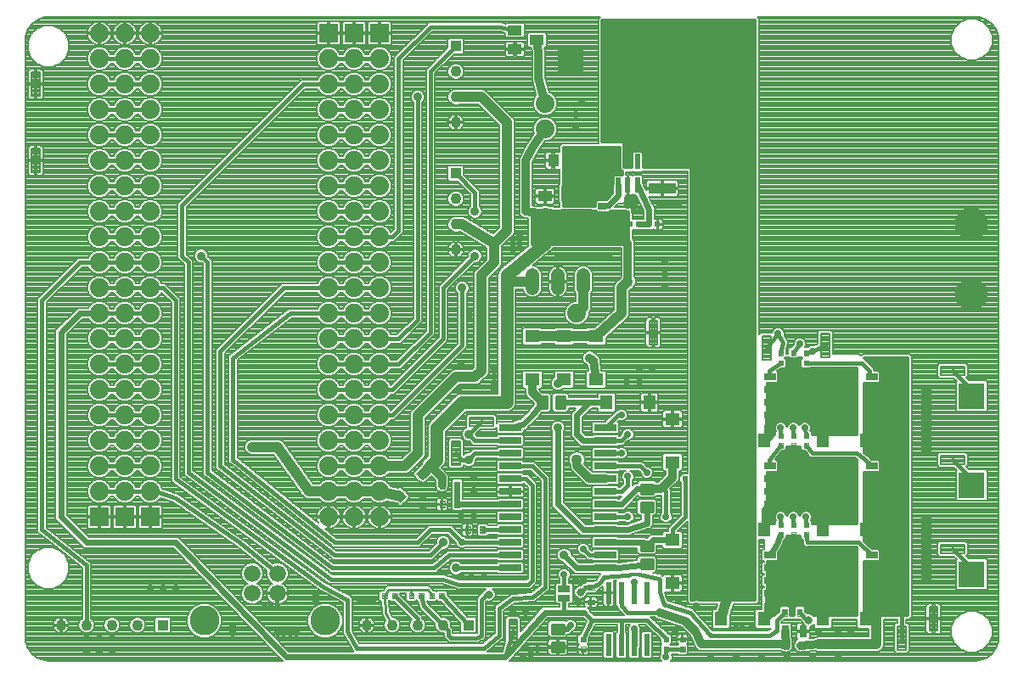
<source format=gtl>
G75*
%MOIN*%
%OFA0B0*%
%FSLAX25Y25*%
%IPPOS*%
%LPD*%
%AMOC8*
5,1,8,0,0,1.08239X$1,22.5*
%
%ADD10R,0.05000X0.18500*%
%ADD11R,0.04500X0.02800*%
%ADD12C,0.00122*%
%ADD13R,0.03937X0.25984*%
%ADD14R,0.10400X0.10400*%
%ADD15C,0.00472*%
%ADD16R,0.08858X0.02559*%
%ADD17C,0.12400*%
%ADD18OC8,0.12400*%
%ADD19C,0.00906*%
%ADD20R,0.05787X0.05000*%
%ADD21R,0.05000X0.05787*%
%ADD22R,0.02362X0.08661*%
%ADD23R,0.07400X0.07400*%
%ADD24C,0.07400*%
%ADD25R,0.03800X0.02600*%
%ADD26R,0.10600X0.04400*%
%ADD27R,0.05700X0.04400*%
%ADD28R,0.09900X0.04900*%
%ADD29R,0.04200X0.04900*%
%ADD30R,0.12000X0.06000*%
%ADD31R,0.02200X0.02400*%
%ADD32R,0.02200X0.06200*%
%ADD33C,0.00800*%
%ADD34R,0.04350X0.04350*%
%ADD35C,0.04350*%
%ADD36C,0.06600*%
%ADD37C,0.11700*%
%ADD38R,0.05000X0.02500*%
%ADD39R,0.03543X0.03740*%
%ADD40R,0.03150X0.04724*%
%ADD41C,0.05200*%
%ADD42R,0.05512X0.03937*%
%ADD43C,0.02800*%
%ADD44C,0.01600*%
%ADD45C,0.03562*%
%ADD46C,0.02400*%
%ADD47C,0.01200*%
%ADD48C,0.02400*%
%ADD49C,0.04000*%
%ADD50C,0.03200*%
%ADD51C,0.03600*%
%ADD52C,0.03169*%
%ADD53C,0.01000*%
%ADD54C,0.05000*%
%ADD55C,0.03956*%
D10*
X0304533Y0063750D03*
X0304533Y0098750D03*
X0304533Y0133750D03*
X0344533Y0133750D03*
X0344533Y0098750D03*
X0344533Y0063750D03*
D11*
X0364583Y0061250D03*
X0364583Y0056250D03*
X0364583Y0066250D03*
X0364583Y0071250D03*
X0364583Y0091250D03*
X0364583Y0096250D03*
X0364583Y0101250D03*
X0364583Y0106250D03*
X0364583Y0126250D03*
X0364583Y0131250D03*
X0364583Y0136250D03*
X0364583Y0141250D03*
X0324583Y0141250D03*
X0324583Y0136250D03*
X0324583Y0131250D03*
X0324583Y0126250D03*
X0324583Y0106250D03*
X0324583Y0101250D03*
X0324583Y0096250D03*
X0324583Y0091250D03*
X0324583Y0071250D03*
X0324583Y0066250D03*
X0324583Y0061250D03*
X0324583Y0056250D03*
D12*
X0305994Y0055561D02*
X0305994Y0071939D01*
X0318072Y0071939D01*
X0318072Y0055561D01*
X0305994Y0055561D01*
X0305994Y0055682D02*
X0318072Y0055682D01*
X0318072Y0055803D02*
X0305994Y0055803D01*
X0305994Y0055924D02*
X0318072Y0055924D01*
X0318072Y0056045D02*
X0305994Y0056045D01*
X0305994Y0056166D02*
X0318072Y0056166D01*
X0318072Y0056287D02*
X0305994Y0056287D01*
X0305994Y0056408D02*
X0318072Y0056408D01*
X0318072Y0056529D02*
X0305994Y0056529D01*
X0305994Y0056650D02*
X0318072Y0056650D01*
X0318072Y0056771D02*
X0305994Y0056771D01*
X0305994Y0056892D02*
X0318072Y0056892D01*
X0318072Y0057013D02*
X0305994Y0057013D01*
X0305994Y0057134D02*
X0318072Y0057134D01*
X0318072Y0057255D02*
X0305994Y0057255D01*
X0305994Y0057376D02*
X0318072Y0057376D01*
X0318072Y0057497D02*
X0305994Y0057497D01*
X0305994Y0057618D02*
X0318072Y0057618D01*
X0318072Y0057739D02*
X0305994Y0057739D01*
X0305994Y0057860D02*
X0318072Y0057860D01*
X0318072Y0057981D02*
X0305994Y0057981D01*
X0305994Y0058102D02*
X0318072Y0058102D01*
X0318072Y0058223D02*
X0305994Y0058223D01*
X0305994Y0058344D02*
X0318072Y0058344D01*
X0318072Y0058465D02*
X0305994Y0058465D01*
X0305994Y0058586D02*
X0318072Y0058586D01*
X0318072Y0058707D02*
X0305994Y0058707D01*
X0305994Y0058828D02*
X0318072Y0058828D01*
X0318072Y0058949D02*
X0305994Y0058949D01*
X0305994Y0059070D02*
X0318072Y0059070D01*
X0318072Y0059191D02*
X0305994Y0059191D01*
X0305994Y0059312D02*
X0318072Y0059312D01*
X0318072Y0059433D02*
X0305994Y0059433D01*
X0305994Y0059554D02*
X0318072Y0059554D01*
X0318072Y0059675D02*
X0305994Y0059675D01*
X0305994Y0059796D02*
X0318072Y0059796D01*
X0318072Y0059917D02*
X0305994Y0059917D01*
X0305994Y0060038D02*
X0318072Y0060038D01*
X0318072Y0060159D02*
X0305994Y0060159D01*
X0305994Y0060280D02*
X0318072Y0060280D01*
X0318072Y0060401D02*
X0305994Y0060401D01*
X0305994Y0060522D02*
X0318072Y0060522D01*
X0318072Y0060643D02*
X0305994Y0060643D01*
X0305994Y0060764D02*
X0318072Y0060764D01*
X0318072Y0060885D02*
X0305994Y0060885D01*
X0305994Y0061006D02*
X0318072Y0061006D01*
X0318072Y0061127D02*
X0305994Y0061127D01*
X0305994Y0061248D02*
X0318072Y0061248D01*
X0318072Y0061369D02*
X0305994Y0061369D01*
X0305994Y0061490D02*
X0318072Y0061490D01*
X0318072Y0061611D02*
X0305994Y0061611D01*
X0305994Y0061732D02*
X0318072Y0061732D01*
X0318072Y0061853D02*
X0305994Y0061853D01*
X0305994Y0061974D02*
X0318072Y0061974D01*
X0318072Y0062095D02*
X0305994Y0062095D01*
X0305994Y0062216D02*
X0318072Y0062216D01*
X0318072Y0062337D02*
X0305994Y0062337D01*
X0305994Y0062458D02*
X0318072Y0062458D01*
X0318072Y0062579D02*
X0305994Y0062579D01*
X0305994Y0062700D02*
X0318072Y0062700D01*
X0318072Y0062821D02*
X0305994Y0062821D01*
X0305994Y0062942D02*
X0318072Y0062942D01*
X0318072Y0063063D02*
X0305994Y0063063D01*
X0305994Y0063184D02*
X0318072Y0063184D01*
X0318072Y0063305D02*
X0305994Y0063305D01*
X0305994Y0063426D02*
X0318072Y0063426D01*
X0318072Y0063547D02*
X0305994Y0063547D01*
X0305994Y0063668D02*
X0318072Y0063668D01*
X0318072Y0063789D02*
X0305994Y0063789D01*
X0305994Y0063910D02*
X0318072Y0063910D01*
X0318072Y0064031D02*
X0305994Y0064031D01*
X0305994Y0064152D02*
X0318072Y0064152D01*
X0318072Y0064273D02*
X0305994Y0064273D01*
X0305994Y0064394D02*
X0318072Y0064394D01*
X0318072Y0064515D02*
X0305994Y0064515D01*
X0305994Y0064636D02*
X0318072Y0064636D01*
X0318072Y0064757D02*
X0305994Y0064757D01*
X0305994Y0064878D02*
X0318072Y0064878D01*
X0318072Y0064999D02*
X0305994Y0064999D01*
X0305994Y0065120D02*
X0318072Y0065120D01*
X0318072Y0065241D02*
X0305994Y0065241D01*
X0305994Y0065362D02*
X0318072Y0065362D01*
X0318072Y0065483D02*
X0305994Y0065483D01*
X0305994Y0065604D02*
X0318072Y0065604D01*
X0318072Y0065725D02*
X0305994Y0065725D01*
X0305994Y0065846D02*
X0318072Y0065846D01*
X0318072Y0065967D02*
X0305994Y0065967D01*
X0305994Y0066088D02*
X0318072Y0066088D01*
X0318072Y0066209D02*
X0305994Y0066209D01*
X0305994Y0066330D02*
X0318072Y0066330D01*
X0318072Y0066451D02*
X0305994Y0066451D01*
X0305994Y0066572D02*
X0318072Y0066572D01*
X0318072Y0066693D02*
X0305994Y0066693D01*
X0305994Y0066814D02*
X0318072Y0066814D01*
X0318072Y0066935D02*
X0305994Y0066935D01*
X0305994Y0067056D02*
X0318072Y0067056D01*
X0318072Y0067177D02*
X0305994Y0067177D01*
X0305994Y0067298D02*
X0318072Y0067298D01*
X0318072Y0067419D02*
X0305994Y0067419D01*
X0305994Y0067540D02*
X0318072Y0067540D01*
X0318072Y0067661D02*
X0305994Y0067661D01*
X0305994Y0067782D02*
X0318072Y0067782D01*
X0318072Y0067903D02*
X0305994Y0067903D01*
X0305994Y0068024D02*
X0318072Y0068024D01*
X0318072Y0068145D02*
X0305994Y0068145D01*
X0305994Y0068266D02*
X0318072Y0068266D01*
X0318072Y0068387D02*
X0305994Y0068387D01*
X0305994Y0068508D02*
X0318072Y0068508D01*
X0318072Y0068629D02*
X0305994Y0068629D01*
X0305994Y0068750D02*
X0318072Y0068750D01*
X0318072Y0068871D02*
X0305994Y0068871D01*
X0305994Y0068992D02*
X0318072Y0068992D01*
X0318072Y0069113D02*
X0305994Y0069113D01*
X0305994Y0069234D02*
X0318072Y0069234D01*
X0318072Y0069355D02*
X0305994Y0069355D01*
X0305994Y0069476D02*
X0318072Y0069476D01*
X0318072Y0069597D02*
X0305994Y0069597D01*
X0305994Y0069718D02*
X0318072Y0069718D01*
X0318072Y0069839D02*
X0305994Y0069839D01*
X0305994Y0069960D02*
X0318072Y0069960D01*
X0318072Y0070081D02*
X0305994Y0070081D01*
X0305994Y0070202D02*
X0318072Y0070202D01*
X0318072Y0070323D02*
X0305994Y0070323D01*
X0305994Y0070444D02*
X0318072Y0070444D01*
X0318072Y0070565D02*
X0305994Y0070565D01*
X0305994Y0070686D02*
X0318072Y0070686D01*
X0318072Y0070807D02*
X0305994Y0070807D01*
X0305994Y0070928D02*
X0318072Y0070928D01*
X0318072Y0071049D02*
X0305994Y0071049D01*
X0305994Y0071170D02*
X0318072Y0071170D01*
X0318072Y0071291D02*
X0305994Y0071291D01*
X0305994Y0071412D02*
X0318072Y0071412D01*
X0318072Y0071533D02*
X0305994Y0071533D01*
X0305994Y0071654D02*
X0318072Y0071654D01*
X0318072Y0071775D02*
X0305994Y0071775D01*
X0305994Y0071896D02*
X0318072Y0071896D01*
X0305994Y0090561D02*
X0305994Y0106939D01*
X0318072Y0106939D01*
X0318072Y0090561D01*
X0305994Y0090561D01*
X0305994Y0090682D02*
X0318072Y0090682D01*
X0318072Y0090803D02*
X0305994Y0090803D01*
X0305994Y0090924D02*
X0318072Y0090924D01*
X0318072Y0091045D02*
X0305994Y0091045D01*
X0305994Y0091166D02*
X0318072Y0091166D01*
X0318072Y0091287D02*
X0305994Y0091287D01*
X0305994Y0091408D02*
X0318072Y0091408D01*
X0318072Y0091529D02*
X0305994Y0091529D01*
X0305994Y0091650D02*
X0318072Y0091650D01*
X0318072Y0091771D02*
X0305994Y0091771D01*
X0305994Y0091892D02*
X0318072Y0091892D01*
X0318072Y0092013D02*
X0305994Y0092013D01*
X0305994Y0092134D02*
X0318072Y0092134D01*
X0318072Y0092255D02*
X0305994Y0092255D01*
X0305994Y0092376D02*
X0318072Y0092376D01*
X0318072Y0092497D02*
X0305994Y0092497D01*
X0305994Y0092618D02*
X0318072Y0092618D01*
X0318072Y0092739D02*
X0305994Y0092739D01*
X0305994Y0092860D02*
X0318072Y0092860D01*
X0318072Y0092981D02*
X0305994Y0092981D01*
X0305994Y0093102D02*
X0318072Y0093102D01*
X0318072Y0093223D02*
X0305994Y0093223D01*
X0305994Y0093344D02*
X0318072Y0093344D01*
X0318072Y0093465D02*
X0305994Y0093465D01*
X0305994Y0093586D02*
X0318072Y0093586D01*
X0318072Y0093707D02*
X0305994Y0093707D01*
X0305994Y0093828D02*
X0318072Y0093828D01*
X0318072Y0093949D02*
X0305994Y0093949D01*
X0305994Y0094070D02*
X0318072Y0094070D01*
X0318072Y0094191D02*
X0305994Y0094191D01*
X0305994Y0094312D02*
X0318072Y0094312D01*
X0318072Y0094433D02*
X0305994Y0094433D01*
X0305994Y0094554D02*
X0318072Y0094554D01*
X0318072Y0094675D02*
X0305994Y0094675D01*
X0305994Y0094796D02*
X0318072Y0094796D01*
X0318072Y0094917D02*
X0305994Y0094917D01*
X0305994Y0095038D02*
X0318072Y0095038D01*
X0318072Y0095159D02*
X0305994Y0095159D01*
X0305994Y0095280D02*
X0318072Y0095280D01*
X0318072Y0095401D02*
X0305994Y0095401D01*
X0305994Y0095522D02*
X0318072Y0095522D01*
X0318072Y0095643D02*
X0305994Y0095643D01*
X0305994Y0095764D02*
X0318072Y0095764D01*
X0318072Y0095885D02*
X0305994Y0095885D01*
X0305994Y0096006D02*
X0318072Y0096006D01*
X0318072Y0096127D02*
X0305994Y0096127D01*
X0305994Y0096248D02*
X0318072Y0096248D01*
X0318072Y0096369D02*
X0305994Y0096369D01*
X0305994Y0096490D02*
X0318072Y0096490D01*
X0318072Y0096611D02*
X0305994Y0096611D01*
X0305994Y0096732D02*
X0318072Y0096732D01*
X0318072Y0096853D02*
X0305994Y0096853D01*
X0305994Y0096974D02*
X0318072Y0096974D01*
X0318072Y0097095D02*
X0305994Y0097095D01*
X0305994Y0097216D02*
X0318072Y0097216D01*
X0318072Y0097337D02*
X0305994Y0097337D01*
X0305994Y0097458D02*
X0318072Y0097458D01*
X0318072Y0097579D02*
X0305994Y0097579D01*
X0305994Y0097700D02*
X0318072Y0097700D01*
X0318072Y0097821D02*
X0305994Y0097821D01*
X0305994Y0097942D02*
X0318072Y0097942D01*
X0318072Y0098063D02*
X0305994Y0098063D01*
X0305994Y0098184D02*
X0318072Y0098184D01*
X0318072Y0098305D02*
X0305994Y0098305D01*
X0305994Y0098426D02*
X0318072Y0098426D01*
X0318072Y0098547D02*
X0305994Y0098547D01*
X0305994Y0098668D02*
X0318072Y0098668D01*
X0318072Y0098789D02*
X0305994Y0098789D01*
X0305994Y0098910D02*
X0318072Y0098910D01*
X0318072Y0099031D02*
X0305994Y0099031D01*
X0305994Y0099152D02*
X0318072Y0099152D01*
X0318072Y0099273D02*
X0305994Y0099273D01*
X0305994Y0099394D02*
X0318072Y0099394D01*
X0318072Y0099515D02*
X0305994Y0099515D01*
X0305994Y0099636D02*
X0318072Y0099636D01*
X0318072Y0099757D02*
X0305994Y0099757D01*
X0305994Y0099878D02*
X0318072Y0099878D01*
X0318072Y0099999D02*
X0305994Y0099999D01*
X0305994Y0100120D02*
X0318072Y0100120D01*
X0318072Y0100241D02*
X0305994Y0100241D01*
X0305994Y0100362D02*
X0318072Y0100362D01*
X0318072Y0100483D02*
X0305994Y0100483D01*
X0305994Y0100604D02*
X0318072Y0100604D01*
X0318072Y0100725D02*
X0305994Y0100725D01*
X0305994Y0100846D02*
X0318072Y0100846D01*
X0318072Y0100967D02*
X0305994Y0100967D01*
X0305994Y0101088D02*
X0318072Y0101088D01*
X0318072Y0101209D02*
X0305994Y0101209D01*
X0305994Y0101330D02*
X0318072Y0101330D01*
X0318072Y0101451D02*
X0305994Y0101451D01*
X0305994Y0101572D02*
X0318072Y0101572D01*
X0318072Y0101693D02*
X0305994Y0101693D01*
X0305994Y0101814D02*
X0318072Y0101814D01*
X0318072Y0101935D02*
X0305994Y0101935D01*
X0305994Y0102056D02*
X0318072Y0102056D01*
X0318072Y0102177D02*
X0305994Y0102177D01*
X0305994Y0102298D02*
X0318072Y0102298D01*
X0318072Y0102419D02*
X0305994Y0102419D01*
X0305994Y0102540D02*
X0318072Y0102540D01*
X0318072Y0102661D02*
X0305994Y0102661D01*
X0305994Y0102782D02*
X0318072Y0102782D01*
X0318072Y0102903D02*
X0305994Y0102903D01*
X0305994Y0103024D02*
X0318072Y0103024D01*
X0318072Y0103145D02*
X0305994Y0103145D01*
X0305994Y0103266D02*
X0318072Y0103266D01*
X0318072Y0103387D02*
X0305994Y0103387D01*
X0305994Y0103508D02*
X0318072Y0103508D01*
X0318072Y0103629D02*
X0305994Y0103629D01*
X0305994Y0103750D02*
X0318072Y0103750D01*
X0318072Y0103871D02*
X0305994Y0103871D01*
X0305994Y0103992D02*
X0318072Y0103992D01*
X0318072Y0104113D02*
X0305994Y0104113D01*
X0305994Y0104234D02*
X0318072Y0104234D01*
X0318072Y0104355D02*
X0305994Y0104355D01*
X0305994Y0104476D02*
X0318072Y0104476D01*
X0318072Y0104597D02*
X0305994Y0104597D01*
X0305994Y0104718D02*
X0318072Y0104718D01*
X0318072Y0104839D02*
X0305994Y0104839D01*
X0305994Y0104960D02*
X0318072Y0104960D01*
X0318072Y0105081D02*
X0305994Y0105081D01*
X0305994Y0105202D02*
X0318072Y0105202D01*
X0318072Y0105323D02*
X0305994Y0105323D01*
X0305994Y0105444D02*
X0318072Y0105444D01*
X0318072Y0105565D02*
X0305994Y0105565D01*
X0305994Y0105686D02*
X0318072Y0105686D01*
X0318072Y0105807D02*
X0305994Y0105807D01*
X0305994Y0105928D02*
X0318072Y0105928D01*
X0318072Y0106049D02*
X0305994Y0106049D01*
X0305994Y0106170D02*
X0318072Y0106170D01*
X0318072Y0106291D02*
X0305994Y0106291D01*
X0305994Y0106412D02*
X0318072Y0106412D01*
X0318072Y0106533D02*
X0305994Y0106533D01*
X0305994Y0106654D02*
X0318072Y0106654D01*
X0318072Y0106775D02*
X0305994Y0106775D01*
X0305994Y0106896D02*
X0318072Y0106896D01*
X0305994Y0125561D02*
X0305994Y0141939D01*
X0318072Y0141939D01*
X0318072Y0125561D01*
X0305994Y0125561D01*
X0305994Y0125682D02*
X0318072Y0125682D01*
X0318072Y0125803D02*
X0305994Y0125803D01*
X0305994Y0125924D02*
X0318072Y0125924D01*
X0318072Y0126045D02*
X0305994Y0126045D01*
X0305994Y0126166D02*
X0318072Y0126166D01*
X0318072Y0126287D02*
X0305994Y0126287D01*
X0305994Y0126408D02*
X0318072Y0126408D01*
X0318072Y0126529D02*
X0305994Y0126529D01*
X0305994Y0126650D02*
X0318072Y0126650D01*
X0318072Y0126771D02*
X0305994Y0126771D01*
X0305994Y0126892D02*
X0318072Y0126892D01*
X0318072Y0127013D02*
X0305994Y0127013D01*
X0305994Y0127134D02*
X0318072Y0127134D01*
X0318072Y0127255D02*
X0305994Y0127255D01*
X0305994Y0127376D02*
X0318072Y0127376D01*
X0318072Y0127497D02*
X0305994Y0127497D01*
X0305994Y0127618D02*
X0318072Y0127618D01*
X0318072Y0127739D02*
X0305994Y0127739D01*
X0305994Y0127860D02*
X0318072Y0127860D01*
X0318072Y0127981D02*
X0305994Y0127981D01*
X0305994Y0128102D02*
X0318072Y0128102D01*
X0318072Y0128223D02*
X0305994Y0128223D01*
X0305994Y0128344D02*
X0318072Y0128344D01*
X0318072Y0128465D02*
X0305994Y0128465D01*
X0305994Y0128586D02*
X0318072Y0128586D01*
X0318072Y0128707D02*
X0305994Y0128707D01*
X0305994Y0128828D02*
X0318072Y0128828D01*
X0318072Y0128949D02*
X0305994Y0128949D01*
X0305994Y0129070D02*
X0318072Y0129070D01*
X0318072Y0129191D02*
X0305994Y0129191D01*
X0305994Y0129312D02*
X0318072Y0129312D01*
X0318072Y0129433D02*
X0305994Y0129433D01*
X0305994Y0129554D02*
X0318072Y0129554D01*
X0318072Y0129675D02*
X0305994Y0129675D01*
X0305994Y0129796D02*
X0318072Y0129796D01*
X0318072Y0129917D02*
X0305994Y0129917D01*
X0305994Y0130038D02*
X0318072Y0130038D01*
X0318072Y0130159D02*
X0305994Y0130159D01*
X0305994Y0130280D02*
X0318072Y0130280D01*
X0318072Y0130401D02*
X0305994Y0130401D01*
X0305994Y0130522D02*
X0318072Y0130522D01*
X0318072Y0130643D02*
X0305994Y0130643D01*
X0305994Y0130764D02*
X0318072Y0130764D01*
X0318072Y0130885D02*
X0305994Y0130885D01*
X0305994Y0131006D02*
X0318072Y0131006D01*
X0318072Y0131127D02*
X0305994Y0131127D01*
X0305994Y0131248D02*
X0318072Y0131248D01*
X0318072Y0131369D02*
X0305994Y0131369D01*
X0305994Y0131490D02*
X0318072Y0131490D01*
X0318072Y0131611D02*
X0305994Y0131611D01*
X0305994Y0131732D02*
X0318072Y0131732D01*
X0318072Y0131853D02*
X0305994Y0131853D01*
X0305994Y0131974D02*
X0318072Y0131974D01*
X0318072Y0132095D02*
X0305994Y0132095D01*
X0305994Y0132216D02*
X0318072Y0132216D01*
X0318072Y0132337D02*
X0305994Y0132337D01*
X0305994Y0132458D02*
X0318072Y0132458D01*
X0318072Y0132579D02*
X0305994Y0132579D01*
X0305994Y0132700D02*
X0318072Y0132700D01*
X0318072Y0132821D02*
X0305994Y0132821D01*
X0305994Y0132942D02*
X0318072Y0132942D01*
X0318072Y0133063D02*
X0305994Y0133063D01*
X0305994Y0133184D02*
X0318072Y0133184D01*
X0318072Y0133305D02*
X0305994Y0133305D01*
X0305994Y0133426D02*
X0318072Y0133426D01*
X0318072Y0133547D02*
X0305994Y0133547D01*
X0305994Y0133668D02*
X0318072Y0133668D01*
X0318072Y0133789D02*
X0305994Y0133789D01*
X0305994Y0133910D02*
X0318072Y0133910D01*
X0318072Y0134031D02*
X0305994Y0134031D01*
X0305994Y0134152D02*
X0318072Y0134152D01*
X0318072Y0134273D02*
X0305994Y0134273D01*
X0305994Y0134394D02*
X0318072Y0134394D01*
X0318072Y0134515D02*
X0305994Y0134515D01*
X0305994Y0134636D02*
X0318072Y0134636D01*
X0318072Y0134757D02*
X0305994Y0134757D01*
X0305994Y0134878D02*
X0318072Y0134878D01*
X0318072Y0134999D02*
X0305994Y0134999D01*
X0305994Y0135120D02*
X0318072Y0135120D01*
X0318072Y0135241D02*
X0305994Y0135241D01*
X0305994Y0135362D02*
X0318072Y0135362D01*
X0318072Y0135483D02*
X0305994Y0135483D01*
X0305994Y0135604D02*
X0318072Y0135604D01*
X0318072Y0135725D02*
X0305994Y0135725D01*
X0305994Y0135846D02*
X0318072Y0135846D01*
X0318072Y0135967D02*
X0305994Y0135967D01*
X0305994Y0136088D02*
X0318072Y0136088D01*
X0318072Y0136209D02*
X0305994Y0136209D01*
X0305994Y0136330D02*
X0318072Y0136330D01*
X0318072Y0136451D02*
X0305994Y0136451D01*
X0305994Y0136572D02*
X0318072Y0136572D01*
X0318072Y0136693D02*
X0305994Y0136693D01*
X0305994Y0136814D02*
X0318072Y0136814D01*
X0318072Y0136935D02*
X0305994Y0136935D01*
X0305994Y0137056D02*
X0318072Y0137056D01*
X0318072Y0137177D02*
X0305994Y0137177D01*
X0305994Y0137298D02*
X0318072Y0137298D01*
X0318072Y0137419D02*
X0305994Y0137419D01*
X0305994Y0137540D02*
X0318072Y0137540D01*
X0318072Y0137661D02*
X0305994Y0137661D01*
X0305994Y0137782D02*
X0318072Y0137782D01*
X0318072Y0137903D02*
X0305994Y0137903D01*
X0305994Y0138024D02*
X0318072Y0138024D01*
X0318072Y0138145D02*
X0305994Y0138145D01*
X0305994Y0138266D02*
X0318072Y0138266D01*
X0318072Y0138387D02*
X0305994Y0138387D01*
X0305994Y0138508D02*
X0318072Y0138508D01*
X0318072Y0138629D02*
X0305994Y0138629D01*
X0305994Y0138750D02*
X0318072Y0138750D01*
X0318072Y0138871D02*
X0305994Y0138871D01*
X0305994Y0138992D02*
X0318072Y0138992D01*
X0318072Y0139113D02*
X0305994Y0139113D01*
X0305994Y0139234D02*
X0318072Y0139234D01*
X0318072Y0139355D02*
X0305994Y0139355D01*
X0305994Y0139476D02*
X0318072Y0139476D01*
X0318072Y0139597D02*
X0305994Y0139597D01*
X0305994Y0139718D02*
X0318072Y0139718D01*
X0318072Y0139839D02*
X0305994Y0139839D01*
X0305994Y0139960D02*
X0318072Y0139960D01*
X0318072Y0140081D02*
X0305994Y0140081D01*
X0305994Y0140202D02*
X0318072Y0140202D01*
X0318072Y0140323D02*
X0305994Y0140323D01*
X0305994Y0140444D02*
X0318072Y0140444D01*
X0318072Y0140565D02*
X0305994Y0140565D01*
X0305994Y0140686D02*
X0318072Y0140686D01*
X0318072Y0140807D02*
X0305994Y0140807D01*
X0305994Y0140928D02*
X0318072Y0140928D01*
X0318072Y0141049D02*
X0305994Y0141049D01*
X0305994Y0141170D02*
X0318072Y0141170D01*
X0318072Y0141291D02*
X0305994Y0141291D01*
X0305994Y0141412D02*
X0318072Y0141412D01*
X0318072Y0141533D02*
X0305994Y0141533D01*
X0305994Y0141654D02*
X0318072Y0141654D01*
X0318072Y0141775D02*
X0305994Y0141775D01*
X0305994Y0141896D02*
X0318072Y0141896D01*
X0345994Y0141939D02*
X0345994Y0125561D01*
X0345994Y0141939D02*
X0358072Y0141939D01*
X0358072Y0125561D01*
X0345994Y0125561D01*
X0345994Y0125682D02*
X0358072Y0125682D01*
X0358072Y0125803D02*
X0345994Y0125803D01*
X0345994Y0125924D02*
X0358072Y0125924D01*
X0358072Y0126045D02*
X0345994Y0126045D01*
X0345994Y0126166D02*
X0358072Y0126166D01*
X0358072Y0126287D02*
X0345994Y0126287D01*
X0345994Y0126408D02*
X0358072Y0126408D01*
X0358072Y0126529D02*
X0345994Y0126529D01*
X0345994Y0126650D02*
X0358072Y0126650D01*
X0358072Y0126771D02*
X0345994Y0126771D01*
X0345994Y0126892D02*
X0358072Y0126892D01*
X0358072Y0127013D02*
X0345994Y0127013D01*
X0345994Y0127134D02*
X0358072Y0127134D01*
X0358072Y0127255D02*
X0345994Y0127255D01*
X0345994Y0127376D02*
X0358072Y0127376D01*
X0358072Y0127497D02*
X0345994Y0127497D01*
X0345994Y0127618D02*
X0358072Y0127618D01*
X0358072Y0127739D02*
X0345994Y0127739D01*
X0345994Y0127860D02*
X0358072Y0127860D01*
X0358072Y0127981D02*
X0345994Y0127981D01*
X0345994Y0128102D02*
X0358072Y0128102D01*
X0358072Y0128223D02*
X0345994Y0128223D01*
X0345994Y0128344D02*
X0358072Y0128344D01*
X0358072Y0128465D02*
X0345994Y0128465D01*
X0345994Y0128586D02*
X0358072Y0128586D01*
X0358072Y0128707D02*
X0345994Y0128707D01*
X0345994Y0128828D02*
X0358072Y0128828D01*
X0358072Y0128949D02*
X0345994Y0128949D01*
X0345994Y0129070D02*
X0358072Y0129070D01*
X0358072Y0129191D02*
X0345994Y0129191D01*
X0345994Y0129312D02*
X0358072Y0129312D01*
X0358072Y0129433D02*
X0345994Y0129433D01*
X0345994Y0129554D02*
X0358072Y0129554D01*
X0358072Y0129675D02*
X0345994Y0129675D01*
X0345994Y0129796D02*
X0358072Y0129796D01*
X0358072Y0129917D02*
X0345994Y0129917D01*
X0345994Y0130038D02*
X0358072Y0130038D01*
X0358072Y0130159D02*
X0345994Y0130159D01*
X0345994Y0130280D02*
X0358072Y0130280D01*
X0358072Y0130401D02*
X0345994Y0130401D01*
X0345994Y0130522D02*
X0358072Y0130522D01*
X0358072Y0130643D02*
X0345994Y0130643D01*
X0345994Y0130764D02*
X0358072Y0130764D01*
X0358072Y0130885D02*
X0345994Y0130885D01*
X0345994Y0131006D02*
X0358072Y0131006D01*
X0358072Y0131127D02*
X0345994Y0131127D01*
X0345994Y0131248D02*
X0358072Y0131248D01*
X0358072Y0131369D02*
X0345994Y0131369D01*
X0345994Y0131490D02*
X0358072Y0131490D01*
X0358072Y0131611D02*
X0345994Y0131611D01*
X0345994Y0131732D02*
X0358072Y0131732D01*
X0358072Y0131853D02*
X0345994Y0131853D01*
X0345994Y0131974D02*
X0358072Y0131974D01*
X0358072Y0132095D02*
X0345994Y0132095D01*
X0345994Y0132216D02*
X0358072Y0132216D01*
X0358072Y0132337D02*
X0345994Y0132337D01*
X0345994Y0132458D02*
X0358072Y0132458D01*
X0358072Y0132579D02*
X0345994Y0132579D01*
X0345994Y0132700D02*
X0358072Y0132700D01*
X0358072Y0132821D02*
X0345994Y0132821D01*
X0345994Y0132942D02*
X0358072Y0132942D01*
X0358072Y0133063D02*
X0345994Y0133063D01*
X0345994Y0133184D02*
X0358072Y0133184D01*
X0358072Y0133305D02*
X0345994Y0133305D01*
X0345994Y0133426D02*
X0358072Y0133426D01*
X0358072Y0133547D02*
X0345994Y0133547D01*
X0345994Y0133668D02*
X0358072Y0133668D01*
X0358072Y0133789D02*
X0345994Y0133789D01*
X0345994Y0133910D02*
X0358072Y0133910D01*
X0358072Y0134031D02*
X0345994Y0134031D01*
X0345994Y0134152D02*
X0358072Y0134152D01*
X0358072Y0134273D02*
X0345994Y0134273D01*
X0345994Y0134394D02*
X0358072Y0134394D01*
X0358072Y0134515D02*
X0345994Y0134515D01*
X0345994Y0134636D02*
X0358072Y0134636D01*
X0358072Y0134757D02*
X0345994Y0134757D01*
X0345994Y0134878D02*
X0358072Y0134878D01*
X0358072Y0134999D02*
X0345994Y0134999D01*
X0345994Y0135120D02*
X0358072Y0135120D01*
X0358072Y0135241D02*
X0345994Y0135241D01*
X0345994Y0135362D02*
X0358072Y0135362D01*
X0358072Y0135483D02*
X0345994Y0135483D01*
X0345994Y0135604D02*
X0358072Y0135604D01*
X0358072Y0135725D02*
X0345994Y0135725D01*
X0345994Y0135846D02*
X0358072Y0135846D01*
X0358072Y0135967D02*
X0345994Y0135967D01*
X0345994Y0136088D02*
X0358072Y0136088D01*
X0358072Y0136209D02*
X0345994Y0136209D01*
X0345994Y0136330D02*
X0358072Y0136330D01*
X0358072Y0136451D02*
X0345994Y0136451D01*
X0345994Y0136572D02*
X0358072Y0136572D01*
X0358072Y0136693D02*
X0345994Y0136693D01*
X0345994Y0136814D02*
X0358072Y0136814D01*
X0358072Y0136935D02*
X0345994Y0136935D01*
X0345994Y0137056D02*
X0358072Y0137056D01*
X0358072Y0137177D02*
X0345994Y0137177D01*
X0345994Y0137298D02*
X0358072Y0137298D01*
X0358072Y0137419D02*
X0345994Y0137419D01*
X0345994Y0137540D02*
X0358072Y0137540D01*
X0358072Y0137661D02*
X0345994Y0137661D01*
X0345994Y0137782D02*
X0358072Y0137782D01*
X0358072Y0137903D02*
X0345994Y0137903D01*
X0345994Y0138024D02*
X0358072Y0138024D01*
X0358072Y0138145D02*
X0345994Y0138145D01*
X0345994Y0138266D02*
X0358072Y0138266D01*
X0358072Y0138387D02*
X0345994Y0138387D01*
X0345994Y0138508D02*
X0358072Y0138508D01*
X0358072Y0138629D02*
X0345994Y0138629D01*
X0345994Y0138750D02*
X0358072Y0138750D01*
X0358072Y0138871D02*
X0345994Y0138871D01*
X0345994Y0138992D02*
X0358072Y0138992D01*
X0358072Y0139113D02*
X0345994Y0139113D01*
X0345994Y0139234D02*
X0358072Y0139234D01*
X0358072Y0139355D02*
X0345994Y0139355D01*
X0345994Y0139476D02*
X0358072Y0139476D01*
X0358072Y0139597D02*
X0345994Y0139597D01*
X0345994Y0139718D02*
X0358072Y0139718D01*
X0358072Y0139839D02*
X0345994Y0139839D01*
X0345994Y0139960D02*
X0358072Y0139960D01*
X0358072Y0140081D02*
X0345994Y0140081D01*
X0345994Y0140202D02*
X0358072Y0140202D01*
X0358072Y0140323D02*
X0345994Y0140323D01*
X0345994Y0140444D02*
X0358072Y0140444D01*
X0358072Y0140565D02*
X0345994Y0140565D01*
X0345994Y0140686D02*
X0358072Y0140686D01*
X0358072Y0140807D02*
X0345994Y0140807D01*
X0345994Y0140928D02*
X0358072Y0140928D01*
X0358072Y0141049D02*
X0345994Y0141049D01*
X0345994Y0141170D02*
X0358072Y0141170D01*
X0358072Y0141291D02*
X0345994Y0141291D01*
X0345994Y0141412D02*
X0358072Y0141412D01*
X0358072Y0141533D02*
X0345994Y0141533D01*
X0345994Y0141654D02*
X0358072Y0141654D01*
X0358072Y0141775D02*
X0345994Y0141775D01*
X0345994Y0141896D02*
X0358072Y0141896D01*
X0345994Y0106939D02*
X0345994Y0090561D01*
X0345994Y0106939D02*
X0358072Y0106939D01*
X0358072Y0090561D01*
X0345994Y0090561D01*
X0345994Y0090682D02*
X0358072Y0090682D01*
X0358072Y0090803D02*
X0345994Y0090803D01*
X0345994Y0090924D02*
X0358072Y0090924D01*
X0358072Y0091045D02*
X0345994Y0091045D01*
X0345994Y0091166D02*
X0358072Y0091166D01*
X0358072Y0091287D02*
X0345994Y0091287D01*
X0345994Y0091408D02*
X0358072Y0091408D01*
X0358072Y0091529D02*
X0345994Y0091529D01*
X0345994Y0091650D02*
X0358072Y0091650D01*
X0358072Y0091771D02*
X0345994Y0091771D01*
X0345994Y0091892D02*
X0358072Y0091892D01*
X0358072Y0092013D02*
X0345994Y0092013D01*
X0345994Y0092134D02*
X0358072Y0092134D01*
X0358072Y0092255D02*
X0345994Y0092255D01*
X0345994Y0092376D02*
X0358072Y0092376D01*
X0358072Y0092497D02*
X0345994Y0092497D01*
X0345994Y0092618D02*
X0358072Y0092618D01*
X0358072Y0092739D02*
X0345994Y0092739D01*
X0345994Y0092860D02*
X0358072Y0092860D01*
X0358072Y0092981D02*
X0345994Y0092981D01*
X0345994Y0093102D02*
X0358072Y0093102D01*
X0358072Y0093223D02*
X0345994Y0093223D01*
X0345994Y0093344D02*
X0358072Y0093344D01*
X0358072Y0093465D02*
X0345994Y0093465D01*
X0345994Y0093586D02*
X0358072Y0093586D01*
X0358072Y0093707D02*
X0345994Y0093707D01*
X0345994Y0093828D02*
X0358072Y0093828D01*
X0358072Y0093949D02*
X0345994Y0093949D01*
X0345994Y0094070D02*
X0358072Y0094070D01*
X0358072Y0094191D02*
X0345994Y0094191D01*
X0345994Y0094312D02*
X0358072Y0094312D01*
X0358072Y0094433D02*
X0345994Y0094433D01*
X0345994Y0094554D02*
X0358072Y0094554D01*
X0358072Y0094675D02*
X0345994Y0094675D01*
X0345994Y0094796D02*
X0358072Y0094796D01*
X0358072Y0094917D02*
X0345994Y0094917D01*
X0345994Y0095038D02*
X0358072Y0095038D01*
X0358072Y0095159D02*
X0345994Y0095159D01*
X0345994Y0095280D02*
X0358072Y0095280D01*
X0358072Y0095401D02*
X0345994Y0095401D01*
X0345994Y0095522D02*
X0358072Y0095522D01*
X0358072Y0095643D02*
X0345994Y0095643D01*
X0345994Y0095764D02*
X0358072Y0095764D01*
X0358072Y0095885D02*
X0345994Y0095885D01*
X0345994Y0096006D02*
X0358072Y0096006D01*
X0358072Y0096127D02*
X0345994Y0096127D01*
X0345994Y0096248D02*
X0358072Y0096248D01*
X0358072Y0096369D02*
X0345994Y0096369D01*
X0345994Y0096490D02*
X0358072Y0096490D01*
X0358072Y0096611D02*
X0345994Y0096611D01*
X0345994Y0096732D02*
X0358072Y0096732D01*
X0358072Y0096853D02*
X0345994Y0096853D01*
X0345994Y0096974D02*
X0358072Y0096974D01*
X0358072Y0097095D02*
X0345994Y0097095D01*
X0345994Y0097216D02*
X0358072Y0097216D01*
X0358072Y0097337D02*
X0345994Y0097337D01*
X0345994Y0097458D02*
X0358072Y0097458D01*
X0358072Y0097579D02*
X0345994Y0097579D01*
X0345994Y0097700D02*
X0358072Y0097700D01*
X0358072Y0097821D02*
X0345994Y0097821D01*
X0345994Y0097942D02*
X0358072Y0097942D01*
X0358072Y0098063D02*
X0345994Y0098063D01*
X0345994Y0098184D02*
X0358072Y0098184D01*
X0358072Y0098305D02*
X0345994Y0098305D01*
X0345994Y0098426D02*
X0358072Y0098426D01*
X0358072Y0098547D02*
X0345994Y0098547D01*
X0345994Y0098668D02*
X0358072Y0098668D01*
X0358072Y0098789D02*
X0345994Y0098789D01*
X0345994Y0098910D02*
X0358072Y0098910D01*
X0358072Y0099031D02*
X0345994Y0099031D01*
X0345994Y0099152D02*
X0358072Y0099152D01*
X0358072Y0099273D02*
X0345994Y0099273D01*
X0345994Y0099394D02*
X0358072Y0099394D01*
X0358072Y0099515D02*
X0345994Y0099515D01*
X0345994Y0099636D02*
X0358072Y0099636D01*
X0358072Y0099757D02*
X0345994Y0099757D01*
X0345994Y0099878D02*
X0358072Y0099878D01*
X0358072Y0099999D02*
X0345994Y0099999D01*
X0345994Y0100120D02*
X0358072Y0100120D01*
X0358072Y0100241D02*
X0345994Y0100241D01*
X0345994Y0100362D02*
X0358072Y0100362D01*
X0358072Y0100483D02*
X0345994Y0100483D01*
X0345994Y0100604D02*
X0358072Y0100604D01*
X0358072Y0100725D02*
X0345994Y0100725D01*
X0345994Y0100846D02*
X0358072Y0100846D01*
X0358072Y0100967D02*
X0345994Y0100967D01*
X0345994Y0101088D02*
X0358072Y0101088D01*
X0358072Y0101209D02*
X0345994Y0101209D01*
X0345994Y0101330D02*
X0358072Y0101330D01*
X0358072Y0101451D02*
X0345994Y0101451D01*
X0345994Y0101572D02*
X0358072Y0101572D01*
X0358072Y0101693D02*
X0345994Y0101693D01*
X0345994Y0101814D02*
X0358072Y0101814D01*
X0358072Y0101935D02*
X0345994Y0101935D01*
X0345994Y0102056D02*
X0358072Y0102056D01*
X0358072Y0102177D02*
X0345994Y0102177D01*
X0345994Y0102298D02*
X0358072Y0102298D01*
X0358072Y0102419D02*
X0345994Y0102419D01*
X0345994Y0102540D02*
X0358072Y0102540D01*
X0358072Y0102661D02*
X0345994Y0102661D01*
X0345994Y0102782D02*
X0358072Y0102782D01*
X0358072Y0102903D02*
X0345994Y0102903D01*
X0345994Y0103024D02*
X0358072Y0103024D01*
X0358072Y0103145D02*
X0345994Y0103145D01*
X0345994Y0103266D02*
X0358072Y0103266D01*
X0358072Y0103387D02*
X0345994Y0103387D01*
X0345994Y0103508D02*
X0358072Y0103508D01*
X0358072Y0103629D02*
X0345994Y0103629D01*
X0345994Y0103750D02*
X0358072Y0103750D01*
X0358072Y0103871D02*
X0345994Y0103871D01*
X0345994Y0103992D02*
X0358072Y0103992D01*
X0358072Y0104113D02*
X0345994Y0104113D01*
X0345994Y0104234D02*
X0358072Y0104234D01*
X0358072Y0104355D02*
X0345994Y0104355D01*
X0345994Y0104476D02*
X0358072Y0104476D01*
X0358072Y0104597D02*
X0345994Y0104597D01*
X0345994Y0104718D02*
X0358072Y0104718D01*
X0358072Y0104839D02*
X0345994Y0104839D01*
X0345994Y0104960D02*
X0358072Y0104960D01*
X0358072Y0105081D02*
X0345994Y0105081D01*
X0345994Y0105202D02*
X0358072Y0105202D01*
X0358072Y0105323D02*
X0345994Y0105323D01*
X0345994Y0105444D02*
X0358072Y0105444D01*
X0358072Y0105565D02*
X0345994Y0105565D01*
X0345994Y0105686D02*
X0358072Y0105686D01*
X0358072Y0105807D02*
X0345994Y0105807D01*
X0345994Y0105928D02*
X0358072Y0105928D01*
X0358072Y0106049D02*
X0345994Y0106049D01*
X0345994Y0106170D02*
X0358072Y0106170D01*
X0358072Y0106291D02*
X0345994Y0106291D01*
X0345994Y0106412D02*
X0358072Y0106412D01*
X0358072Y0106533D02*
X0345994Y0106533D01*
X0345994Y0106654D02*
X0358072Y0106654D01*
X0358072Y0106775D02*
X0345994Y0106775D01*
X0345994Y0106896D02*
X0358072Y0106896D01*
X0345994Y0071939D02*
X0345994Y0055561D01*
X0345994Y0071939D02*
X0358072Y0071939D01*
X0358072Y0055561D01*
X0345994Y0055561D01*
X0345994Y0055682D02*
X0358072Y0055682D01*
X0358072Y0055803D02*
X0345994Y0055803D01*
X0345994Y0055924D02*
X0358072Y0055924D01*
X0358072Y0056045D02*
X0345994Y0056045D01*
X0345994Y0056166D02*
X0358072Y0056166D01*
X0358072Y0056287D02*
X0345994Y0056287D01*
X0345994Y0056408D02*
X0358072Y0056408D01*
X0358072Y0056529D02*
X0345994Y0056529D01*
X0345994Y0056650D02*
X0358072Y0056650D01*
X0358072Y0056771D02*
X0345994Y0056771D01*
X0345994Y0056892D02*
X0358072Y0056892D01*
X0358072Y0057013D02*
X0345994Y0057013D01*
X0345994Y0057134D02*
X0358072Y0057134D01*
X0358072Y0057255D02*
X0345994Y0057255D01*
X0345994Y0057376D02*
X0358072Y0057376D01*
X0358072Y0057497D02*
X0345994Y0057497D01*
X0345994Y0057618D02*
X0358072Y0057618D01*
X0358072Y0057739D02*
X0345994Y0057739D01*
X0345994Y0057860D02*
X0358072Y0057860D01*
X0358072Y0057981D02*
X0345994Y0057981D01*
X0345994Y0058102D02*
X0358072Y0058102D01*
X0358072Y0058223D02*
X0345994Y0058223D01*
X0345994Y0058344D02*
X0358072Y0058344D01*
X0358072Y0058465D02*
X0345994Y0058465D01*
X0345994Y0058586D02*
X0358072Y0058586D01*
X0358072Y0058707D02*
X0345994Y0058707D01*
X0345994Y0058828D02*
X0358072Y0058828D01*
X0358072Y0058949D02*
X0345994Y0058949D01*
X0345994Y0059070D02*
X0358072Y0059070D01*
X0358072Y0059191D02*
X0345994Y0059191D01*
X0345994Y0059312D02*
X0358072Y0059312D01*
X0358072Y0059433D02*
X0345994Y0059433D01*
X0345994Y0059554D02*
X0358072Y0059554D01*
X0358072Y0059675D02*
X0345994Y0059675D01*
X0345994Y0059796D02*
X0358072Y0059796D01*
X0358072Y0059917D02*
X0345994Y0059917D01*
X0345994Y0060038D02*
X0358072Y0060038D01*
X0358072Y0060159D02*
X0345994Y0060159D01*
X0345994Y0060280D02*
X0358072Y0060280D01*
X0358072Y0060401D02*
X0345994Y0060401D01*
X0345994Y0060522D02*
X0358072Y0060522D01*
X0358072Y0060643D02*
X0345994Y0060643D01*
X0345994Y0060764D02*
X0358072Y0060764D01*
X0358072Y0060885D02*
X0345994Y0060885D01*
X0345994Y0061006D02*
X0358072Y0061006D01*
X0358072Y0061127D02*
X0345994Y0061127D01*
X0345994Y0061248D02*
X0358072Y0061248D01*
X0358072Y0061369D02*
X0345994Y0061369D01*
X0345994Y0061490D02*
X0358072Y0061490D01*
X0358072Y0061611D02*
X0345994Y0061611D01*
X0345994Y0061732D02*
X0358072Y0061732D01*
X0358072Y0061853D02*
X0345994Y0061853D01*
X0345994Y0061974D02*
X0358072Y0061974D01*
X0358072Y0062095D02*
X0345994Y0062095D01*
X0345994Y0062216D02*
X0358072Y0062216D01*
X0358072Y0062337D02*
X0345994Y0062337D01*
X0345994Y0062458D02*
X0358072Y0062458D01*
X0358072Y0062579D02*
X0345994Y0062579D01*
X0345994Y0062700D02*
X0358072Y0062700D01*
X0358072Y0062821D02*
X0345994Y0062821D01*
X0345994Y0062942D02*
X0358072Y0062942D01*
X0358072Y0063063D02*
X0345994Y0063063D01*
X0345994Y0063184D02*
X0358072Y0063184D01*
X0358072Y0063305D02*
X0345994Y0063305D01*
X0345994Y0063426D02*
X0358072Y0063426D01*
X0358072Y0063547D02*
X0345994Y0063547D01*
X0345994Y0063668D02*
X0358072Y0063668D01*
X0358072Y0063789D02*
X0345994Y0063789D01*
X0345994Y0063910D02*
X0358072Y0063910D01*
X0358072Y0064031D02*
X0345994Y0064031D01*
X0345994Y0064152D02*
X0358072Y0064152D01*
X0358072Y0064273D02*
X0345994Y0064273D01*
X0345994Y0064394D02*
X0358072Y0064394D01*
X0358072Y0064515D02*
X0345994Y0064515D01*
X0345994Y0064636D02*
X0358072Y0064636D01*
X0358072Y0064757D02*
X0345994Y0064757D01*
X0345994Y0064878D02*
X0358072Y0064878D01*
X0358072Y0064999D02*
X0345994Y0064999D01*
X0345994Y0065120D02*
X0358072Y0065120D01*
X0358072Y0065241D02*
X0345994Y0065241D01*
X0345994Y0065362D02*
X0358072Y0065362D01*
X0358072Y0065483D02*
X0345994Y0065483D01*
X0345994Y0065604D02*
X0358072Y0065604D01*
X0358072Y0065725D02*
X0345994Y0065725D01*
X0345994Y0065846D02*
X0358072Y0065846D01*
X0358072Y0065967D02*
X0345994Y0065967D01*
X0345994Y0066088D02*
X0358072Y0066088D01*
X0358072Y0066209D02*
X0345994Y0066209D01*
X0345994Y0066330D02*
X0358072Y0066330D01*
X0358072Y0066451D02*
X0345994Y0066451D01*
X0345994Y0066572D02*
X0358072Y0066572D01*
X0358072Y0066693D02*
X0345994Y0066693D01*
X0345994Y0066814D02*
X0358072Y0066814D01*
X0358072Y0066935D02*
X0345994Y0066935D01*
X0345994Y0067056D02*
X0358072Y0067056D01*
X0358072Y0067177D02*
X0345994Y0067177D01*
X0345994Y0067298D02*
X0358072Y0067298D01*
X0358072Y0067419D02*
X0345994Y0067419D01*
X0345994Y0067540D02*
X0358072Y0067540D01*
X0358072Y0067661D02*
X0345994Y0067661D01*
X0345994Y0067782D02*
X0358072Y0067782D01*
X0358072Y0067903D02*
X0345994Y0067903D01*
X0345994Y0068024D02*
X0358072Y0068024D01*
X0358072Y0068145D02*
X0345994Y0068145D01*
X0345994Y0068266D02*
X0358072Y0068266D01*
X0358072Y0068387D02*
X0345994Y0068387D01*
X0345994Y0068508D02*
X0358072Y0068508D01*
X0358072Y0068629D02*
X0345994Y0068629D01*
X0345994Y0068750D02*
X0358072Y0068750D01*
X0358072Y0068871D02*
X0345994Y0068871D01*
X0345994Y0068992D02*
X0358072Y0068992D01*
X0358072Y0069113D02*
X0345994Y0069113D01*
X0345994Y0069234D02*
X0358072Y0069234D01*
X0358072Y0069355D02*
X0345994Y0069355D01*
X0345994Y0069476D02*
X0358072Y0069476D01*
X0358072Y0069597D02*
X0345994Y0069597D01*
X0345994Y0069718D02*
X0358072Y0069718D01*
X0358072Y0069839D02*
X0345994Y0069839D01*
X0345994Y0069960D02*
X0358072Y0069960D01*
X0358072Y0070081D02*
X0345994Y0070081D01*
X0345994Y0070202D02*
X0358072Y0070202D01*
X0358072Y0070323D02*
X0345994Y0070323D01*
X0345994Y0070444D02*
X0358072Y0070444D01*
X0358072Y0070565D02*
X0345994Y0070565D01*
X0345994Y0070686D02*
X0358072Y0070686D01*
X0358072Y0070807D02*
X0345994Y0070807D01*
X0345994Y0070928D02*
X0358072Y0070928D01*
X0358072Y0071049D02*
X0345994Y0071049D01*
X0345994Y0071170D02*
X0358072Y0071170D01*
X0358072Y0071291D02*
X0345994Y0071291D01*
X0345994Y0071412D02*
X0358072Y0071412D01*
X0358072Y0071533D02*
X0345994Y0071533D01*
X0345994Y0071654D02*
X0358072Y0071654D01*
X0358072Y0071775D02*
X0345994Y0071775D01*
X0345994Y0071896D02*
X0358072Y0071896D01*
D13*
X0373534Y0073750D03*
X0386133Y0073750D03*
X0386133Y0123750D03*
X0373534Y0123750D03*
D14*
X0403833Y0133750D03*
X0403833Y0098750D03*
X0403833Y0063750D03*
X0271333Y0266250D03*
X0246333Y0266250D03*
D15*
X0327888Y0151664D02*
X0327888Y0149774D01*
X0327888Y0151664D02*
X0329778Y0151664D01*
X0329778Y0149774D01*
X0327888Y0149774D01*
X0327888Y0150245D02*
X0329778Y0150245D01*
X0329778Y0150716D02*
X0327888Y0150716D01*
X0327888Y0151187D02*
X0329778Y0151187D01*
X0329778Y0151658D02*
X0327888Y0151658D01*
X0327888Y0147726D02*
X0327888Y0145836D01*
X0327888Y0147726D02*
X0329778Y0147726D01*
X0329778Y0145836D01*
X0327888Y0145836D01*
X0327888Y0146307D02*
X0329778Y0146307D01*
X0329778Y0146778D02*
X0327888Y0146778D01*
X0327888Y0147249D02*
X0329778Y0147249D01*
X0329778Y0147720D02*
X0327888Y0147720D01*
X0332888Y0147726D02*
X0332888Y0145836D01*
X0332888Y0147726D02*
X0334778Y0147726D01*
X0334778Y0145836D01*
X0332888Y0145836D01*
X0332888Y0146307D02*
X0334778Y0146307D01*
X0334778Y0146778D02*
X0332888Y0146778D01*
X0332888Y0147249D02*
X0334778Y0147249D01*
X0334778Y0147720D02*
X0332888Y0147720D01*
X0332888Y0149774D02*
X0332888Y0151664D01*
X0334778Y0151664D01*
X0334778Y0149774D01*
X0332888Y0149774D01*
X0332888Y0150245D02*
X0334778Y0150245D01*
X0334778Y0150716D02*
X0332888Y0150716D01*
X0332888Y0151187D02*
X0334778Y0151187D01*
X0334778Y0151658D02*
X0332888Y0151658D01*
X0337888Y0151664D02*
X0337888Y0149774D01*
X0337888Y0151664D02*
X0339778Y0151664D01*
X0339778Y0149774D01*
X0337888Y0149774D01*
X0337888Y0150245D02*
X0339778Y0150245D01*
X0339778Y0150716D02*
X0337888Y0150716D01*
X0337888Y0151187D02*
X0339778Y0151187D01*
X0339778Y0151658D02*
X0337888Y0151658D01*
X0337888Y0147726D02*
X0337888Y0145836D01*
X0337888Y0147726D02*
X0339778Y0147726D01*
X0339778Y0145836D01*
X0337888Y0145836D01*
X0337888Y0146307D02*
X0339778Y0146307D01*
X0339778Y0146778D02*
X0337888Y0146778D01*
X0337888Y0147249D02*
X0339778Y0147249D01*
X0339778Y0147720D02*
X0337888Y0147720D01*
X0337888Y0119164D02*
X0337888Y0117274D01*
X0337888Y0119164D02*
X0339778Y0119164D01*
X0339778Y0117274D01*
X0337888Y0117274D01*
X0337888Y0117745D02*
X0339778Y0117745D01*
X0339778Y0118216D02*
X0337888Y0118216D01*
X0337888Y0118687D02*
X0339778Y0118687D01*
X0339778Y0119158D02*
X0337888Y0119158D01*
X0332888Y0119164D02*
X0332888Y0117274D01*
X0332888Y0119164D02*
X0334778Y0119164D01*
X0334778Y0117274D01*
X0332888Y0117274D01*
X0332888Y0117745D02*
X0334778Y0117745D01*
X0334778Y0118216D02*
X0332888Y0118216D01*
X0332888Y0118687D02*
X0334778Y0118687D01*
X0334778Y0119158D02*
X0332888Y0119158D01*
X0327888Y0119164D02*
X0327888Y0117274D01*
X0327888Y0119164D02*
X0329778Y0119164D01*
X0329778Y0117274D01*
X0327888Y0117274D01*
X0327888Y0117745D02*
X0329778Y0117745D01*
X0329778Y0118216D02*
X0327888Y0118216D01*
X0327888Y0118687D02*
X0329778Y0118687D01*
X0329778Y0119158D02*
X0327888Y0119158D01*
X0327888Y0115226D02*
X0327888Y0113336D01*
X0327888Y0115226D02*
X0329778Y0115226D01*
X0329778Y0113336D01*
X0327888Y0113336D01*
X0327888Y0113807D02*
X0329778Y0113807D01*
X0329778Y0114278D02*
X0327888Y0114278D01*
X0327888Y0114749D02*
X0329778Y0114749D01*
X0329778Y0115220D02*
X0327888Y0115220D01*
X0332888Y0115226D02*
X0332888Y0113336D01*
X0332888Y0115226D02*
X0334778Y0115226D01*
X0334778Y0113336D01*
X0332888Y0113336D01*
X0332888Y0113807D02*
X0334778Y0113807D01*
X0334778Y0114278D02*
X0332888Y0114278D01*
X0332888Y0114749D02*
X0334778Y0114749D01*
X0334778Y0115220D02*
X0332888Y0115220D01*
X0337888Y0115226D02*
X0337888Y0113336D01*
X0337888Y0115226D02*
X0339778Y0115226D01*
X0339778Y0113336D01*
X0337888Y0113336D01*
X0337888Y0113807D02*
X0339778Y0113807D01*
X0339778Y0114278D02*
X0337888Y0114278D01*
X0337888Y0114749D02*
X0339778Y0114749D01*
X0339778Y0115220D02*
X0337888Y0115220D01*
X0337888Y0084164D02*
X0337888Y0082274D01*
X0337888Y0084164D02*
X0339778Y0084164D01*
X0339778Y0082274D01*
X0337888Y0082274D01*
X0337888Y0082745D02*
X0339778Y0082745D01*
X0339778Y0083216D02*
X0337888Y0083216D01*
X0337888Y0083687D02*
X0339778Y0083687D01*
X0339778Y0084158D02*
X0337888Y0084158D01*
X0332888Y0084164D02*
X0332888Y0082274D01*
X0332888Y0084164D02*
X0334778Y0084164D01*
X0334778Y0082274D01*
X0332888Y0082274D01*
X0332888Y0082745D02*
X0334778Y0082745D01*
X0334778Y0083216D02*
X0332888Y0083216D01*
X0332888Y0083687D02*
X0334778Y0083687D01*
X0334778Y0084158D02*
X0332888Y0084158D01*
X0327888Y0084164D02*
X0327888Y0082274D01*
X0327888Y0084164D02*
X0329778Y0084164D01*
X0329778Y0082274D01*
X0327888Y0082274D01*
X0327888Y0082745D02*
X0329778Y0082745D01*
X0329778Y0083216D02*
X0327888Y0083216D01*
X0327888Y0083687D02*
X0329778Y0083687D01*
X0329778Y0084158D02*
X0327888Y0084158D01*
X0327888Y0080226D02*
X0327888Y0078336D01*
X0327888Y0080226D02*
X0329778Y0080226D01*
X0329778Y0078336D01*
X0327888Y0078336D01*
X0327888Y0078807D02*
X0329778Y0078807D01*
X0329778Y0079278D02*
X0327888Y0079278D01*
X0327888Y0079749D02*
X0329778Y0079749D01*
X0329778Y0080220D02*
X0327888Y0080220D01*
X0332888Y0080226D02*
X0332888Y0078336D01*
X0332888Y0080226D02*
X0334778Y0080226D01*
X0334778Y0078336D01*
X0332888Y0078336D01*
X0332888Y0078807D02*
X0334778Y0078807D01*
X0334778Y0079278D02*
X0332888Y0079278D01*
X0332888Y0079749D02*
X0334778Y0079749D01*
X0334778Y0080220D02*
X0332888Y0080220D01*
X0337888Y0080226D02*
X0337888Y0078336D01*
X0337888Y0080226D02*
X0339778Y0080226D01*
X0339778Y0078336D01*
X0337888Y0078336D01*
X0337888Y0078807D02*
X0339778Y0078807D01*
X0339778Y0079278D02*
X0337888Y0079278D01*
X0337888Y0079749D02*
X0339778Y0079749D01*
X0339778Y0080220D02*
X0337888Y0080220D01*
X0337192Y0050089D02*
X0335302Y0050089D01*
X0337192Y0050089D02*
X0337192Y0047411D01*
X0335302Y0047411D01*
X0335302Y0050089D01*
X0335302Y0047882D02*
X0337192Y0047882D01*
X0337192Y0048353D02*
X0335302Y0048353D01*
X0335302Y0048824D02*
X0337192Y0048824D01*
X0337192Y0049295D02*
X0335302Y0049295D01*
X0335302Y0049766D02*
X0337192Y0049766D01*
X0331365Y0050089D02*
X0329475Y0050089D01*
X0331365Y0050089D02*
X0331365Y0047411D01*
X0329475Y0047411D01*
X0329475Y0050089D01*
X0329475Y0047882D02*
X0331365Y0047882D01*
X0331365Y0048353D02*
X0329475Y0048353D01*
X0329475Y0048824D02*
X0331365Y0048824D01*
X0331365Y0049295D02*
X0329475Y0049295D01*
X0329475Y0049766D02*
X0331365Y0049766D01*
X0331865Y0037089D02*
X0329975Y0037089D01*
X0331865Y0037089D02*
X0331865Y0034411D01*
X0329975Y0034411D01*
X0329975Y0037089D01*
X0329975Y0034882D02*
X0331865Y0034882D01*
X0331865Y0035353D02*
X0329975Y0035353D01*
X0329975Y0035824D02*
X0331865Y0035824D01*
X0331865Y0036295D02*
X0329975Y0036295D01*
X0329975Y0036766D02*
X0331865Y0036766D01*
X0335802Y0037089D02*
X0337692Y0037089D01*
X0337692Y0034411D01*
X0335802Y0034411D01*
X0335802Y0037089D01*
X0335802Y0034882D02*
X0337692Y0034882D01*
X0337692Y0035353D02*
X0335802Y0035353D01*
X0335802Y0035824D02*
X0337692Y0035824D01*
X0337692Y0036295D02*
X0335802Y0036295D01*
X0335802Y0036766D02*
X0337692Y0036766D01*
X0291278Y0037274D02*
X0291278Y0039164D01*
X0291278Y0037274D02*
X0289388Y0037274D01*
X0289388Y0039164D01*
X0291278Y0039164D01*
X0291278Y0037745D02*
X0289388Y0037745D01*
X0289388Y0038216D02*
X0291278Y0038216D01*
X0291278Y0038687D02*
X0289388Y0038687D01*
X0289388Y0039158D02*
X0291278Y0039158D01*
X0291278Y0035226D02*
X0291278Y0033336D01*
X0289388Y0033336D01*
X0289388Y0035226D01*
X0291278Y0035226D01*
X0291278Y0033807D02*
X0289388Y0033807D01*
X0289388Y0034278D02*
X0291278Y0034278D01*
X0291278Y0034749D02*
X0289388Y0034749D01*
X0289388Y0035220D02*
X0291278Y0035220D01*
X0282888Y0035226D02*
X0282888Y0033336D01*
X0282888Y0035226D02*
X0284778Y0035226D01*
X0284778Y0033336D01*
X0282888Y0033336D01*
X0282888Y0033807D02*
X0284778Y0033807D01*
X0284778Y0034278D02*
X0282888Y0034278D01*
X0282888Y0034749D02*
X0284778Y0034749D01*
X0284778Y0035220D02*
X0282888Y0035220D01*
X0282888Y0037274D02*
X0282888Y0039164D01*
X0284778Y0039164D01*
X0284778Y0037274D01*
X0282888Y0037274D01*
X0282888Y0037745D02*
X0284778Y0037745D01*
X0284778Y0038216D02*
X0282888Y0038216D01*
X0282888Y0038687D02*
X0284778Y0038687D01*
X0284778Y0039158D02*
X0282888Y0039158D01*
X0252994Y0051892D02*
X0252994Y0053782D01*
X0255672Y0053782D01*
X0255672Y0051892D01*
X0252994Y0051892D01*
X0252994Y0052363D02*
X0255672Y0052363D01*
X0255672Y0052834D02*
X0252994Y0052834D01*
X0252994Y0053305D02*
X0255672Y0053305D01*
X0255672Y0053776D02*
X0252994Y0053776D01*
X0252994Y0057718D02*
X0252994Y0059608D01*
X0255672Y0059608D01*
X0255672Y0057718D01*
X0252994Y0057718D01*
X0252994Y0058189D02*
X0255672Y0058189D01*
X0255672Y0058660D02*
X0252994Y0058660D01*
X0252994Y0059131D02*
X0255672Y0059131D01*
X0255672Y0059602D02*
X0252994Y0059602D01*
X0252278Y0039164D02*
X0252278Y0037274D01*
X0250388Y0037274D01*
X0250388Y0039164D01*
X0252278Y0039164D01*
X0252278Y0037745D02*
X0250388Y0037745D01*
X0250388Y0038216D02*
X0252278Y0038216D01*
X0252278Y0038687D02*
X0250388Y0038687D01*
X0250388Y0039158D02*
X0252278Y0039158D01*
X0252278Y0035226D02*
X0252278Y0033336D01*
X0250388Y0033336D01*
X0250388Y0035226D01*
X0252278Y0035226D01*
X0252278Y0033807D02*
X0250388Y0033807D01*
X0250388Y0034278D02*
X0252278Y0034278D01*
X0252278Y0034749D02*
X0250388Y0034749D01*
X0250388Y0035220D02*
X0252278Y0035220D01*
X0212692Y0082589D02*
X0210802Y0082589D01*
X0212692Y0082589D02*
X0212692Y0079911D01*
X0210802Y0079911D01*
X0210802Y0082589D01*
X0210802Y0080382D02*
X0212692Y0080382D01*
X0212692Y0080853D02*
X0210802Y0080853D01*
X0210802Y0081324D02*
X0212692Y0081324D01*
X0212692Y0081795D02*
X0210802Y0081795D01*
X0210802Y0082266D02*
X0212692Y0082266D01*
X0206865Y0082589D02*
X0204975Y0082589D01*
X0206865Y0082589D02*
X0206865Y0079911D01*
X0204975Y0079911D01*
X0204975Y0082589D01*
X0204975Y0080382D02*
X0206865Y0080382D01*
X0206865Y0080853D02*
X0204975Y0080853D01*
X0204975Y0081324D02*
X0206865Y0081324D01*
X0206865Y0081795D02*
X0204975Y0081795D01*
X0204975Y0082266D02*
X0206865Y0082266D01*
X0202692Y0089911D02*
X0200802Y0089911D01*
X0200802Y0092589D01*
X0202692Y0092589D01*
X0202692Y0089911D01*
X0202692Y0090382D02*
X0200802Y0090382D01*
X0200802Y0090853D02*
X0202692Y0090853D01*
X0202692Y0091324D02*
X0200802Y0091324D01*
X0200802Y0091795D02*
X0202692Y0091795D01*
X0202692Y0092266D02*
X0200802Y0092266D01*
X0196865Y0089911D02*
X0194975Y0089911D01*
X0194975Y0092589D01*
X0196865Y0092589D01*
X0196865Y0089911D01*
X0196865Y0090382D02*
X0194975Y0090382D01*
X0194975Y0090853D02*
X0196865Y0090853D01*
X0196865Y0091324D02*
X0194975Y0091324D01*
X0194975Y0091795D02*
X0196865Y0091795D01*
X0196865Y0092266D02*
X0194975Y0092266D01*
X0194975Y0100089D02*
X0196865Y0100089D01*
X0196865Y0097411D01*
X0194975Y0097411D01*
X0194975Y0100089D01*
X0194975Y0097882D02*
X0196865Y0097882D01*
X0196865Y0098353D02*
X0194975Y0098353D01*
X0194975Y0098824D02*
X0196865Y0098824D01*
X0196865Y0099295D02*
X0194975Y0099295D01*
X0194975Y0099766D02*
X0196865Y0099766D01*
X0200802Y0100089D02*
X0202692Y0100089D01*
X0202692Y0097411D01*
X0200802Y0097411D01*
X0200802Y0100089D01*
X0200802Y0097882D02*
X0202692Y0097882D01*
X0202692Y0098353D02*
X0200802Y0098353D01*
X0200802Y0098824D02*
X0202692Y0098824D01*
X0202692Y0099295D02*
X0200802Y0099295D01*
X0200802Y0099766D02*
X0202692Y0099766D01*
X0196747Y0054305D02*
X0194857Y0054305D01*
X0194857Y0056195D01*
X0196747Y0056195D01*
X0196747Y0054305D01*
X0196747Y0054776D02*
X0194857Y0054776D01*
X0194857Y0055247D02*
X0196747Y0055247D01*
X0196747Y0055718D02*
X0194857Y0055718D01*
X0194857Y0056189D02*
X0196747Y0056189D01*
X0192810Y0054305D02*
X0190920Y0054305D01*
X0190920Y0056195D01*
X0192810Y0056195D01*
X0192810Y0054305D01*
X0192810Y0054776D02*
X0190920Y0054776D01*
X0190920Y0055247D02*
X0192810Y0055247D01*
X0192810Y0055718D02*
X0190920Y0055718D01*
X0190920Y0056189D02*
X0192810Y0056189D01*
X0188747Y0054305D02*
X0186857Y0054305D01*
X0186857Y0056195D01*
X0188747Y0056195D01*
X0188747Y0054305D01*
X0188747Y0054776D02*
X0186857Y0054776D01*
X0186857Y0055247D02*
X0188747Y0055247D01*
X0188747Y0055718D02*
X0186857Y0055718D01*
X0186857Y0056189D02*
X0188747Y0056189D01*
X0184810Y0054305D02*
X0182920Y0054305D01*
X0182920Y0056195D01*
X0184810Y0056195D01*
X0184810Y0054305D01*
X0184810Y0054776D02*
X0182920Y0054776D01*
X0182920Y0055247D02*
X0184810Y0055247D01*
X0184810Y0055718D02*
X0182920Y0055718D01*
X0182920Y0056189D02*
X0184810Y0056189D01*
X0178247Y0054305D02*
X0176357Y0054305D01*
X0176357Y0056195D01*
X0178247Y0056195D01*
X0178247Y0054305D01*
X0178247Y0054776D02*
X0176357Y0054776D01*
X0176357Y0055247D02*
X0178247Y0055247D01*
X0178247Y0055718D02*
X0176357Y0055718D01*
X0176357Y0056189D02*
X0178247Y0056189D01*
X0174310Y0054305D02*
X0172420Y0054305D01*
X0172420Y0056195D01*
X0174310Y0056195D01*
X0174310Y0054305D01*
X0174310Y0054776D02*
X0172420Y0054776D01*
X0172420Y0055247D02*
X0174310Y0055247D01*
X0174310Y0055718D02*
X0172420Y0055718D01*
X0172420Y0056189D02*
X0174310Y0056189D01*
D16*
X0222633Y0066250D03*
X0222633Y0071250D03*
X0222633Y0076250D03*
X0222633Y0081250D03*
X0222633Y0086250D03*
X0222633Y0091250D03*
X0222633Y0096250D03*
X0222633Y0101250D03*
X0222633Y0106250D03*
X0222633Y0111250D03*
X0222633Y0116250D03*
X0222633Y0121250D03*
X0260034Y0121250D03*
X0260034Y0116250D03*
X0260034Y0111250D03*
X0260034Y0106250D03*
X0260034Y0101250D03*
X0260034Y0096250D03*
X0260034Y0091250D03*
X0260034Y0086250D03*
X0260034Y0081250D03*
X0260034Y0076250D03*
X0260034Y0071250D03*
X0260034Y0066250D03*
D17*
X0303833Y0173750D03*
X0303833Y0201250D03*
D18*
X0403833Y0201250D03*
X0403833Y0173750D03*
D19*
X0278734Y0099104D02*
X0273932Y0099104D01*
X0278734Y0099104D02*
X0278734Y0095482D01*
X0273932Y0095482D01*
X0273932Y0099104D01*
X0273932Y0096387D02*
X0278734Y0096387D01*
X0278734Y0097292D02*
X0273932Y0097292D01*
X0273932Y0098197D02*
X0278734Y0098197D01*
X0278734Y0099102D02*
X0273932Y0099102D01*
X0273932Y0092018D02*
X0278734Y0092018D01*
X0278734Y0088396D01*
X0273932Y0088396D01*
X0273932Y0092018D01*
X0273932Y0089301D02*
X0278734Y0089301D01*
X0278734Y0090206D02*
X0273932Y0090206D01*
X0273932Y0091111D02*
X0278734Y0091111D01*
X0278734Y0092016D02*
X0273932Y0092016D01*
X0273932Y0076604D02*
X0278734Y0076604D01*
X0278734Y0072982D01*
X0273932Y0072982D01*
X0273932Y0076604D01*
X0273932Y0073887D02*
X0278734Y0073887D01*
X0278734Y0074792D02*
X0273932Y0074792D01*
X0273932Y0075697D02*
X0278734Y0075697D01*
X0278734Y0076602D02*
X0273932Y0076602D01*
X0273932Y0069518D02*
X0278734Y0069518D01*
X0278734Y0065896D01*
X0273932Y0065896D01*
X0273932Y0069518D01*
X0273932Y0066801D02*
X0278734Y0066801D01*
X0278734Y0067706D02*
X0273932Y0067706D01*
X0273932Y0068611D02*
X0278734Y0068611D01*
X0278734Y0069516D02*
X0273932Y0069516D01*
X0243734Y0040482D02*
X0238932Y0040482D01*
X0238932Y0044104D01*
X0243734Y0044104D01*
X0243734Y0040482D01*
X0243734Y0041387D02*
X0238932Y0041387D01*
X0238932Y0042292D02*
X0243734Y0042292D01*
X0243734Y0043197D02*
X0238932Y0043197D01*
X0238932Y0044102D02*
X0243734Y0044102D01*
X0243734Y0033396D02*
X0238932Y0033396D01*
X0238932Y0037018D01*
X0243734Y0037018D01*
X0243734Y0033396D01*
X0243734Y0034301D02*
X0238932Y0034301D01*
X0238932Y0035206D02*
X0243734Y0035206D01*
X0243734Y0036111D02*
X0238932Y0036111D01*
X0238932Y0037016D02*
X0243734Y0037016D01*
X0244188Y0128849D02*
X0244188Y0133651D01*
X0244188Y0128849D02*
X0240566Y0128849D01*
X0240566Y0133651D01*
X0244188Y0133651D01*
X0244188Y0129754D02*
X0240566Y0129754D01*
X0240566Y0130659D02*
X0244188Y0130659D01*
X0244188Y0131564D02*
X0240566Y0131564D01*
X0240566Y0132469D02*
X0244188Y0132469D01*
X0244188Y0133374D02*
X0240566Y0133374D01*
X0237101Y0133651D02*
X0237101Y0128849D01*
X0233479Y0128849D01*
X0233479Y0133651D01*
X0237101Y0133651D01*
X0237101Y0129754D02*
X0233479Y0129754D01*
X0233479Y0130659D02*
X0237101Y0130659D01*
X0237101Y0131564D02*
X0233479Y0131564D01*
X0233479Y0132469D02*
X0237101Y0132469D01*
X0237101Y0133374D02*
X0233479Y0133374D01*
D20*
X0231333Y0140285D03*
X0243833Y0140285D03*
X0256333Y0140285D03*
X0256333Y0157215D03*
X0243833Y0157215D03*
X0231333Y0157215D03*
X0286333Y0124715D03*
X0286333Y0107785D03*
X0286333Y0077215D03*
X0286333Y0060285D03*
D21*
X0305369Y0046250D03*
X0322298Y0046250D03*
X0345369Y0046250D03*
X0362298Y0046250D03*
X0362298Y0081250D03*
X0345369Y0081250D03*
X0322298Y0081250D03*
X0305369Y0081250D03*
X0305369Y0116250D03*
X0322298Y0116250D03*
X0345369Y0116250D03*
X0362298Y0116250D03*
X0277298Y0131250D03*
X0260369Y0131250D03*
D22*
X0261333Y0056486D03*
X0266333Y0056486D03*
X0271333Y0056486D03*
X0276333Y0056486D03*
X0276333Y0036014D03*
X0271333Y0036014D03*
X0266333Y0036014D03*
X0261333Y0036014D03*
D23*
X0081333Y0086250D03*
X0071333Y0086250D03*
X0061333Y0086250D03*
X0151333Y0276250D03*
X0161333Y0276250D03*
X0171333Y0276250D03*
D24*
X0171333Y0266250D03*
X0161333Y0266250D03*
X0151333Y0266250D03*
X0151333Y0256250D03*
X0151333Y0246250D03*
X0151333Y0236250D03*
X0161333Y0236250D03*
X0161333Y0246250D03*
X0161333Y0256250D03*
X0171333Y0256250D03*
X0171333Y0246250D03*
X0171333Y0236250D03*
X0171333Y0226250D03*
X0161333Y0226250D03*
X0151333Y0226250D03*
X0151333Y0216250D03*
X0161333Y0216250D03*
X0171333Y0216250D03*
X0171333Y0206250D03*
X0161333Y0206250D03*
X0151333Y0206250D03*
X0151333Y0196250D03*
X0161333Y0196250D03*
X0171333Y0196250D03*
X0171333Y0186250D03*
X0161333Y0186250D03*
X0151333Y0186250D03*
X0151333Y0176250D03*
X0151333Y0166250D03*
X0161333Y0166250D03*
X0161333Y0176250D03*
X0171333Y0176250D03*
X0171333Y0166250D03*
X0171333Y0156250D03*
X0161333Y0156250D03*
X0151333Y0156250D03*
X0151333Y0146250D03*
X0161333Y0146250D03*
X0171333Y0146250D03*
X0171333Y0136250D03*
X0161333Y0136250D03*
X0151333Y0136250D03*
X0151333Y0126250D03*
X0151333Y0116250D03*
X0161333Y0116250D03*
X0161333Y0126250D03*
X0171333Y0126250D03*
X0171333Y0116250D03*
X0171333Y0106250D03*
X0161333Y0106250D03*
X0151333Y0106250D03*
X0151333Y0096250D03*
X0161333Y0096250D03*
X0171333Y0096250D03*
X0171333Y0086250D03*
X0161333Y0086250D03*
X0151333Y0086250D03*
X0081333Y0096250D03*
X0071333Y0096250D03*
X0061333Y0096250D03*
X0061333Y0106250D03*
X0071333Y0106250D03*
X0081333Y0106250D03*
X0081333Y0116250D03*
X0071333Y0116250D03*
X0061333Y0116250D03*
X0061333Y0126250D03*
X0061333Y0136250D03*
X0071333Y0136250D03*
X0071333Y0126250D03*
X0081333Y0126250D03*
X0081333Y0136250D03*
X0081333Y0146250D03*
X0071333Y0146250D03*
X0061333Y0146250D03*
X0061333Y0156250D03*
X0071333Y0156250D03*
X0081333Y0156250D03*
X0081333Y0166250D03*
X0071333Y0166250D03*
X0061333Y0166250D03*
X0061333Y0176250D03*
X0061333Y0186250D03*
X0071333Y0186250D03*
X0071333Y0176250D03*
X0081333Y0176250D03*
X0081333Y0186250D03*
X0081333Y0196250D03*
X0071333Y0196250D03*
X0061333Y0196250D03*
X0061333Y0206250D03*
X0071333Y0206250D03*
X0081333Y0206250D03*
X0081333Y0216250D03*
X0071333Y0216250D03*
X0061333Y0216250D03*
X0061333Y0226250D03*
X0071333Y0226250D03*
X0081333Y0226250D03*
X0081333Y0236250D03*
X0071333Y0236250D03*
X0061333Y0236250D03*
X0061333Y0246250D03*
X0061333Y0256250D03*
X0071333Y0256250D03*
X0071333Y0246250D03*
X0081333Y0246250D03*
X0081333Y0256250D03*
X0081333Y0266250D03*
X0071333Y0266250D03*
X0061333Y0266250D03*
X0061333Y0276250D03*
X0071333Y0276250D03*
X0081333Y0276250D03*
X0236333Y0248750D03*
X0236333Y0238750D03*
X0248833Y0166250D03*
D25*
X0258833Y0208500D03*
X0258833Y0214000D03*
D26*
X0282333Y0215350D03*
X0282333Y0227150D03*
D27*
X0236333Y0212300D03*
X0236333Y0205200D03*
D28*
X0250283Y0226250D03*
D29*
X0239533Y0226250D03*
D30*
X0248833Y0213250D03*
X0248833Y0204250D03*
D31*
X0269683Y0201250D03*
X0272983Y0201250D03*
X0277183Y0201250D03*
X0280483Y0201250D03*
D32*
X0272574Y0216650D03*
X0268833Y0216650D03*
X0265093Y0216650D03*
X0265093Y0225850D03*
X0268833Y0225850D03*
X0272574Y0225850D03*
D33*
X0033314Y0034664D02*
X0034969Y0032386D01*
X0037247Y0030731D01*
X0039925Y0029861D01*
X0041333Y0029750D01*
X0133222Y0029750D01*
X0132633Y0030339D01*
X0132633Y0030360D01*
X0090400Y0074050D01*
X0055422Y0074050D01*
X0045422Y0084050D01*
X0044133Y0085339D01*
X0044133Y0159661D01*
X0051633Y0167161D01*
X0052922Y0168450D01*
X0057157Y0168450D01*
X0057349Y0168912D01*
X0058671Y0170234D01*
X0060398Y0170950D01*
X0062268Y0170950D01*
X0063996Y0170234D01*
X0065318Y0168912D01*
X0065675Y0168050D01*
X0066992Y0168050D01*
X0067349Y0168912D01*
X0068671Y0170234D01*
X0070398Y0170950D01*
X0072268Y0170950D01*
X0073996Y0170234D01*
X0075318Y0168912D01*
X0075675Y0168050D01*
X0076992Y0168050D01*
X0077349Y0168912D01*
X0078671Y0170234D01*
X0080398Y0170950D01*
X0082268Y0170950D01*
X0083996Y0170234D01*
X0085318Y0168912D01*
X0086033Y0167185D01*
X0086033Y0165315D01*
X0085318Y0163588D01*
X0083996Y0162266D01*
X0082268Y0161550D01*
X0080398Y0161550D01*
X0078671Y0162266D01*
X0077349Y0163588D01*
X0076992Y0164450D01*
X0075675Y0164450D01*
X0075318Y0163588D01*
X0073996Y0162266D01*
X0072268Y0161550D01*
X0070398Y0161550D01*
X0068671Y0162266D01*
X0067349Y0163588D01*
X0066992Y0164450D01*
X0065675Y0164450D01*
X0065318Y0163588D01*
X0063996Y0162266D01*
X0062268Y0161550D01*
X0060398Y0161550D01*
X0058671Y0162266D01*
X0057349Y0163588D01*
X0057157Y0164050D01*
X0054745Y0164050D01*
X0048533Y0157839D01*
X0048533Y0087161D01*
X0057245Y0078450D01*
X0090444Y0078450D01*
X0090459Y0078465D01*
X0091352Y0078450D01*
X0092245Y0078450D01*
X0092260Y0078435D01*
X0092282Y0078434D01*
X0092902Y0077793D01*
X0093533Y0077161D01*
X0093533Y0077139D01*
X0135767Y0033450D01*
X0160989Y0033450D01*
X0160874Y0033664D01*
X0160533Y0034004D01*
X0160533Y0034296D01*
X0157374Y0040164D01*
X0157033Y0040504D01*
X0157033Y0040796D01*
X0156895Y0041053D01*
X0157033Y0041514D01*
X0157033Y0052663D01*
X0149021Y0056880D01*
X0148871Y0056857D01*
X0148377Y0057219D01*
X0147835Y0057504D01*
X0147790Y0057649D01*
X0090744Y0099450D01*
X0090588Y0099450D01*
X0090158Y0099880D01*
X0089668Y0100239D01*
X0089644Y0100394D01*
X0089533Y0100504D01*
X0089533Y0101112D01*
X0089441Y0101712D01*
X0089533Y0101839D01*
X0089533Y0170504D01*
X0085649Y0174388D01*
X0085318Y0173588D01*
X0083996Y0172266D01*
X0082268Y0171550D01*
X0080398Y0171550D01*
X0078671Y0172266D01*
X0077349Y0173588D01*
X0076992Y0174450D01*
X0075675Y0174450D01*
X0075318Y0173588D01*
X0073996Y0172266D01*
X0072268Y0171550D01*
X0070398Y0171550D01*
X0068671Y0172266D01*
X0067349Y0173588D01*
X0066992Y0174450D01*
X0065675Y0174450D01*
X0065318Y0173588D01*
X0063996Y0172266D01*
X0062268Y0171550D01*
X0060398Y0171550D01*
X0058671Y0172266D01*
X0057349Y0173588D01*
X0056633Y0175315D01*
X0056633Y0177185D01*
X0057349Y0178912D01*
X0058671Y0180234D01*
X0060398Y0180950D01*
X0062268Y0180950D01*
X0063996Y0180234D01*
X0065318Y0178912D01*
X0065675Y0178050D01*
X0066992Y0178050D01*
X0067349Y0178912D01*
X0068671Y0180234D01*
X0070398Y0180950D01*
X0072268Y0180950D01*
X0073996Y0180234D01*
X0075318Y0178912D01*
X0075675Y0178050D01*
X0076992Y0178050D01*
X0077349Y0178912D01*
X0078671Y0180234D01*
X0080398Y0180950D01*
X0082268Y0180950D01*
X0083996Y0180234D01*
X0085318Y0178912D01*
X0085675Y0178050D01*
X0087079Y0178050D01*
X0088133Y0176996D01*
X0093133Y0171996D01*
X0093133Y0102163D01*
X0150290Y0060281D01*
X0159278Y0055550D01*
X0159579Y0055550D01*
X0159913Y0055216D01*
X0160331Y0054996D01*
X0160421Y0054708D01*
X0160633Y0054496D01*
X0160633Y0054023D01*
X0160773Y0053571D01*
X0160633Y0053305D01*
X0160633Y0041704D01*
X0163408Y0036550D01*
X0211682Y0036550D01*
X0216533Y0040593D01*
X0216533Y0049665D01*
X0216439Y0049794D01*
X0216533Y0050391D01*
X0216533Y0050996D01*
X0216647Y0051109D01*
X0216672Y0051267D01*
X0217160Y0051623D01*
X0217588Y0052050D01*
X0217748Y0052050D01*
X0222612Y0055587D01*
X0222970Y0055996D01*
X0223195Y0056011D01*
X0223378Y0056144D01*
X0223915Y0056059D01*
X0230650Y0056508D01*
X0234533Y0059615D01*
X0234533Y0100504D01*
X0230588Y0104450D01*
X0227955Y0104450D01*
X0227476Y0103970D01*
X0217789Y0103970D01*
X0217203Y0104556D01*
X0217203Y0107944D01*
X0217789Y0108530D01*
X0227476Y0108530D01*
X0227955Y0108050D01*
X0232079Y0108050D01*
X0237079Y0103050D01*
X0238133Y0101996D01*
X0238133Y0059381D01*
X0238205Y0059292D01*
X0238133Y0058650D01*
X0238133Y0058004D01*
X0238053Y0057924D01*
X0238040Y0057810D01*
X0237536Y0057407D01*
X0237079Y0056950D01*
X0236965Y0056950D01*
X0232583Y0053444D01*
X0232197Y0053004D01*
X0232017Y0052992D01*
X0231876Y0052879D01*
X0231294Y0052943D01*
X0224472Y0052489D01*
X0220133Y0049333D01*
X0220133Y0040402D01*
X0220193Y0040330D01*
X0220133Y0039668D01*
X0220133Y0039004D01*
X0220067Y0038938D01*
X0220058Y0038845D01*
X0219548Y0038420D01*
X0219079Y0037950D01*
X0218985Y0037950D01*
X0213585Y0033450D01*
X0219614Y0033450D01*
X0220833Y0037514D01*
X0220833Y0046430D01*
X0221653Y0047250D01*
X0226013Y0047250D01*
X0226833Y0046430D01*
X0226833Y0041342D01*
X0234133Y0049584D01*
X0234133Y0049661D01*
X0234731Y0050259D01*
X0235291Y0050891D01*
X0235368Y0050895D01*
X0235422Y0050950D01*
X0236267Y0050950D01*
X0237110Y0051001D01*
X0237168Y0050950D01*
X0242033Y0050950D01*
X0242033Y0052228D01*
X0240919Y0052228D01*
X0240333Y0052814D01*
X0240333Y0056143D01*
X0240441Y0056250D01*
X0240333Y0056357D01*
X0240333Y0059686D01*
X0240919Y0060272D01*
X0242033Y0060272D01*
X0242033Y0062156D01*
X0241799Y0062391D01*
X0241433Y0063273D01*
X0241433Y0064227D01*
X0241799Y0065109D01*
X0242474Y0065785D01*
X0243356Y0066150D01*
X0244311Y0066150D01*
X0245193Y0065785D01*
X0245868Y0065109D01*
X0246233Y0064227D01*
X0246233Y0063273D01*
X0245868Y0062391D01*
X0245633Y0062156D01*
X0245633Y0060272D01*
X0246748Y0060272D01*
X0247333Y0059686D01*
X0247333Y0056357D01*
X0247226Y0056250D01*
X0247333Y0056143D01*
X0247333Y0052814D01*
X0246748Y0052228D01*
X0245633Y0052228D01*
X0245633Y0050950D01*
X0252188Y0050950D01*
X0252006Y0051133D01*
X0251843Y0051415D01*
X0251759Y0051729D01*
X0251759Y0052646D01*
X0254143Y0052646D01*
X0254524Y0052646D01*
X0254524Y0053027D01*
X0256908Y0053027D01*
X0256908Y0053944D01*
X0256824Y0054259D01*
X0256661Y0054541D01*
X0256431Y0054771D01*
X0256149Y0054933D01*
X0255835Y0055018D01*
X0254524Y0055018D01*
X0254524Y0053027D01*
X0254143Y0053027D01*
X0254143Y0055018D01*
X0252832Y0055018D01*
X0252518Y0054933D01*
X0252236Y0054771D01*
X0252006Y0054541D01*
X0251843Y0054259D01*
X0251759Y0053944D01*
X0251759Y0053027D01*
X0254143Y0053027D01*
X0254143Y0052646D01*
X0254143Y0050655D01*
X0253039Y0050656D01*
X0254033Y0049661D01*
X0254033Y0049096D01*
X0255579Y0047550D01*
X0267079Y0047550D01*
X0267488Y0047550D01*
X0265588Y0049450D01*
X0264533Y0050504D01*
X0264533Y0051360D01*
X0264152Y0051741D01*
X0264152Y0061231D01*
X0264266Y0061345D01*
X0263407Y0061275D01*
X0263514Y0061016D01*
X0263514Y0056677D01*
X0261524Y0056677D01*
X0261524Y0056296D01*
X0263514Y0056296D01*
X0263514Y0051957D01*
X0263362Y0051589D01*
X0263081Y0051308D01*
X0262713Y0051156D01*
X0261524Y0051156D01*
X0261524Y0056296D01*
X0261143Y0056296D01*
X0259152Y0056296D01*
X0259152Y0051957D01*
X0259304Y0051589D01*
X0259586Y0051308D01*
X0259953Y0051156D01*
X0261143Y0051155D01*
X0261143Y0056296D01*
X0261143Y0056677D01*
X0259152Y0056677D01*
X0259152Y0059089D01*
X0257548Y0057895D01*
X0257548Y0057895D01*
X0256908Y0057733D01*
X0256908Y0057206D01*
X0256184Y0056482D01*
X0252918Y0056482D01*
X0252918Y0056236D01*
X0252524Y0055286D01*
X0251797Y0054559D01*
X0250847Y0054166D01*
X0249819Y0054166D01*
X0248869Y0054559D01*
X0248143Y0055286D01*
X0247749Y0056236D01*
X0247749Y0057264D01*
X0248143Y0058214D01*
X0248869Y0058941D01*
X0249819Y0059334D01*
X0250372Y0059334D01*
X0250402Y0059365D01*
X0251208Y0060170D01*
X0251397Y0060170D01*
X0251782Y0060330D01*
X0251915Y0060463D01*
X0252102Y0060463D01*
X0252483Y0060844D01*
X0254824Y0060844D01*
X0254877Y0060933D01*
X0255473Y0061084D01*
X0256040Y0061319D01*
X0256051Y0061314D01*
X0256562Y0061695D01*
X0256788Y0062000D01*
X0256788Y0062001D01*
X0257170Y0062640D01*
X0257171Y0062641D01*
X0257493Y0063179D01*
X0257479Y0063347D01*
X0257865Y0063802D01*
X0257966Y0063970D01*
X0255191Y0063970D01*
X0255111Y0064050D01*
X0247922Y0064050D01*
X0246633Y0065339D01*
X0243522Y0068450D01*
X0243276Y0068450D01*
X0242247Y0068876D01*
X0241460Y0069664D01*
X0241033Y0070693D01*
X0241033Y0071807D01*
X0241460Y0072836D01*
X0242247Y0073624D01*
X0243276Y0074050D01*
X0244390Y0074050D01*
X0245419Y0073624D01*
X0246207Y0072836D01*
X0246633Y0071807D01*
X0246633Y0071561D01*
X0249745Y0068450D01*
X0255111Y0068450D01*
X0255191Y0068530D01*
X0264877Y0068530D01*
X0264932Y0068475D01*
X0272479Y0069434D01*
X0272479Y0070119D01*
X0273330Y0070970D01*
X0279337Y0070970D01*
X0280188Y0070119D01*
X0280188Y0065294D01*
X0279337Y0064443D01*
X0278528Y0064443D01*
X0281237Y0063843D01*
X0281786Y0063843D01*
X0281942Y0063687D01*
X0282158Y0063639D01*
X0282453Y0063176D01*
X0282500Y0063129D01*
X0282592Y0063352D01*
X0282873Y0063633D01*
X0283241Y0063785D01*
X0285933Y0063785D01*
X0285933Y0060685D01*
X0286733Y0060685D01*
X0290227Y0060685D01*
X0290227Y0062984D01*
X0290075Y0063352D01*
X0289793Y0063633D01*
X0289426Y0063785D01*
X0286733Y0063785D01*
X0286733Y0060685D01*
X0286733Y0059885D01*
X0286733Y0056785D01*
X0289426Y0056785D01*
X0289793Y0056938D01*
X0290075Y0057219D01*
X0290227Y0057587D01*
X0290227Y0059885D01*
X0286733Y0059885D01*
X0285933Y0059885D01*
X0285933Y0056785D01*
X0283241Y0056785D01*
X0283234Y0056788D01*
X0284409Y0053550D01*
X0284493Y0053550D01*
X0284707Y0053336D01*
X0293662Y0050533D01*
X0294187Y0050501D01*
X0294349Y0050318D01*
X0294582Y0050245D01*
X0294827Y0049779D01*
X0302110Y0041550D01*
X0323813Y0041550D01*
X0325092Y0042356D01*
X0319384Y0042356D01*
X0318798Y0042942D01*
X0318798Y0049558D01*
X0319384Y0050144D01*
X0321390Y0050144D01*
X0321519Y0054250D01*
X0321333Y0054436D01*
X0321333Y0058064D01*
X0321919Y0058650D01*
X0322233Y0058650D01*
X0322233Y0058850D01*
X0321919Y0058850D01*
X0321333Y0059436D01*
X0321333Y0063064D01*
X0321919Y0063650D01*
X0322233Y0063650D01*
X0322233Y0063850D01*
X0321919Y0063850D01*
X0321333Y0064436D01*
X0321333Y0068064D01*
X0321919Y0068650D01*
X0322233Y0068650D01*
X0322233Y0068850D01*
X0321919Y0068850D01*
X0321333Y0069436D01*
X0321333Y0073064D01*
X0321919Y0073650D01*
X0322233Y0073650D01*
X0322233Y0077356D01*
X0320433Y0077356D01*
X0320433Y0053087D01*
X0319496Y0052150D01*
X0310287Y0052150D01*
X0308869Y0047460D01*
X0308869Y0042942D01*
X0308283Y0042356D01*
X0302455Y0042356D01*
X0301869Y0042942D01*
X0301869Y0049558D01*
X0302455Y0050144D01*
X0303412Y0050144D01*
X0304019Y0052150D01*
X0293171Y0052150D01*
X0292233Y0053087D01*
X0292233Y0084604D01*
X0292079Y0084450D01*
X0292079Y0084450D01*
X0288343Y0080715D01*
X0289641Y0080715D01*
X0290227Y0080129D01*
X0290227Y0074300D01*
X0289641Y0073715D01*
X0283025Y0073715D01*
X0282440Y0074300D01*
X0282440Y0075015D01*
X0280188Y0075015D01*
X0280188Y0072381D01*
X0279337Y0071530D01*
X0273330Y0071530D01*
X0272479Y0072381D01*
X0272479Y0074050D01*
X0264957Y0074050D01*
X0264877Y0073970D01*
X0255191Y0073970D01*
X0254605Y0074556D01*
X0254605Y0077944D01*
X0255191Y0078530D01*
X0264877Y0078530D01*
X0264957Y0078450D01*
X0275788Y0078450D01*
X0276181Y0078057D01*
X0276486Y0078057D01*
X0277843Y0079415D01*
X0282440Y0079415D01*
X0282440Y0080129D01*
X0283025Y0080715D01*
X0284533Y0080715D01*
X0284533Y0081996D01*
X0285588Y0083050D01*
X0285588Y0083050D01*
X0289533Y0086996D01*
X0289533Y0099939D01*
X0289133Y0100339D01*
X0289133Y0102161D01*
X0290422Y0103450D01*
X0292233Y0103450D01*
X0292233Y0222150D01*
X0274488Y0222150D01*
X0274088Y0221750D01*
X0271059Y0221750D01*
X0270703Y0222106D01*
X0270348Y0221750D01*
X0268133Y0221750D01*
X0268133Y0220750D01*
X0268683Y0220750D01*
X0268683Y0216800D01*
X0268983Y0216800D01*
X0268983Y0220750D01*
X0270132Y0220750D01*
X0270500Y0220598D01*
X0270703Y0220394D01*
X0271059Y0220750D01*
X0274088Y0220750D01*
X0274674Y0220164D01*
X0274674Y0217359D01*
X0276033Y0214524D01*
X0276033Y0214950D01*
X0281933Y0214950D01*
X0281933Y0215750D01*
X0276033Y0215750D01*
X0276033Y0217749D01*
X0276186Y0218116D01*
X0276467Y0218398D01*
X0276834Y0218550D01*
X0281933Y0218550D01*
X0281933Y0215750D01*
X0282733Y0215750D01*
X0282733Y0218550D01*
X0287832Y0218550D01*
X0288200Y0218398D01*
X0288481Y0218116D01*
X0288633Y0217749D01*
X0288633Y0215750D01*
X0282733Y0215750D01*
X0282733Y0214950D01*
X0282733Y0212150D01*
X0287832Y0212150D01*
X0288200Y0212302D01*
X0288481Y0212584D01*
X0288633Y0212951D01*
X0288633Y0214950D01*
X0282733Y0214950D01*
X0281933Y0214950D01*
X0281933Y0212150D01*
X0277172Y0212150D01*
X0279004Y0208330D01*
X0279383Y0207951D01*
X0279383Y0207541D01*
X0279561Y0207170D01*
X0279383Y0206665D01*
X0279383Y0203450D01*
X0280333Y0203450D01*
X0280333Y0201400D01*
X0280633Y0201400D01*
X0280633Y0203450D01*
X0281782Y0203450D01*
X0282150Y0203298D01*
X0282431Y0203016D01*
X0282583Y0202649D01*
X0282583Y0201400D01*
X0280633Y0201400D01*
X0280633Y0201100D01*
X0280633Y0199050D01*
X0281782Y0199050D01*
X0282150Y0199202D01*
X0282431Y0199484D01*
X0282583Y0199851D01*
X0282583Y0201100D01*
X0280633Y0201100D01*
X0280333Y0201100D01*
X0280333Y0199050D01*
X0279184Y0199050D01*
X0278840Y0199193D01*
X0278698Y0199050D01*
X0271469Y0199050D01*
X0271333Y0199186D01*
X0271198Y0199050D01*
X0270633Y0199050D01*
X0270633Y0195627D01*
X0271037Y0195223D01*
X0271433Y0194267D01*
X0271433Y0180640D01*
X0271525Y0180548D01*
X0272008Y0179382D01*
X0272008Y0178118D01*
X0271525Y0176952D01*
X0270632Y0176059D01*
X0270210Y0175884D01*
X0269333Y0175007D01*
X0269333Y0166768D01*
X0269360Y0166694D01*
X0269333Y0166174D01*
X0269333Y0165653D01*
X0269303Y0165581D01*
X0269299Y0165502D01*
X0269076Y0165032D01*
X0268877Y0164551D01*
X0268821Y0164495D01*
X0268787Y0164424D01*
X0268401Y0164075D01*
X0268033Y0163707D01*
X0267960Y0163677D01*
X0260227Y0156689D01*
X0260227Y0154300D01*
X0259641Y0153715D01*
X0253025Y0153715D01*
X0252525Y0154215D01*
X0247641Y0154215D01*
X0247141Y0153715D01*
X0240525Y0153715D01*
X0240025Y0154215D01*
X0235141Y0154215D01*
X0234641Y0153715D01*
X0228025Y0153715D01*
X0227440Y0154300D01*
X0227440Y0160129D01*
X0228025Y0160715D01*
X0234641Y0160715D01*
X0235141Y0160215D01*
X0240025Y0160215D01*
X0240525Y0160715D01*
X0247141Y0160715D01*
X0247641Y0160215D01*
X0252525Y0160215D01*
X0253025Y0160715D01*
X0255732Y0160715D01*
X0263333Y0167583D01*
X0263333Y0176847D01*
X0263790Y0177949D01*
X0265967Y0180126D01*
X0266142Y0180548D01*
X0266233Y0180640D01*
X0266233Y0191950D01*
X0239376Y0191950D01*
X0239300Y0191767D01*
X0239185Y0191652D01*
X0239109Y0191507D01*
X0238696Y0191163D01*
X0238316Y0190783D01*
X0238165Y0190720D01*
X0231240Y0184950D01*
X0232049Y0184950D01*
X0233373Y0184402D01*
X0234385Y0183389D01*
X0234933Y0182066D01*
X0234933Y0175434D01*
X0234385Y0174111D01*
X0233373Y0173098D01*
X0232049Y0172550D01*
X0230617Y0172550D01*
X0229294Y0173098D01*
X0228281Y0174111D01*
X0227733Y0175434D01*
X0227733Y0175750D01*
X0224833Y0175750D01*
X0224833Y0130554D01*
X0224300Y0129267D01*
X0223316Y0128283D01*
X0222030Y0127750D01*
X0205283Y0127750D01*
X0197333Y0119800D01*
X0197333Y0108054D01*
X0196800Y0106767D01*
X0195647Y0105614D01*
X0198124Y0103136D01*
X0198520Y0102181D01*
X0198520Y0098233D01*
X0198124Y0097277D01*
X0198101Y0097254D01*
X0198101Y0096899D01*
X0197377Y0096175D01*
X0196498Y0096175D01*
X0196437Y0096150D01*
X0195403Y0096150D01*
X0195342Y0096175D01*
X0194463Y0096175D01*
X0193739Y0096899D01*
X0193739Y0097254D01*
X0193716Y0097277D01*
X0193320Y0098233D01*
X0193320Y0100586D01*
X0191616Y0102290D01*
X0189917Y0100591D01*
X0189604Y0100461D01*
X0188702Y0099560D01*
X0187873Y0099560D01*
X0187070Y0100363D01*
X0186519Y0100591D01*
X0185675Y0101435D01*
X0185446Y0101987D01*
X0184643Y0102790D01*
X0184643Y0103618D01*
X0185545Y0104520D01*
X0185675Y0104834D01*
X0187866Y0107025D01*
X0188366Y0108233D01*
X0190333Y0110200D01*
X0190333Y0121946D01*
X0190866Y0123233D01*
X0191851Y0124217D01*
X0201851Y0134217D01*
X0203137Y0134750D01*
X0217833Y0134750D01*
X0217833Y0180717D01*
X0217785Y0180874D01*
X0217833Y0181409D01*
X0217833Y0181946D01*
X0217896Y0182097D01*
X0217911Y0182260D01*
X0218161Y0182736D01*
X0218366Y0183233D01*
X0218482Y0183348D01*
X0218558Y0183493D01*
X0218971Y0183837D01*
X0219351Y0184217D01*
X0219502Y0184280D01*
X0229732Y0192805D01*
X0229533Y0193004D01*
X0229533Y0203527D01*
X0228652Y0203650D01*
X0228316Y0203650D01*
X0228145Y0203721D01*
X0227961Y0203747D01*
X0227671Y0203917D01*
X0227361Y0204046D01*
X0227229Y0204177D01*
X0227069Y0204271D01*
X0226867Y0204540D01*
X0226629Y0204777D01*
X0226558Y0204949D01*
X0226446Y0205097D01*
X0226362Y0205422D01*
X0226233Y0205733D01*
X0226233Y0205919D01*
X0226187Y0206098D01*
X0226233Y0206431D01*
X0226233Y0225828D01*
X0226203Y0225918D01*
X0226233Y0226342D01*
X0226233Y0226767D01*
X0226270Y0226855D01*
X0226277Y0226950D01*
X0226467Y0227330D01*
X0226629Y0227723D01*
X0226697Y0227790D01*
X0228851Y0232099D01*
X0228883Y0232262D01*
X0229080Y0232558D01*
X0229239Y0232875D01*
X0229365Y0232984D01*
X0231998Y0236934D01*
X0231633Y0237815D01*
X0231633Y0239685D01*
X0232349Y0241412D01*
X0233671Y0242734D01*
X0235398Y0243450D01*
X0237268Y0243450D01*
X0238996Y0242734D01*
X0240318Y0241412D01*
X0241033Y0239685D01*
X0241033Y0237815D01*
X0240318Y0236088D01*
X0238996Y0234766D01*
X0257233Y0234766D01*
X0257233Y0235564D02*
X0239795Y0235564D01*
X0240432Y0236363D02*
X0257233Y0236363D01*
X0257233Y0237161D02*
X0240763Y0237161D01*
X0241033Y0237960D02*
X0257233Y0237960D01*
X0257233Y0238758D02*
X0241033Y0238758D01*
X0241033Y0239557D02*
X0257233Y0239557D01*
X0257233Y0240355D02*
X0240756Y0240355D01*
X0240425Y0241154D02*
X0257233Y0241154D01*
X0257233Y0241953D02*
X0239778Y0241953D01*
X0238956Y0242751D02*
X0257233Y0242751D01*
X0257233Y0243550D02*
X0223276Y0243550D01*
X0223033Y0243793D02*
X0213033Y0253793D01*
X0211930Y0254250D01*
X0202387Y0254250D01*
X0201965Y0254425D01*
X0200702Y0254425D01*
X0199535Y0253941D01*
X0198642Y0253048D01*
X0198159Y0251882D01*
X0198159Y0250618D01*
X0198642Y0249452D01*
X0199535Y0248559D01*
X0200702Y0248075D01*
X0201965Y0248075D01*
X0202387Y0248250D01*
X0210091Y0248250D01*
X0218333Y0240007D01*
X0218333Y0199993D01*
X0215868Y0197528D01*
X0205693Y0203632D01*
X0205533Y0203793D01*
X0205186Y0203937D01*
X0204865Y0204129D01*
X0204640Y0204163D01*
X0204430Y0204250D01*
X0204055Y0204250D01*
X0203685Y0204305D01*
X0203464Y0204250D01*
X0202387Y0204250D01*
X0201965Y0204425D01*
X0200702Y0204425D01*
X0199535Y0203941D01*
X0198642Y0203048D01*
X0198159Y0201882D01*
X0198159Y0200618D01*
X0198642Y0199452D01*
X0199535Y0198559D01*
X0200702Y0198075D01*
X0201965Y0198075D01*
X0202387Y0198250D01*
X0203002Y0198250D01*
X0213333Y0192051D01*
X0213333Y0187493D01*
X0209634Y0183793D01*
X0208790Y0182949D01*
X0208333Y0181847D01*
X0208333Y0144993D01*
X0207591Y0144250D01*
X0200737Y0144250D01*
X0199634Y0143793D01*
X0184634Y0128793D01*
X0183790Y0127949D01*
X0183333Y0126847D01*
X0183333Y0112493D01*
X0180091Y0109250D01*
X0174980Y0109250D01*
X0173996Y0110234D01*
X0172268Y0110950D01*
X0170398Y0110950D01*
X0168671Y0110234D01*
X0167349Y0108912D01*
X0166992Y0108050D01*
X0165675Y0108050D01*
X0165318Y0108912D01*
X0163996Y0110234D01*
X0162268Y0110950D01*
X0160398Y0110950D01*
X0158671Y0110234D01*
X0157349Y0108912D01*
X0156992Y0108050D01*
X0155675Y0108050D01*
X0155318Y0108912D01*
X0153996Y0110234D01*
X0152268Y0110950D01*
X0150398Y0110950D01*
X0148671Y0110234D01*
X0147349Y0108912D01*
X0146633Y0107185D01*
X0146633Y0105315D01*
X0147349Y0103588D01*
X0148671Y0102266D01*
X0150398Y0101550D01*
X0152268Y0101550D01*
X0153996Y0102266D01*
X0155318Y0103588D01*
X0155675Y0104450D01*
X0156992Y0104450D01*
X0157349Y0103588D01*
X0158671Y0102266D01*
X0160398Y0101550D01*
X0162268Y0101550D01*
X0163996Y0102266D01*
X0165318Y0103588D01*
X0165675Y0104450D01*
X0166992Y0104450D01*
X0167349Y0103588D01*
X0168671Y0102266D01*
X0170398Y0101550D01*
X0172268Y0101550D01*
X0173996Y0102266D01*
X0174980Y0103250D01*
X0181930Y0103250D01*
X0183033Y0103707D01*
X0183877Y0104551D01*
X0188877Y0109551D01*
X0189333Y0110653D01*
X0189333Y0125007D01*
X0202576Y0138250D01*
X0209430Y0138250D01*
X0210533Y0138707D01*
X0211377Y0139551D01*
X0213877Y0142051D01*
X0214333Y0143153D01*
X0214333Y0180007D01*
X0218877Y0184551D01*
X0219333Y0185653D01*
X0219333Y0192507D01*
X0223033Y0196207D01*
X0223877Y0197051D01*
X0224333Y0198153D01*
X0224333Y0241847D01*
X0223877Y0242949D01*
X0223033Y0243793D01*
X0222478Y0244348D02*
X0234679Y0244348D01*
X0235398Y0244050D02*
X0233671Y0244766D01*
X0232349Y0246088D01*
X0231633Y0247815D01*
X0231633Y0249685D01*
X0232349Y0251412D01*
X0232860Y0251923D01*
X0231358Y0257933D01*
X0231233Y0258233D01*
X0231233Y0258430D01*
X0231186Y0258621D01*
X0231233Y0258942D01*
X0231233Y0268577D01*
X0230938Y0270781D01*
X0229994Y0270781D01*
X0229408Y0271367D01*
X0229408Y0276133D01*
X0229994Y0276718D01*
X0236334Y0276718D01*
X0236920Y0276133D01*
X0236920Y0271367D01*
X0236334Y0270781D01*
X0236185Y0270781D01*
X0236365Y0269431D01*
X0236433Y0269267D01*
X0236433Y0268923D01*
X0236479Y0268582D01*
X0236433Y0268411D01*
X0236433Y0259070D01*
X0237904Y0253187D01*
X0238996Y0252734D01*
X0240318Y0251412D01*
X0241033Y0249685D01*
X0241033Y0247815D01*
X0240318Y0246088D01*
X0238996Y0244766D01*
X0237268Y0244050D01*
X0235398Y0244050D01*
X0233711Y0242751D02*
X0223959Y0242751D01*
X0224290Y0241953D02*
X0232889Y0241953D01*
X0232242Y0241154D02*
X0224333Y0241154D01*
X0224333Y0240355D02*
X0231911Y0240355D01*
X0231633Y0239557D02*
X0224333Y0239557D01*
X0224333Y0238758D02*
X0231633Y0238758D01*
X0231633Y0237960D02*
X0224333Y0237960D01*
X0224333Y0237161D02*
X0231904Y0237161D01*
X0231617Y0236363D02*
X0224333Y0236363D01*
X0224333Y0235564D02*
X0231085Y0235564D01*
X0230552Y0234766D02*
X0224333Y0234766D01*
X0224333Y0233967D02*
X0230020Y0233967D01*
X0229488Y0233169D02*
X0224333Y0233169D01*
X0224333Y0232370D02*
X0228955Y0232370D01*
X0228587Y0231572D02*
X0224333Y0231572D01*
X0224333Y0230773D02*
X0228188Y0230773D01*
X0227789Y0229975D02*
X0224333Y0229975D01*
X0224333Y0229176D02*
X0227390Y0229176D01*
X0226990Y0228378D02*
X0224333Y0228378D01*
X0224333Y0227579D02*
X0226570Y0227579D01*
X0226239Y0226781D02*
X0224333Y0226781D01*
X0224333Y0225982D02*
X0226208Y0225982D01*
X0226233Y0225184D02*
X0224333Y0225184D01*
X0224333Y0224385D02*
X0226233Y0224385D01*
X0226233Y0223587D02*
X0224333Y0223587D01*
X0224333Y0222788D02*
X0226233Y0222788D01*
X0226233Y0221990D02*
X0224333Y0221990D01*
X0224333Y0221191D02*
X0226233Y0221191D01*
X0226233Y0220393D02*
X0224333Y0220393D01*
X0224333Y0219594D02*
X0226233Y0219594D01*
X0226233Y0218796D02*
X0224333Y0218796D01*
X0224333Y0217997D02*
X0226233Y0217997D01*
X0226233Y0217199D02*
X0224333Y0217199D01*
X0224333Y0216400D02*
X0226233Y0216400D01*
X0226233Y0215602D02*
X0224333Y0215602D01*
X0224333Y0214803D02*
X0226233Y0214803D01*
X0226233Y0214005D02*
X0224333Y0214005D01*
X0224333Y0213206D02*
X0226233Y0213206D01*
X0226233Y0212408D02*
X0224333Y0212408D01*
X0224333Y0211609D02*
X0226233Y0211609D01*
X0226233Y0210811D02*
X0224333Y0210811D01*
X0224333Y0210012D02*
X0226233Y0210012D01*
X0226233Y0209214D02*
X0224333Y0209214D01*
X0224333Y0208415D02*
X0226233Y0208415D01*
X0226233Y0207617D02*
X0224333Y0207617D01*
X0224333Y0206818D02*
X0226233Y0206818D01*
X0226207Y0206020D02*
X0224333Y0206020D01*
X0224333Y0205221D02*
X0226414Y0205221D01*
X0226955Y0204422D02*
X0224333Y0204422D01*
X0224333Y0203624D02*
X0228838Y0203624D01*
X0229533Y0202825D02*
X0224333Y0202825D01*
X0224333Y0202027D02*
X0229533Y0202027D01*
X0229533Y0201228D02*
X0224333Y0201228D01*
X0224333Y0200430D02*
X0229533Y0200430D01*
X0229533Y0199631D02*
X0224333Y0199631D01*
X0224333Y0198833D02*
X0229533Y0198833D01*
X0229533Y0198034D02*
X0224284Y0198034D01*
X0223953Y0197236D02*
X0229533Y0197236D01*
X0229533Y0196437D02*
X0223263Y0196437D01*
X0223033Y0196207D02*
X0223033Y0196207D01*
X0222465Y0195639D02*
X0229533Y0195639D01*
X0229533Y0194840D02*
X0221666Y0194840D01*
X0220868Y0194042D02*
X0229533Y0194042D01*
X0229533Y0193243D02*
X0220069Y0193243D01*
X0219333Y0192445D02*
X0229300Y0192445D01*
X0228342Y0191646D02*
X0219333Y0191646D01*
X0219333Y0190848D02*
X0227384Y0190848D01*
X0226425Y0190049D02*
X0219333Y0190049D01*
X0219333Y0189251D02*
X0225467Y0189251D01*
X0224509Y0188452D02*
X0219333Y0188452D01*
X0219333Y0187654D02*
X0223551Y0187654D01*
X0222592Y0186855D02*
X0219333Y0186855D01*
X0219333Y0186057D02*
X0221634Y0186057D01*
X0220676Y0185258D02*
X0219170Y0185258D01*
X0218786Y0184460D02*
X0219718Y0184460D01*
X0218760Y0183661D02*
X0217987Y0183661D01*
X0218213Y0182863D02*
X0217189Y0182863D01*
X0217882Y0182064D02*
X0216390Y0182064D01*
X0215592Y0181266D02*
X0217820Y0181266D01*
X0217833Y0180467D02*
X0214793Y0180467D01*
X0214333Y0179669D02*
X0217833Y0179669D01*
X0217833Y0178870D02*
X0214333Y0178870D01*
X0214333Y0178072D02*
X0217833Y0178072D01*
X0217833Y0177273D02*
X0214333Y0177273D01*
X0214333Y0176475D02*
X0217833Y0176475D01*
X0217833Y0175676D02*
X0214333Y0175676D01*
X0214333Y0174878D02*
X0217833Y0174878D01*
X0217833Y0174079D02*
X0214333Y0174079D01*
X0214333Y0173281D02*
X0217833Y0173281D01*
X0217833Y0172482D02*
X0214333Y0172482D01*
X0214333Y0171684D02*
X0217833Y0171684D01*
X0217833Y0170885D02*
X0214333Y0170885D01*
X0214333Y0170087D02*
X0217833Y0170087D01*
X0217833Y0169288D02*
X0214333Y0169288D01*
X0214333Y0168489D02*
X0217833Y0168489D01*
X0217833Y0167691D02*
X0214333Y0167691D01*
X0214333Y0166892D02*
X0217833Y0166892D01*
X0217833Y0166094D02*
X0214333Y0166094D01*
X0214333Y0165295D02*
X0217833Y0165295D01*
X0217833Y0164497D02*
X0214333Y0164497D01*
X0214333Y0163698D02*
X0217833Y0163698D01*
X0217833Y0162900D02*
X0214333Y0162900D01*
X0214333Y0162101D02*
X0217833Y0162101D01*
X0217833Y0161303D02*
X0214333Y0161303D01*
X0214333Y0160504D02*
X0217833Y0160504D01*
X0217833Y0159706D02*
X0214333Y0159706D01*
X0214333Y0158907D02*
X0217833Y0158907D01*
X0217833Y0158109D02*
X0214333Y0158109D01*
X0214333Y0157310D02*
X0217833Y0157310D01*
X0217833Y0156512D02*
X0214333Y0156512D01*
X0214333Y0155713D02*
X0217833Y0155713D01*
X0217833Y0154915D02*
X0214333Y0154915D01*
X0214333Y0154116D02*
X0217833Y0154116D01*
X0217833Y0153318D02*
X0214333Y0153318D01*
X0214333Y0152519D02*
X0217833Y0152519D01*
X0217833Y0151721D02*
X0214333Y0151721D01*
X0214333Y0150922D02*
X0217833Y0150922D01*
X0217833Y0150124D02*
X0214333Y0150124D01*
X0214333Y0149325D02*
X0217833Y0149325D01*
X0217833Y0148527D02*
X0214333Y0148527D01*
X0214333Y0147728D02*
X0217833Y0147728D01*
X0217833Y0146930D02*
X0214333Y0146930D01*
X0214333Y0146131D02*
X0217833Y0146131D01*
X0217833Y0145333D02*
X0214333Y0145333D01*
X0214333Y0144534D02*
X0217833Y0144534D01*
X0217833Y0143736D02*
X0214333Y0143736D01*
X0214244Y0142937D02*
X0217833Y0142937D01*
X0217833Y0142139D02*
X0213913Y0142139D01*
X0213166Y0141340D02*
X0217833Y0141340D01*
X0217833Y0140542D02*
X0212368Y0140542D01*
X0211569Y0139743D02*
X0217833Y0139743D01*
X0217833Y0138945D02*
X0210771Y0138945D01*
X0207875Y0144534D02*
X0197163Y0144534D01*
X0196365Y0143736D02*
X0199576Y0143736D01*
X0198778Y0142937D02*
X0195566Y0142937D01*
X0194768Y0142139D02*
X0197979Y0142139D01*
X0197181Y0141340D02*
X0193969Y0141340D01*
X0193170Y0140542D02*
X0196382Y0140542D01*
X0195584Y0139743D02*
X0192372Y0139743D01*
X0191573Y0138945D02*
X0194785Y0138945D01*
X0193987Y0138146D02*
X0190775Y0138146D01*
X0189976Y0137348D02*
X0193188Y0137348D01*
X0192390Y0136549D02*
X0189178Y0136549D01*
X0188379Y0135751D02*
X0191591Y0135751D01*
X0190793Y0134952D02*
X0187581Y0134952D01*
X0186782Y0134153D02*
X0189994Y0134153D01*
X0189196Y0133355D02*
X0185984Y0133355D01*
X0185185Y0132556D02*
X0188397Y0132556D01*
X0187599Y0131758D02*
X0184387Y0131758D01*
X0183588Y0130959D02*
X0186800Y0130959D01*
X0186002Y0130161D02*
X0182790Y0130161D01*
X0181991Y0129362D02*
X0185203Y0129362D01*
X0184405Y0128564D02*
X0181193Y0128564D01*
X0180394Y0127765D02*
X0183714Y0127765D01*
X0183383Y0126967D02*
X0179596Y0126967D01*
X0178797Y0126168D02*
X0183333Y0126168D01*
X0183333Y0125370D02*
X0177999Y0125370D01*
X0177200Y0124571D02*
X0183333Y0124571D01*
X0183333Y0123773D02*
X0175394Y0123773D01*
X0175318Y0123588D02*
X0175675Y0124450D01*
X0177079Y0124450D01*
X0204579Y0151950D01*
X0205633Y0153004D01*
X0205633Y0174117D01*
X0206191Y0174675D01*
X0206614Y0175697D01*
X0206614Y0176803D01*
X0206191Y0177825D01*
X0205409Y0178608D01*
X0204387Y0179031D01*
X0203280Y0179031D01*
X0202258Y0178608D01*
X0201476Y0177825D01*
X0201052Y0176803D01*
X0201052Y0175697D01*
X0201476Y0174675D01*
X0202033Y0174117D01*
X0202033Y0154496D01*
X0175649Y0128112D01*
X0175318Y0128912D01*
X0173996Y0130234D01*
X0172268Y0130950D01*
X0170398Y0130950D01*
X0168671Y0130234D01*
X0167349Y0128912D01*
X0166992Y0128050D01*
X0165675Y0128050D01*
X0165318Y0128912D01*
X0163996Y0130234D01*
X0162268Y0130950D01*
X0160398Y0130950D01*
X0158671Y0130234D01*
X0157349Y0128912D01*
X0156992Y0128050D01*
X0155675Y0128050D01*
X0155318Y0128912D01*
X0153996Y0130234D01*
X0152268Y0130950D01*
X0150398Y0130950D01*
X0148671Y0130234D01*
X0147349Y0128912D01*
X0146633Y0127185D01*
X0146633Y0125315D01*
X0147349Y0123588D01*
X0148671Y0122266D01*
X0150398Y0121550D01*
X0152268Y0121550D01*
X0153996Y0122266D01*
X0155318Y0123588D01*
X0155675Y0124450D01*
X0156992Y0124450D01*
X0157349Y0123588D01*
X0158671Y0122266D01*
X0160398Y0121550D01*
X0162268Y0121550D01*
X0163996Y0122266D01*
X0165318Y0123588D01*
X0165675Y0124450D01*
X0166992Y0124450D01*
X0167349Y0123588D01*
X0168671Y0122266D01*
X0170398Y0121550D01*
X0172268Y0121550D01*
X0173996Y0122266D01*
X0175318Y0123588D01*
X0174704Y0122974D02*
X0183333Y0122974D01*
X0183333Y0122176D02*
X0173779Y0122176D01*
X0173164Y0120579D02*
X0183333Y0120579D01*
X0183333Y0121377D02*
X0115633Y0121377D01*
X0115633Y0120579D02*
X0149502Y0120579D01*
X0148671Y0120234D02*
X0147349Y0118912D01*
X0146633Y0117185D01*
X0146633Y0115315D01*
X0147349Y0113588D01*
X0148671Y0112266D01*
X0150398Y0111550D01*
X0152268Y0111550D01*
X0153996Y0112266D01*
X0155318Y0113588D01*
X0155675Y0114450D01*
X0156992Y0114450D01*
X0157349Y0113588D01*
X0158671Y0112266D01*
X0160398Y0111550D01*
X0162268Y0111550D01*
X0163996Y0112266D01*
X0165318Y0113588D01*
X0165675Y0114450D01*
X0166992Y0114450D01*
X0167349Y0113588D01*
X0168671Y0112266D01*
X0170398Y0111550D01*
X0172268Y0111550D01*
X0173996Y0112266D01*
X0175318Y0113588D01*
X0176033Y0115315D01*
X0176033Y0117185D01*
X0175318Y0118912D01*
X0173996Y0120234D01*
X0172268Y0120950D01*
X0170398Y0120950D01*
X0168671Y0120234D01*
X0167349Y0118912D01*
X0166992Y0118050D01*
X0165675Y0118050D01*
X0165318Y0118912D01*
X0163996Y0120234D01*
X0162268Y0120950D01*
X0160398Y0120950D01*
X0158671Y0120234D01*
X0157349Y0118912D01*
X0156992Y0118050D01*
X0155675Y0118050D01*
X0155318Y0118912D01*
X0153996Y0120234D01*
X0152268Y0120950D01*
X0150398Y0120950D01*
X0148671Y0120234D01*
X0148217Y0119780D02*
X0115633Y0119780D01*
X0115633Y0118982D02*
X0147418Y0118982D01*
X0147047Y0118183D02*
X0115633Y0118183D01*
X0115633Y0117385D02*
X0146716Y0117385D01*
X0146633Y0116586D02*
X0132455Y0116586D01*
X0132415Y0116611D02*
X0132165Y0116653D01*
X0131930Y0116750D01*
X0131582Y0116750D01*
X0131238Y0116807D01*
X0130991Y0116750D01*
X0120737Y0116750D01*
X0119634Y0116293D01*
X0118790Y0115449D01*
X0118333Y0114347D01*
X0118333Y0113153D01*
X0118790Y0112051D01*
X0119634Y0111207D01*
X0120737Y0110750D01*
X0129789Y0110750D01*
X0141193Y0094785D01*
X0141290Y0094551D01*
X0141536Y0094304D01*
X0141739Y0094021D01*
X0141954Y0093886D01*
X0142134Y0093707D01*
X0142456Y0093573D01*
X0142752Y0093389D01*
X0143002Y0093347D01*
X0143237Y0093250D01*
X0143585Y0093250D01*
X0143929Y0093193D01*
X0144176Y0093250D01*
X0147687Y0093250D01*
X0148671Y0092266D01*
X0150398Y0091550D01*
X0152268Y0091550D01*
X0153996Y0092266D01*
X0154980Y0093250D01*
X0157687Y0093250D01*
X0158671Y0092266D01*
X0160398Y0091550D01*
X0162268Y0091550D01*
X0163996Y0092266D01*
X0164980Y0093250D01*
X0167687Y0093250D01*
X0168671Y0092266D01*
X0170398Y0091550D01*
X0172268Y0091550D01*
X0173996Y0092266D01*
X0174228Y0092498D01*
X0178355Y0091540D01*
X0179104Y0090790D01*
X0179933Y0090790D01*
X0180839Y0091697D01*
X0181542Y0092135D01*
X0182206Y0093064D01*
X0183024Y0093882D01*
X0183024Y0094710D01*
X0182315Y0095419D01*
X0182310Y0095445D01*
X0181679Y0096458D01*
X0180709Y0097153D01*
X0180543Y0097191D01*
X0179793Y0097940D01*
X0178965Y0097940D01*
X0178654Y0097630D01*
X0175551Y0098350D01*
X0175318Y0098912D01*
X0173996Y0100234D01*
X0172268Y0100950D01*
X0170398Y0100950D01*
X0168671Y0100234D01*
X0167687Y0099250D01*
X0164980Y0099250D01*
X0163996Y0100234D01*
X0162268Y0100950D01*
X0160398Y0100950D01*
X0158671Y0100234D01*
X0157687Y0099250D01*
X0154980Y0099250D01*
X0153996Y0100234D01*
X0152268Y0100950D01*
X0150398Y0100950D01*
X0148671Y0100234D01*
X0147687Y0099250D01*
X0145377Y0099250D01*
X0133974Y0115215D01*
X0133877Y0115449D01*
X0133630Y0115696D01*
X0133428Y0115979D01*
X0133212Y0116114D01*
X0133033Y0116293D01*
X0132711Y0116427D01*
X0132415Y0116611D01*
X0133565Y0115788D02*
X0146633Y0115788D01*
X0146768Y0114989D02*
X0134135Y0114989D01*
X0134705Y0114191D02*
X0147099Y0114191D01*
X0147544Y0113392D02*
X0135276Y0113392D01*
X0135846Y0112594D02*
X0148343Y0112594D01*
X0149807Y0111795D02*
X0136416Y0111795D01*
X0136987Y0110997D02*
X0181837Y0110997D01*
X0181039Y0110198D02*
X0174032Y0110198D01*
X0174830Y0109400D02*
X0180240Y0109400D01*
X0182636Y0111795D02*
X0172860Y0111795D01*
X0174324Y0112594D02*
X0183333Y0112594D01*
X0183333Y0113392D02*
X0175122Y0113392D01*
X0175568Y0114191D02*
X0183333Y0114191D01*
X0183333Y0114989D02*
X0175898Y0114989D01*
X0176033Y0115788D02*
X0183333Y0115788D01*
X0183333Y0116586D02*
X0176033Y0116586D01*
X0175951Y0117385D02*
X0183333Y0117385D01*
X0183333Y0118183D02*
X0175620Y0118183D01*
X0175248Y0118982D02*
X0183333Y0118982D01*
X0183333Y0119780D02*
X0174450Y0119780D01*
X0169502Y0120579D02*
X0163164Y0120579D01*
X0164450Y0119780D02*
X0168217Y0119780D01*
X0167418Y0118982D02*
X0165248Y0118982D01*
X0165620Y0118183D02*
X0167047Y0118183D01*
X0167099Y0114191D02*
X0165568Y0114191D01*
X0165122Y0113392D02*
X0167544Y0113392D01*
X0168343Y0112594D02*
X0164324Y0112594D01*
X0162860Y0111795D02*
X0169807Y0111795D01*
X0168635Y0110198D02*
X0164032Y0110198D01*
X0164830Y0109400D02*
X0167836Y0109400D01*
X0167220Y0108601D02*
X0165447Y0108601D01*
X0165410Y0103810D02*
X0167257Y0103810D01*
X0167925Y0103012D02*
X0164742Y0103012D01*
X0163869Y0102213D02*
X0168798Y0102213D01*
X0169592Y0100616D02*
X0163074Y0100616D01*
X0164413Y0099818D02*
X0168254Y0099818D01*
X0173074Y0100616D02*
X0186494Y0100616D01*
X0185695Y0101415D02*
X0143831Y0101415D01*
X0143261Y0102213D02*
X0148798Y0102213D01*
X0147925Y0103012D02*
X0142690Y0103012D01*
X0142120Y0103810D02*
X0147257Y0103810D01*
X0146926Y0104609D02*
X0141550Y0104609D01*
X0140979Y0105407D02*
X0146633Y0105407D01*
X0146633Y0106206D02*
X0140409Y0106206D01*
X0139839Y0107004D02*
X0146633Y0107004D01*
X0146889Y0107803D02*
X0139268Y0107803D01*
X0138698Y0108601D02*
X0147220Y0108601D01*
X0147836Y0109400D02*
X0138127Y0109400D01*
X0137557Y0110198D02*
X0148635Y0110198D01*
X0152860Y0111795D02*
X0159807Y0111795D01*
X0158343Y0112594D02*
X0154324Y0112594D01*
X0155122Y0113392D02*
X0157544Y0113392D01*
X0157099Y0114191D02*
X0155568Y0114191D01*
X0155620Y0118183D02*
X0157047Y0118183D01*
X0157418Y0118982D02*
X0155248Y0118982D01*
X0154450Y0119780D02*
X0158217Y0119780D01*
X0159502Y0120579D02*
X0153164Y0120579D01*
X0153779Y0122176D02*
X0158888Y0122176D01*
X0157962Y0122974D02*
X0154704Y0122974D01*
X0155394Y0123773D02*
X0157272Y0123773D01*
X0157205Y0128564D02*
X0155462Y0128564D01*
X0154868Y0129362D02*
X0157799Y0129362D01*
X0158597Y0130161D02*
X0154069Y0130161D01*
X0152770Y0131758D02*
X0159896Y0131758D01*
X0160398Y0131550D02*
X0162268Y0131550D01*
X0163996Y0132266D01*
X0165318Y0133588D01*
X0165675Y0134450D01*
X0166992Y0134450D01*
X0167349Y0133588D01*
X0168671Y0132266D01*
X0170398Y0131550D01*
X0172268Y0131550D01*
X0173996Y0132266D01*
X0175318Y0133588D01*
X0175675Y0134450D01*
X0177079Y0134450D01*
X0197079Y0154450D01*
X0198133Y0155504D01*
X0198133Y0175504D01*
X0208598Y0185969D01*
X0209387Y0185969D01*
X0210409Y0186392D01*
X0211191Y0187175D01*
X0211614Y0188197D01*
X0211614Y0189303D01*
X0211191Y0190325D01*
X0210409Y0191108D01*
X0209387Y0191531D01*
X0208280Y0191531D01*
X0207258Y0191108D01*
X0206476Y0190325D01*
X0206052Y0189303D01*
X0206052Y0188514D01*
X0194533Y0176996D01*
X0194533Y0156996D01*
X0175649Y0138112D01*
X0175318Y0138912D01*
X0173996Y0140234D01*
X0172268Y0140950D01*
X0170398Y0140950D01*
X0168671Y0140234D01*
X0167349Y0138912D01*
X0166992Y0138050D01*
X0165675Y0138050D01*
X0165318Y0138912D01*
X0163996Y0140234D01*
X0162268Y0140950D01*
X0160398Y0140950D01*
X0158671Y0140234D01*
X0157349Y0138912D01*
X0156992Y0138050D01*
X0155675Y0138050D01*
X0155318Y0138912D01*
X0153996Y0140234D01*
X0152268Y0140950D01*
X0150398Y0140950D01*
X0148671Y0140234D01*
X0147349Y0138912D01*
X0146633Y0137185D01*
X0146633Y0135315D01*
X0147349Y0133588D01*
X0148671Y0132266D01*
X0150398Y0131550D01*
X0152268Y0131550D01*
X0153996Y0132266D01*
X0155318Y0133588D01*
X0155675Y0134450D01*
X0156992Y0134450D01*
X0157349Y0133588D01*
X0158671Y0132266D01*
X0160398Y0131550D01*
X0158380Y0132556D02*
X0154287Y0132556D01*
X0155085Y0133355D02*
X0157582Y0133355D01*
X0157114Y0134153D02*
X0155552Y0134153D01*
X0155635Y0138146D02*
X0157031Y0138146D01*
X0157381Y0138945D02*
X0155286Y0138945D01*
X0154487Y0139743D02*
X0158180Y0139743D01*
X0159412Y0140542D02*
X0153254Y0140542D01*
X0152268Y0141550D02*
X0150398Y0141550D01*
X0148671Y0142266D01*
X0147349Y0143588D01*
X0146633Y0145315D01*
X0146633Y0147185D01*
X0147349Y0148912D01*
X0148671Y0150234D01*
X0150398Y0150950D01*
X0152268Y0150950D01*
X0153996Y0150234D01*
X0155318Y0148912D01*
X0155675Y0148050D01*
X0156992Y0148050D01*
X0157349Y0148912D01*
X0158671Y0150234D01*
X0160398Y0150950D01*
X0162268Y0150950D01*
X0163996Y0150234D01*
X0165318Y0148912D01*
X0165675Y0148050D01*
X0166992Y0148050D01*
X0167349Y0148912D01*
X0168671Y0150234D01*
X0170398Y0150950D01*
X0172268Y0150950D01*
X0173996Y0150234D01*
X0175318Y0148912D01*
X0175675Y0148050D01*
X0178088Y0148050D01*
X0189533Y0159496D01*
X0189533Y0261996D01*
X0198159Y0270621D01*
X0198159Y0273839D01*
X0198744Y0274425D01*
X0203922Y0274425D01*
X0204508Y0273839D01*
X0204508Y0268661D01*
X0203922Y0268075D01*
X0200704Y0268075D01*
X0193133Y0260504D01*
X0193133Y0158004D01*
X0192079Y0156950D01*
X0179579Y0144450D01*
X0175675Y0144450D01*
X0175318Y0143588D01*
X0173996Y0142266D01*
X0172268Y0141550D01*
X0170398Y0141550D01*
X0168671Y0142266D01*
X0167349Y0143588D01*
X0166992Y0144450D01*
X0165675Y0144450D01*
X0165318Y0143588D01*
X0163996Y0142266D01*
X0162268Y0141550D01*
X0160398Y0141550D01*
X0158671Y0142266D01*
X0157349Y0143588D01*
X0156992Y0144450D01*
X0155675Y0144450D01*
X0155318Y0143588D01*
X0153996Y0142266D01*
X0152268Y0141550D01*
X0153689Y0142139D02*
X0158977Y0142139D01*
X0157999Y0142937D02*
X0154667Y0142937D01*
X0155379Y0143736D02*
X0157288Y0143736D01*
X0157189Y0148527D02*
X0155478Y0148527D01*
X0154905Y0149325D02*
X0157762Y0149325D01*
X0158560Y0150124D02*
X0154106Y0150124D01*
X0152335Y0150922D02*
X0160331Y0150922D01*
X0160398Y0151550D02*
X0162268Y0151550D01*
X0163996Y0152266D01*
X0165318Y0153588D01*
X0165675Y0154450D01*
X0166992Y0154450D01*
X0167349Y0153588D01*
X0168671Y0152266D01*
X0170398Y0151550D01*
X0172268Y0151550D01*
X0173996Y0152266D01*
X0175318Y0153588D01*
X0175675Y0154450D01*
X0179579Y0154450D01*
X0187079Y0161950D01*
X0188133Y0163004D01*
X0188133Y0249117D01*
X0188691Y0249675D01*
X0189114Y0250697D01*
X0189114Y0251803D01*
X0188691Y0252825D01*
X0187909Y0253608D01*
X0186887Y0254031D01*
X0185780Y0254031D01*
X0184758Y0253608D01*
X0183976Y0252825D01*
X0183552Y0251803D01*
X0183552Y0250697D01*
X0183976Y0249675D01*
X0184533Y0249117D01*
X0184533Y0164496D01*
X0178088Y0158050D01*
X0175675Y0158050D01*
X0175318Y0158912D01*
X0173996Y0160234D01*
X0172268Y0160950D01*
X0170398Y0160950D01*
X0168671Y0160234D01*
X0167349Y0158912D01*
X0166992Y0158050D01*
X0165675Y0158050D01*
X0165318Y0158912D01*
X0163996Y0160234D01*
X0162268Y0160950D01*
X0160398Y0160950D01*
X0158671Y0160234D01*
X0157349Y0158912D01*
X0156992Y0158050D01*
X0155675Y0158050D01*
X0155318Y0158912D01*
X0153996Y0160234D01*
X0152268Y0160950D01*
X0150398Y0160950D01*
X0148671Y0160234D01*
X0147349Y0158912D01*
X0146633Y0157185D01*
X0146633Y0155315D01*
X0147349Y0153588D01*
X0148671Y0152266D01*
X0150398Y0151550D01*
X0152268Y0151550D01*
X0153996Y0152266D01*
X0155318Y0153588D01*
X0155675Y0154450D01*
X0156992Y0154450D01*
X0157349Y0153588D01*
X0158671Y0152266D01*
X0160398Y0151550D01*
X0159986Y0151721D02*
X0152680Y0151721D01*
X0154249Y0152519D02*
X0158417Y0152519D01*
X0157619Y0153318D02*
X0155048Y0153318D01*
X0155537Y0154116D02*
X0157130Y0154116D01*
X0157016Y0158109D02*
X0155651Y0158109D01*
X0155320Y0158907D02*
X0157347Y0158907D01*
X0158142Y0159706D02*
X0154524Y0159706D01*
X0153344Y0160504D02*
X0159323Y0160504D01*
X0160398Y0161550D02*
X0158671Y0162266D01*
X0157349Y0163588D01*
X0156992Y0164450D01*
X0155675Y0164450D01*
X0155318Y0163588D01*
X0153996Y0162266D01*
X0152268Y0161550D01*
X0150398Y0161550D01*
X0148671Y0162266D01*
X0147349Y0163588D01*
X0146992Y0164450D01*
X0136951Y0164450D01*
X0115633Y0147870D01*
X0115633Y0109607D01*
X0147244Y0083923D01*
X0146978Y0084446D01*
X0146749Y0085149D01*
X0146638Y0085850D01*
X0150933Y0085850D01*
X0150933Y0086650D01*
X0146638Y0086650D01*
X0146749Y0087351D01*
X0146978Y0088054D01*
X0147314Y0088713D01*
X0147748Y0089312D01*
X0148271Y0089835D01*
X0148870Y0090270D01*
X0149529Y0090606D01*
X0150233Y0090834D01*
X0150933Y0090945D01*
X0150933Y0086650D01*
X0151733Y0086650D01*
X0151733Y0090945D01*
X0152434Y0090834D01*
X0153138Y0090606D01*
X0153797Y0090270D01*
X0154395Y0089835D01*
X0154918Y0089312D01*
X0155353Y0088713D01*
X0155689Y0088054D01*
X0155918Y0087351D01*
X0156029Y0086650D01*
X0151733Y0086650D01*
X0151733Y0085850D01*
X0151733Y0081555D01*
X0152434Y0081666D01*
X0153138Y0081894D01*
X0153797Y0082230D01*
X0154395Y0082665D01*
X0154918Y0083188D01*
X0155353Y0083787D01*
X0155689Y0084446D01*
X0155918Y0085149D01*
X0156029Y0085850D01*
X0151733Y0085850D01*
X0150933Y0085850D01*
X0150933Y0081555D01*
X0150233Y0081666D01*
X0149882Y0081780D01*
X0154472Y0078050D01*
X0185588Y0078050D01*
X0190588Y0083050D01*
X0199579Y0083050D01*
X0200633Y0081996D01*
X0203979Y0078650D01*
X0204311Y0078650D01*
X0205193Y0078285D01*
X0205427Y0078050D01*
X0217310Y0078050D01*
X0217789Y0078530D01*
X0227476Y0078530D01*
X0228062Y0077944D01*
X0228062Y0074556D01*
X0227476Y0073970D01*
X0217789Y0073970D01*
X0217310Y0074450D01*
X0205427Y0074450D01*
X0205193Y0074215D01*
X0204311Y0073850D01*
X0203356Y0073850D01*
X0202474Y0074215D01*
X0201799Y0074891D01*
X0201433Y0075773D01*
X0201433Y0076104D01*
X0198088Y0079450D01*
X0192079Y0079450D01*
X0188133Y0075504D01*
X0187079Y0074450D01*
X0153926Y0074450D01*
X0153277Y0074383D01*
X0153194Y0074450D01*
X0153088Y0074450D01*
X0152626Y0074912D01*
X0113194Y0106950D01*
X0113088Y0106950D01*
X0112626Y0107412D01*
X0112120Y0107823D01*
X0112109Y0107929D01*
X0112033Y0108004D01*
X0112033Y0108657D01*
X0111966Y0109306D01*
X0112033Y0109389D01*
X0112033Y0148132D01*
X0111955Y0148233D01*
X0112033Y0148862D01*
X0112033Y0149496D01*
X0112124Y0149586D01*
X0112140Y0149713D01*
X0112640Y0150102D01*
X0113088Y0150550D01*
X0113216Y0150550D01*
X0135140Y0167602D01*
X0135588Y0168050D01*
X0135716Y0168050D01*
X0135817Y0168129D01*
X0136445Y0168050D01*
X0146992Y0168050D01*
X0147349Y0168912D01*
X0148671Y0170234D01*
X0150398Y0170950D01*
X0152268Y0170950D01*
X0153996Y0170234D01*
X0155318Y0168912D01*
X0155675Y0168050D01*
X0156992Y0168050D01*
X0157349Y0168912D01*
X0158671Y0170234D01*
X0160398Y0170950D01*
X0162268Y0170950D01*
X0163996Y0170234D01*
X0165318Y0168912D01*
X0165675Y0168050D01*
X0166992Y0168050D01*
X0167349Y0168912D01*
X0168671Y0170234D01*
X0170398Y0170950D01*
X0172268Y0170950D01*
X0173996Y0170234D01*
X0175318Y0168912D01*
X0176033Y0167185D01*
X0176033Y0165315D01*
X0175318Y0163588D01*
X0173996Y0162266D01*
X0172268Y0161550D01*
X0170398Y0161550D01*
X0168671Y0162266D01*
X0167349Y0163588D01*
X0166992Y0164450D01*
X0165675Y0164450D01*
X0165318Y0163588D01*
X0163996Y0162266D01*
X0162268Y0161550D01*
X0160398Y0161550D01*
X0159067Y0162101D02*
X0153599Y0162101D01*
X0154630Y0162900D02*
X0158037Y0162900D01*
X0157303Y0163698D02*
X0155364Y0163698D01*
X0155493Y0168489D02*
X0157174Y0168489D01*
X0157725Y0169288D02*
X0154942Y0169288D01*
X0154144Y0170087D02*
X0158523Y0170087D01*
X0160242Y0170885D02*
X0152425Y0170885D01*
X0152268Y0171550D02*
X0153996Y0172266D01*
X0155318Y0173588D01*
X0155675Y0174450D01*
X0156992Y0174450D01*
X0157349Y0173588D01*
X0158671Y0172266D01*
X0160398Y0171550D01*
X0162268Y0171550D01*
X0163996Y0172266D01*
X0165318Y0173588D01*
X0165675Y0174450D01*
X0166992Y0174450D01*
X0167349Y0173588D01*
X0168671Y0172266D01*
X0170398Y0171550D01*
X0172268Y0171550D01*
X0173996Y0172266D01*
X0175318Y0173588D01*
X0176033Y0175315D01*
X0176033Y0177185D01*
X0175318Y0178912D01*
X0173996Y0180234D01*
X0172268Y0180950D01*
X0170398Y0180950D01*
X0168671Y0180234D01*
X0167349Y0178912D01*
X0166992Y0178050D01*
X0165675Y0178050D01*
X0165318Y0178912D01*
X0163996Y0180234D01*
X0162268Y0180950D01*
X0160398Y0180950D01*
X0158671Y0180234D01*
X0157349Y0178912D01*
X0156992Y0178050D01*
X0155675Y0178050D01*
X0155318Y0178912D01*
X0153996Y0180234D01*
X0152268Y0180950D01*
X0150398Y0180950D01*
X0148671Y0180234D01*
X0147349Y0178912D01*
X0146992Y0178050D01*
X0133088Y0178050D01*
X0132033Y0176996D01*
X0108088Y0153050D01*
X0108088Y0153050D01*
X0107033Y0151996D01*
X0107033Y0106868D01*
X0106955Y0106767D01*
X0107033Y0106138D01*
X0107033Y0105504D01*
X0107124Y0105414D01*
X0107140Y0105287D01*
X0107640Y0104898D01*
X0108088Y0104450D01*
X0108216Y0104450D01*
X0152640Y0069898D01*
X0153088Y0069450D01*
X0153216Y0069450D01*
X0153317Y0069371D01*
X0153945Y0069450D01*
X0192079Y0069450D01*
X0196079Y0073450D01*
X0196890Y0073450D01*
X0197919Y0073876D01*
X0198707Y0074664D01*
X0199133Y0075693D01*
X0199133Y0076807D01*
X0198707Y0077836D01*
X0197919Y0078624D01*
X0196890Y0079050D01*
X0195776Y0079050D01*
X0194747Y0078624D01*
X0193960Y0077836D01*
X0193533Y0076807D01*
X0193533Y0075996D01*
X0190588Y0073050D01*
X0154451Y0073050D01*
X0110633Y0107130D01*
X0110633Y0150504D01*
X0134579Y0174450D01*
X0146992Y0174450D01*
X0147349Y0173588D01*
X0148671Y0172266D01*
X0150398Y0171550D01*
X0152268Y0171550D01*
X0152591Y0171684D02*
X0160076Y0171684D01*
X0158454Y0172482D02*
X0154212Y0172482D01*
X0155011Y0173281D02*
X0157656Y0173281D01*
X0157145Y0174079D02*
X0155521Y0174079D01*
X0155666Y0178072D02*
X0157001Y0178072D01*
X0157331Y0178870D02*
X0155335Y0178870D01*
X0154561Y0179669D02*
X0158105Y0179669D01*
X0159233Y0180467D02*
X0153434Y0180467D01*
X0152268Y0181550D02*
X0153996Y0182266D01*
X0155318Y0183588D01*
X0155675Y0184450D01*
X0156992Y0184450D01*
X0157349Y0183588D01*
X0158671Y0182266D01*
X0160398Y0181550D01*
X0162268Y0181550D01*
X0163996Y0182266D01*
X0165318Y0183588D01*
X0165675Y0184450D01*
X0166992Y0184450D01*
X0167349Y0183588D01*
X0168671Y0182266D01*
X0170398Y0181550D01*
X0172268Y0181550D01*
X0173996Y0182266D01*
X0175318Y0183588D01*
X0176033Y0185315D01*
X0176033Y0187185D01*
X0175318Y0188912D01*
X0173996Y0190234D01*
X0172268Y0190950D01*
X0170398Y0190950D01*
X0168671Y0190234D01*
X0167349Y0188912D01*
X0166992Y0188050D01*
X0165675Y0188050D01*
X0165318Y0188912D01*
X0163996Y0190234D01*
X0162268Y0190950D01*
X0160398Y0190950D01*
X0158671Y0190234D01*
X0157349Y0188912D01*
X0156992Y0188050D01*
X0155675Y0188050D01*
X0155318Y0188912D01*
X0153996Y0190234D01*
X0152268Y0190950D01*
X0150398Y0190950D01*
X0148671Y0190234D01*
X0147349Y0188912D01*
X0146633Y0187185D01*
X0146633Y0185315D01*
X0147349Y0183588D01*
X0148671Y0182266D01*
X0150398Y0181550D01*
X0152268Y0181550D01*
X0153510Y0182064D02*
X0159157Y0182064D01*
X0158074Y0182863D02*
X0154593Y0182863D01*
X0155348Y0183661D02*
X0157318Y0183661D01*
X0157158Y0188452D02*
X0155508Y0188452D01*
X0154979Y0189251D02*
X0157687Y0189251D01*
X0158486Y0190049D02*
X0154181Y0190049D01*
X0152515Y0190848D02*
X0160152Y0190848D01*
X0160398Y0191550D02*
X0162268Y0191550D01*
X0163996Y0192266D01*
X0165318Y0193588D01*
X0165675Y0194450D01*
X0166992Y0194450D01*
X0167349Y0193588D01*
X0168671Y0192266D01*
X0170398Y0191550D01*
X0172268Y0191550D01*
X0173996Y0192266D01*
X0175318Y0193588D01*
X0175675Y0194450D01*
X0177079Y0194450D01*
X0179579Y0196950D01*
X0180633Y0198004D01*
X0180633Y0265504D01*
X0192079Y0276950D01*
X0218636Y0276950D01*
X0220747Y0276481D01*
X0220747Y0275107D01*
X0221332Y0274522D01*
X0227673Y0274522D01*
X0228259Y0275107D01*
X0228259Y0279873D01*
X0227673Y0280459D01*
X0221332Y0280459D01*
X0220989Y0280115D01*
X0219735Y0280393D01*
X0219579Y0280550D01*
X0219031Y0280550D01*
X0218496Y0280669D01*
X0218309Y0280550D01*
X0190588Y0280550D01*
X0189533Y0279496D01*
X0177033Y0266996D01*
X0177033Y0199496D01*
X0175649Y0198112D01*
X0175318Y0198912D01*
X0173996Y0200234D01*
X0172268Y0200950D01*
X0170398Y0200950D01*
X0168671Y0200234D01*
X0167349Y0198912D01*
X0166992Y0198050D01*
X0165675Y0198050D01*
X0165318Y0198912D01*
X0163996Y0200234D01*
X0162268Y0200950D01*
X0160398Y0200950D01*
X0158671Y0200234D01*
X0157349Y0198912D01*
X0156992Y0198050D01*
X0155675Y0198050D01*
X0155318Y0198912D01*
X0153996Y0200234D01*
X0152268Y0200950D01*
X0150398Y0200950D01*
X0148671Y0200234D01*
X0147349Y0198912D01*
X0146633Y0197185D01*
X0146633Y0195315D01*
X0147349Y0193588D01*
X0148671Y0192266D01*
X0150398Y0191550D01*
X0152268Y0191550D01*
X0153996Y0192266D01*
X0155318Y0193588D01*
X0155675Y0194450D01*
X0156992Y0194450D01*
X0157349Y0193588D01*
X0158671Y0192266D01*
X0160398Y0191550D01*
X0160166Y0191646D02*
X0152501Y0191646D01*
X0154175Y0192445D02*
X0158492Y0192445D01*
X0157693Y0193243D02*
X0154973Y0193243D01*
X0155506Y0194042D02*
X0157161Y0194042D01*
X0162501Y0191646D02*
X0170166Y0191646D01*
X0170152Y0190848D02*
X0162515Y0190848D01*
X0164181Y0190049D02*
X0168486Y0190049D01*
X0167687Y0189251D02*
X0164979Y0189251D01*
X0165508Y0188452D02*
X0167158Y0188452D01*
X0168492Y0192445D02*
X0164175Y0192445D01*
X0164973Y0193243D02*
X0167693Y0193243D01*
X0167161Y0194042D02*
X0165506Y0194042D01*
X0165351Y0198833D02*
X0167316Y0198833D01*
X0168068Y0199631D02*
X0164599Y0199631D01*
X0163524Y0200430D02*
X0169143Y0200430D01*
X0169247Y0202027D02*
X0163420Y0202027D01*
X0163996Y0202266D02*
X0165318Y0203588D01*
X0165675Y0204450D01*
X0166992Y0204450D01*
X0167349Y0203588D01*
X0168671Y0202266D01*
X0170398Y0201550D01*
X0172268Y0201550D01*
X0173996Y0202266D01*
X0175318Y0203588D01*
X0176033Y0205315D01*
X0176033Y0207185D01*
X0175318Y0208912D01*
X0173996Y0210234D01*
X0172268Y0210950D01*
X0170398Y0210950D01*
X0168671Y0210234D01*
X0167349Y0208912D01*
X0166992Y0208050D01*
X0165675Y0208050D01*
X0165318Y0208912D01*
X0163996Y0210234D01*
X0162268Y0210950D01*
X0160398Y0210950D01*
X0158671Y0210234D01*
X0157349Y0208912D01*
X0156992Y0208050D01*
X0155675Y0208050D01*
X0155318Y0208912D01*
X0153996Y0210234D01*
X0152268Y0210950D01*
X0150398Y0210950D01*
X0148671Y0210234D01*
X0147349Y0208912D01*
X0146633Y0207185D01*
X0146633Y0205315D01*
X0147349Y0203588D01*
X0148671Y0202266D01*
X0150398Y0201550D01*
X0152268Y0201550D01*
X0153996Y0202266D01*
X0155318Y0203588D01*
X0155675Y0204450D01*
X0156992Y0204450D01*
X0157349Y0203588D01*
X0158671Y0202266D01*
X0160398Y0201550D01*
X0162268Y0201550D01*
X0163996Y0202266D01*
X0164556Y0202825D02*
X0168111Y0202825D01*
X0167334Y0203624D02*
X0165333Y0203624D01*
X0165664Y0204422D02*
X0167003Y0204422D01*
X0167143Y0208415D02*
X0165524Y0208415D01*
X0165017Y0209214D02*
X0167650Y0209214D01*
X0168449Y0210012D02*
X0164218Y0210012D01*
X0162605Y0210811D02*
X0170062Y0210811D01*
X0170398Y0211550D02*
X0172268Y0211550D01*
X0173996Y0212266D01*
X0175318Y0213588D01*
X0176033Y0215315D01*
X0176033Y0217185D01*
X0175318Y0218912D01*
X0173996Y0220234D01*
X0172268Y0220950D01*
X0170398Y0220950D01*
X0168671Y0220234D01*
X0167349Y0218912D01*
X0166992Y0218050D01*
X0165675Y0218050D01*
X0165318Y0218912D01*
X0163996Y0220234D01*
X0162268Y0220950D01*
X0160398Y0220950D01*
X0158671Y0220234D01*
X0157349Y0218912D01*
X0156992Y0218050D01*
X0155675Y0218050D01*
X0155318Y0218912D01*
X0153996Y0220234D01*
X0152268Y0220950D01*
X0150398Y0220950D01*
X0148671Y0220234D01*
X0147349Y0218912D01*
X0146633Y0217185D01*
X0146633Y0215315D01*
X0147349Y0213588D01*
X0148671Y0212266D01*
X0150398Y0211550D01*
X0152268Y0211550D01*
X0153996Y0212266D01*
X0155318Y0213588D01*
X0155675Y0214450D01*
X0156992Y0214450D01*
X0157349Y0213588D01*
X0158671Y0212266D01*
X0160398Y0211550D01*
X0162268Y0211550D01*
X0163996Y0212266D01*
X0165318Y0213588D01*
X0165675Y0214450D01*
X0166992Y0214450D01*
X0167349Y0213588D01*
X0168671Y0212266D01*
X0170398Y0211550D01*
X0170256Y0211609D02*
X0162411Y0211609D01*
X0164138Y0212408D02*
X0168529Y0212408D01*
X0167730Y0213206D02*
X0164936Y0213206D01*
X0165490Y0214005D02*
X0167176Y0214005D01*
X0167301Y0218796D02*
X0165366Y0218796D01*
X0164636Y0219594D02*
X0168031Y0219594D01*
X0169053Y0220393D02*
X0163614Y0220393D01*
X0163330Y0221990D02*
X0169337Y0221990D01*
X0168671Y0222266D02*
X0170398Y0221550D01*
X0172268Y0221550D01*
X0173996Y0222266D01*
X0175318Y0223588D01*
X0176033Y0225315D01*
X0176033Y0227185D01*
X0175318Y0228912D01*
X0173996Y0230234D01*
X0172268Y0230950D01*
X0170398Y0230950D01*
X0168671Y0230234D01*
X0167349Y0228912D01*
X0166992Y0228050D01*
X0165675Y0228050D01*
X0165318Y0228912D01*
X0163996Y0230234D01*
X0162268Y0230950D01*
X0160398Y0230950D01*
X0158671Y0230234D01*
X0157349Y0228912D01*
X0156992Y0228050D01*
X0155675Y0228050D01*
X0155318Y0228912D01*
X0153996Y0230234D01*
X0152268Y0230950D01*
X0150398Y0230950D01*
X0148671Y0230234D01*
X0147349Y0228912D01*
X0146633Y0227185D01*
X0146633Y0225315D01*
X0147349Y0223588D01*
X0148671Y0222266D01*
X0150398Y0221550D01*
X0152268Y0221550D01*
X0153996Y0222266D01*
X0155318Y0223588D01*
X0155675Y0224450D01*
X0156992Y0224450D01*
X0157349Y0223588D01*
X0158671Y0222266D01*
X0160398Y0221550D01*
X0162268Y0221550D01*
X0163996Y0222266D01*
X0165318Y0223588D01*
X0165675Y0224450D01*
X0166992Y0224450D01*
X0167349Y0223588D01*
X0168671Y0222266D01*
X0168148Y0222788D02*
X0164518Y0222788D01*
X0165317Y0223587D02*
X0167350Y0223587D01*
X0167018Y0224385D02*
X0165648Y0224385D01*
X0165539Y0228378D02*
X0167127Y0228378D01*
X0167613Y0229176D02*
X0165054Y0229176D01*
X0164255Y0229975D02*
X0168411Y0229975D01*
X0169972Y0230773D02*
X0162695Y0230773D01*
X0162321Y0231572D02*
X0170346Y0231572D01*
X0170398Y0231550D02*
X0172268Y0231550D01*
X0173996Y0232266D01*
X0175318Y0233588D01*
X0176033Y0235315D01*
X0176033Y0237185D01*
X0175318Y0238912D01*
X0173996Y0240234D01*
X0172268Y0240950D01*
X0170398Y0240950D01*
X0168671Y0240234D01*
X0167349Y0238912D01*
X0166992Y0238050D01*
X0165675Y0238050D01*
X0165318Y0238912D01*
X0163996Y0240234D01*
X0162268Y0240950D01*
X0160398Y0240950D01*
X0158671Y0240234D01*
X0157349Y0238912D01*
X0156992Y0238050D01*
X0155675Y0238050D01*
X0155318Y0238912D01*
X0153996Y0240234D01*
X0152268Y0240950D01*
X0150398Y0240950D01*
X0148671Y0240234D01*
X0147349Y0238912D01*
X0146633Y0237185D01*
X0146633Y0235315D01*
X0147349Y0233588D01*
X0148671Y0232266D01*
X0150398Y0231550D01*
X0152268Y0231550D01*
X0153996Y0232266D01*
X0155318Y0233588D01*
X0155675Y0234450D01*
X0156992Y0234450D01*
X0157349Y0233588D01*
X0158671Y0232266D01*
X0160398Y0231550D01*
X0162268Y0231550D01*
X0163996Y0232266D01*
X0165318Y0233588D01*
X0165675Y0234450D01*
X0166992Y0234450D01*
X0167349Y0233588D01*
X0168671Y0232266D01*
X0170398Y0231550D01*
X0172321Y0231572D02*
X0177033Y0231572D01*
X0177033Y0232370D02*
X0174101Y0232370D01*
X0174899Y0233169D02*
X0177033Y0233169D01*
X0177033Y0233967D02*
X0175475Y0233967D01*
X0175806Y0234766D02*
X0177033Y0234766D01*
X0177033Y0235564D02*
X0176033Y0235564D01*
X0176033Y0236363D02*
X0177033Y0236363D01*
X0177033Y0237161D02*
X0176033Y0237161D01*
X0175712Y0237960D02*
X0177033Y0237960D01*
X0177033Y0238758D02*
X0175382Y0238758D01*
X0174673Y0239557D02*
X0177033Y0239557D01*
X0177033Y0240355D02*
X0173703Y0240355D01*
X0173240Y0241953D02*
X0177033Y0241953D01*
X0177033Y0242751D02*
X0174481Y0242751D01*
X0173996Y0242266D02*
X0175318Y0243588D01*
X0176033Y0245315D01*
X0176033Y0247185D01*
X0175318Y0248912D01*
X0173996Y0250234D01*
X0172268Y0250950D01*
X0170398Y0250950D01*
X0168671Y0250234D01*
X0167349Y0248912D01*
X0166992Y0248050D01*
X0165675Y0248050D01*
X0165318Y0248912D01*
X0163996Y0250234D01*
X0162268Y0250950D01*
X0160398Y0250950D01*
X0158671Y0250234D01*
X0157349Y0248912D01*
X0156992Y0248050D01*
X0155675Y0248050D01*
X0155318Y0248912D01*
X0153996Y0250234D01*
X0152268Y0250950D01*
X0150398Y0250950D01*
X0148671Y0250234D01*
X0147349Y0248912D01*
X0146633Y0247185D01*
X0146633Y0245315D01*
X0147349Y0243588D01*
X0148671Y0242266D01*
X0150398Y0241550D01*
X0152268Y0241550D01*
X0153996Y0242266D01*
X0155318Y0243588D01*
X0155675Y0244450D01*
X0156992Y0244450D01*
X0157349Y0243588D01*
X0158671Y0242266D01*
X0160398Y0241550D01*
X0162268Y0241550D01*
X0163996Y0242266D01*
X0165318Y0243588D01*
X0165675Y0244450D01*
X0166992Y0244450D01*
X0167349Y0243588D01*
X0168671Y0242266D01*
X0170398Y0241550D01*
X0172268Y0241550D01*
X0173996Y0242266D01*
X0175280Y0243550D02*
X0177033Y0243550D01*
X0177033Y0244348D02*
X0175633Y0244348D01*
X0175964Y0245147D02*
X0177033Y0245147D01*
X0177033Y0245945D02*
X0176033Y0245945D01*
X0176033Y0246744D02*
X0177033Y0246744D01*
X0177033Y0247542D02*
X0175885Y0247542D01*
X0175555Y0248341D02*
X0177033Y0248341D01*
X0177033Y0249139D02*
X0175091Y0249139D01*
X0174292Y0249938D02*
X0177033Y0249938D01*
X0177033Y0250736D02*
X0172784Y0250736D01*
X0172268Y0251550D02*
X0173996Y0252266D01*
X0175318Y0253588D01*
X0176033Y0255315D01*
X0176033Y0257185D01*
X0175318Y0258912D01*
X0173996Y0260234D01*
X0172268Y0260950D01*
X0170398Y0260950D01*
X0168671Y0260234D01*
X0167349Y0258912D01*
X0166992Y0258050D01*
X0165675Y0258050D01*
X0165318Y0258912D01*
X0163996Y0260234D01*
X0162268Y0260950D01*
X0160398Y0260950D01*
X0158671Y0260234D01*
X0157349Y0258912D01*
X0156992Y0258050D01*
X0155675Y0258050D01*
X0155318Y0258912D01*
X0153996Y0260234D01*
X0152268Y0260950D01*
X0150398Y0260950D01*
X0148671Y0260234D01*
X0147349Y0258912D01*
X0146992Y0258050D01*
X0140588Y0258050D01*
X0139533Y0256996D01*
X0092033Y0209496D01*
X0092033Y0188004D01*
X0093088Y0186950D01*
X0094533Y0185504D01*
X0094533Y0104350D01*
X0094446Y0104234D01*
X0094533Y0103622D01*
X0094533Y0103004D01*
X0094636Y0102901D01*
X0094657Y0102757D01*
X0095151Y0102387D01*
X0095588Y0101950D01*
X0095733Y0101950D01*
X0151151Y0060387D01*
X0151588Y0059950D01*
X0151733Y0059950D01*
X0151850Y0059863D01*
X0152461Y0059950D01*
X0196041Y0059950D01*
X0201361Y0058177D01*
X0201588Y0057950D01*
X0202041Y0057950D01*
X0202471Y0057807D01*
X0202758Y0057950D01*
X0212892Y0057950D01*
X0212869Y0057941D01*
X0212143Y0057214D01*
X0212065Y0057028D01*
X0211498Y0056460D01*
X0211240Y0056203D01*
X0210588Y0055550D01*
X0209533Y0054496D01*
X0209533Y0040781D01*
X0208975Y0040550D01*
X0200133Y0040550D01*
X0200133Y0042081D01*
X0200000Y0042215D01*
X0199840Y0042600D01*
X0199840Y0042788D01*
X0199508Y0043121D01*
X0199508Y0044382D01*
X0199025Y0045548D01*
X0198132Y0046441D01*
X0196965Y0046925D01*
X0195704Y0046925D01*
X0190454Y0052175D01*
X0190159Y0053318D01*
X0190408Y0053069D01*
X0193322Y0053069D01*
X0193833Y0053580D01*
X0194345Y0053069D01*
X0195359Y0053069D01*
X0203159Y0044552D01*
X0203159Y0041161D01*
X0203744Y0040575D01*
X0208922Y0040575D01*
X0209508Y0041161D01*
X0209508Y0046339D01*
X0208922Y0046925D01*
X0205867Y0046925D01*
X0197983Y0055534D01*
X0197983Y0056707D01*
X0197259Y0057431D01*
X0194345Y0057431D01*
X0193833Y0056920D01*
X0193322Y0057431D01*
X0192404Y0057431D01*
X0192366Y0057503D01*
X0192284Y0057528D01*
X0191833Y0058204D01*
X0191833Y0058371D01*
X0191499Y0058706D01*
X0191237Y0059099D01*
X0191073Y0059132D01*
X0190955Y0059250D01*
X0190482Y0059250D01*
X0190018Y0059343D01*
X0189879Y0059250D01*
X0184444Y0059250D01*
X0184436Y0059258D01*
X0183824Y0059250D01*
X0175241Y0059250D01*
X0175057Y0059358D01*
X0174642Y0059250D01*
X0174212Y0059250D01*
X0174061Y0059099D01*
X0173855Y0059045D01*
X0173637Y0058675D01*
X0173333Y0058371D01*
X0173333Y0058158D01*
X0172906Y0057431D01*
X0171908Y0057431D01*
X0171184Y0056707D01*
X0171184Y0053793D01*
X0171908Y0053069D01*
X0172018Y0053069D01*
X0172316Y0048941D01*
X0172214Y0048635D01*
X0172359Y0048345D01*
X0172382Y0048022D01*
X0172625Y0047812D01*
X0173719Y0045625D01*
X0173642Y0045548D01*
X0173159Y0044382D01*
X0173159Y0043118D01*
X0173642Y0041952D01*
X0174535Y0041059D01*
X0175702Y0040575D01*
X0176965Y0040575D01*
X0178132Y0041059D01*
X0179025Y0041952D01*
X0179508Y0043118D01*
X0179508Y0044382D01*
X0179025Y0045548D01*
X0178132Y0046441D01*
X0176965Y0046925D01*
X0176423Y0046925D01*
X0175308Y0049155D01*
X0175012Y0053259D01*
X0175333Y0053580D01*
X0175845Y0053069D01*
X0176941Y0053069D01*
X0184064Y0045970D01*
X0183642Y0045548D01*
X0183159Y0044382D01*
X0183159Y0043118D01*
X0183642Y0041952D01*
X0184535Y0041059D01*
X0185702Y0040575D01*
X0186965Y0040575D01*
X0188132Y0041059D01*
X0189025Y0041952D01*
X0189508Y0043118D01*
X0189508Y0044382D01*
X0189025Y0045548D01*
X0188133Y0046440D01*
X0188133Y0046996D01*
X0188132Y0046997D01*
X0188132Y0046999D01*
X0187606Y0047523D01*
X0187079Y0048050D01*
X0187077Y0048050D01*
X0179483Y0055618D01*
X0179483Y0056250D01*
X0181684Y0056250D01*
X0181684Y0053793D01*
X0182408Y0053069D01*
X0185322Y0053069D01*
X0185833Y0053580D01*
X0186345Y0053069D01*
X0186505Y0053069D01*
X0187033Y0051022D01*
X0187033Y0050504D01*
X0187213Y0050325D01*
X0187277Y0050079D01*
X0187722Y0049816D01*
X0193159Y0044379D01*
X0193159Y0043118D01*
X0193642Y0041952D01*
X0194535Y0041059D01*
X0195702Y0040575D01*
X0196533Y0040575D01*
X0196533Y0039004D01*
X0197240Y0038297D01*
X0197476Y0038062D01*
X0197588Y0037950D01*
X0198295Y0037243D01*
X0198483Y0037243D01*
X0198869Y0037083D01*
X0199002Y0036950D01*
X0208975Y0036950D01*
X0209333Y0036802D01*
X0209691Y0036950D01*
X0210079Y0036950D01*
X0210353Y0037224D01*
X0211398Y0037657D01*
X0211786Y0037657D01*
X0212060Y0037931D01*
X0212418Y0038079D01*
X0212566Y0038438D01*
X0212707Y0038578D01*
X0212707Y0038578D01*
X0213000Y0039285D01*
X0213133Y0039419D01*
X0213133Y0053004D01*
X0213448Y0053319D01*
X0213819Y0053166D01*
X0214847Y0053166D01*
X0215797Y0053559D01*
X0216524Y0054286D01*
X0216918Y0055236D01*
X0216918Y0056264D01*
X0216524Y0057214D01*
X0215797Y0057941D01*
X0215775Y0057950D01*
X0230579Y0057950D01*
X0231633Y0059004D01*
X0233133Y0060504D01*
X0233133Y0099496D01*
X0232079Y0100550D01*
X0229579Y0103050D01*
X0227955Y0103050D01*
X0227476Y0103530D01*
X0217789Y0103530D01*
X0217203Y0102944D01*
X0217203Y0099556D01*
X0217789Y0098970D01*
X0227476Y0098970D01*
X0227955Y0099450D01*
X0228088Y0099450D01*
X0229533Y0098004D01*
X0229533Y0061996D01*
X0229088Y0061550D01*
X0202625Y0061550D01*
X0197306Y0063323D01*
X0197079Y0063550D01*
X0196625Y0063550D01*
X0196195Y0063693D01*
X0195908Y0063550D01*
X0152933Y0063550D01*
X0098133Y0104650D01*
X0098133Y0186996D01*
X0095633Y0189496D01*
X0095633Y0208004D01*
X0142079Y0254450D01*
X0146992Y0254450D01*
X0147349Y0253588D01*
X0148671Y0252266D01*
X0150398Y0251550D01*
X0152268Y0251550D01*
X0153996Y0252266D01*
X0155318Y0253588D01*
X0155675Y0254450D01*
X0156992Y0254450D01*
X0157349Y0253588D01*
X0158671Y0252266D01*
X0160398Y0251550D01*
X0162268Y0251550D01*
X0163996Y0252266D01*
X0165318Y0253588D01*
X0165675Y0254450D01*
X0166992Y0254450D01*
X0167349Y0253588D01*
X0168671Y0252266D01*
X0170398Y0251550D01*
X0172268Y0251550D01*
X0174063Y0252333D02*
X0177033Y0252333D01*
X0177033Y0251535D02*
X0139164Y0251535D01*
X0139962Y0252333D02*
X0148603Y0252333D01*
X0147805Y0253132D02*
X0140761Y0253132D01*
X0141559Y0253930D02*
X0147207Y0253930D01*
X0148374Y0249938D02*
X0137567Y0249938D01*
X0138365Y0250736D02*
X0149882Y0250736D01*
X0147576Y0249139D02*
X0136768Y0249139D01*
X0135970Y0248341D02*
X0147112Y0248341D01*
X0146781Y0247542D02*
X0135171Y0247542D01*
X0134373Y0246744D02*
X0146633Y0246744D01*
X0146633Y0245945D02*
X0133574Y0245945D01*
X0132775Y0245147D02*
X0146703Y0245147D01*
X0147034Y0244348D02*
X0131977Y0244348D01*
X0131178Y0243550D02*
X0147387Y0243550D01*
X0148185Y0242751D02*
X0130380Y0242751D01*
X0129581Y0241953D02*
X0149427Y0241953D01*
X0148963Y0240355D02*
X0127984Y0240355D01*
X0127186Y0239557D02*
X0147994Y0239557D01*
X0147285Y0238758D02*
X0126387Y0238758D01*
X0125589Y0237960D02*
X0146954Y0237960D01*
X0146633Y0237161D02*
X0124790Y0237161D01*
X0123992Y0236363D02*
X0146633Y0236363D01*
X0146633Y0235564D02*
X0123193Y0235564D01*
X0122395Y0234766D02*
X0146861Y0234766D01*
X0147192Y0233967D02*
X0121596Y0233967D01*
X0120798Y0233169D02*
X0147768Y0233169D01*
X0148566Y0232370D02*
X0119999Y0232370D01*
X0119201Y0231572D02*
X0150346Y0231572D01*
X0149972Y0230773D02*
X0118402Y0230773D01*
X0117604Y0229975D02*
X0148411Y0229975D01*
X0147613Y0229176D02*
X0116805Y0229176D01*
X0116007Y0228378D02*
X0147127Y0228378D01*
X0146797Y0227579D02*
X0115208Y0227579D01*
X0114410Y0226781D02*
X0146633Y0226781D01*
X0146633Y0225982D02*
X0113611Y0225982D01*
X0112813Y0225184D02*
X0146688Y0225184D01*
X0147018Y0224385D02*
X0112014Y0224385D01*
X0111216Y0223587D02*
X0147350Y0223587D01*
X0148148Y0222788D02*
X0110417Y0222788D01*
X0109619Y0221990D02*
X0149337Y0221990D01*
X0149053Y0220393D02*
X0108022Y0220393D01*
X0108820Y0221191D02*
X0177033Y0221191D01*
X0177033Y0220393D02*
X0173614Y0220393D01*
X0174636Y0219594D02*
X0177033Y0219594D01*
X0177033Y0218796D02*
X0175366Y0218796D01*
X0175697Y0217997D02*
X0177033Y0217997D01*
X0177033Y0217199D02*
X0176028Y0217199D01*
X0176033Y0216400D02*
X0177033Y0216400D01*
X0177033Y0215602D02*
X0176033Y0215602D01*
X0175821Y0214803D02*
X0177033Y0214803D01*
X0177033Y0214005D02*
X0175491Y0214005D01*
X0174936Y0213206D02*
X0177033Y0213206D01*
X0177033Y0212408D02*
X0174138Y0212408D01*
X0172411Y0211609D02*
X0177033Y0211609D01*
X0177033Y0210811D02*
X0172605Y0210811D01*
X0174218Y0210012D02*
X0177033Y0210012D01*
X0177033Y0209214D02*
X0175017Y0209214D01*
X0175524Y0208415D02*
X0177033Y0208415D01*
X0177033Y0207617D02*
X0175855Y0207617D01*
X0176033Y0206818D02*
X0177033Y0206818D01*
X0177033Y0206020D02*
X0176033Y0206020D01*
X0175994Y0205221D02*
X0177033Y0205221D01*
X0177033Y0204422D02*
X0175664Y0204422D01*
X0175333Y0203624D02*
X0177033Y0203624D01*
X0177033Y0202825D02*
X0174556Y0202825D01*
X0173420Y0202027D02*
X0177033Y0202027D01*
X0177033Y0201228D02*
X0095633Y0201228D01*
X0095633Y0200430D02*
X0149143Y0200430D01*
X0148068Y0199631D02*
X0095633Y0199631D01*
X0095633Y0198833D02*
X0147316Y0198833D01*
X0146985Y0198034D02*
X0095633Y0198034D01*
X0095633Y0197236D02*
X0146654Y0197236D01*
X0146633Y0196437D02*
X0095633Y0196437D01*
X0095633Y0195639D02*
X0146633Y0195639D01*
X0146830Y0194840D02*
X0095633Y0194840D01*
X0095633Y0194042D02*
X0147161Y0194042D01*
X0147693Y0193243D02*
X0095633Y0193243D01*
X0095633Y0192445D02*
X0148492Y0192445D01*
X0150166Y0191646D02*
X0095633Y0191646D01*
X0095633Y0190848D02*
X0099498Y0190848D01*
X0099758Y0191108D02*
X0098976Y0190325D01*
X0098552Y0189303D01*
X0098552Y0188197D01*
X0098976Y0187175D01*
X0099758Y0186392D01*
X0100780Y0185969D01*
X0101569Y0185969D01*
X0102033Y0185504D01*
X0102033Y0104360D01*
X0101951Y0104252D01*
X0102033Y0103631D01*
X0102033Y0103004D01*
X0102129Y0102908D01*
X0102147Y0102774D01*
X0102645Y0102393D01*
X0103088Y0101950D01*
X0103224Y0101950D01*
X0151645Y0064893D01*
X0152088Y0064450D01*
X0152224Y0064450D01*
X0152331Y0064367D01*
X0152952Y0064450D01*
X0192752Y0064450D01*
X0193413Y0064390D01*
X0193485Y0064450D01*
X0193579Y0064450D01*
X0194048Y0064919D01*
X0199485Y0069450D01*
X0217310Y0069450D01*
X0217789Y0068970D01*
X0227476Y0068970D01*
X0228062Y0069556D01*
X0228062Y0072944D01*
X0227476Y0073530D01*
X0217789Y0073530D01*
X0217310Y0073050D01*
X0198915Y0073050D01*
X0198254Y0073110D01*
X0198182Y0073050D01*
X0198088Y0073050D01*
X0197618Y0072581D01*
X0192182Y0068050D01*
X0153443Y0068050D01*
X0105633Y0104639D01*
X0105633Y0186996D01*
X0104114Y0188514D01*
X0104114Y0189303D01*
X0103691Y0190325D01*
X0102909Y0191108D01*
X0101887Y0191531D01*
X0100780Y0191531D01*
X0099758Y0191108D01*
X0098861Y0190049D02*
X0095633Y0190049D01*
X0095878Y0189251D02*
X0098552Y0189251D01*
X0098552Y0188452D02*
X0096677Y0188452D01*
X0097475Y0187654D02*
X0098777Y0187654D01*
X0099295Y0186855D02*
X0098133Y0186855D01*
X0098133Y0186057D02*
X0100568Y0186057D01*
X0102033Y0185258D02*
X0098133Y0185258D01*
X0098133Y0184460D02*
X0102033Y0184460D01*
X0102033Y0183661D02*
X0098133Y0183661D01*
X0098133Y0182863D02*
X0102033Y0182863D01*
X0102033Y0182064D02*
X0098133Y0182064D01*
X0098133Y0181266D02*
X0102033Y0181266D01*
X0102033Y0180467D02*
X0098133Y0180467D01*
X0098133Y0179669D02*
X0102033Y0179669D01*
X0102033Y0178870D02*
X0098133Y0178870D01*
X0098133Y0178072D02*
X0102033Y0178072D01*
X0102033Y0177273D02*
X0098133Y0177273D01*
X0098133Y0176475D02*
X0102033Y0176475D01*
X0102033Y0175676D02*
X0098133Y0175676D01*
X0098133Y0174878D02*
X0102033Y0174878D01*
X0102033Y0174079D02*
X0098133Y0174079D01*
X0098133Y0173281D02*
X0102033Y0173281D01*
X0102033Y0172482D02*
X0098133Y0172482D01*
X0098133Y0171684D02*
X0102033Y0171684D01*
X0102033Y0170885D02*
X0098133Y0170885D01*
X0098133Y0170087D02*
X0102033Y0170087D01*
X0102033Y0169288D02*
X0098133Y0169288D01*
X0098133Y0168489D02*
X0102033Y0168489D01*
X0102033Y0167691D02*
X0098133Y0167691D01*
X0098133Y0166892D02*
X0102033Y0166892D01*
X0102033Y0166094D02*
X0098133Y0166094D01*
X0098133Y0165295D02*
X0102033Y0165295D01*
X0102033Y0164497D02*
X0098133Y0164497D01*
X0098133Y0163698D02*
X0102033Y0163698D01*
X0102033Y0162900D02*
X0098133Y0162900D01*
X0098133Y0162101D02*
X0102033Y0162101D01*
X0102033Y0161303D02*
X0098133Y0161303D01*
X0098133Y0160504D02*
X0102033Y0160504D01*
X0102033Y0159706D02*
X0098133Y0159706D01*
X0098133Y0158907D02*
X0102033Y0158907D01*
X0102033Y0158109D02*
X0098133Y0158109D01*
X0098133Y0157310D02*
X0102033Y0157310D01*
X0102033Y0156512D02*
X0098133Y0156512D01*
X0098133Y0155713D02*
X0102033Y0155713D01*
X0102033Y0154915D02*
X0098133Y0154915D01*
X0098133Y0154116D02*
X0102033Y0154116D01*
X0102033Y0153318D02*
X0098133Y0153318D01*
X0098133Y0152519D02*
X0102033Y0152519D01*
X0102033Y0151721D02*
X0098133Y0151721D01*
X0098133Y0150922D02*
X0102033Y0150922D01*
X0102033Y0150124D02*
X0098133Y0150124D01*
X0098133Y0149325D02*
X0102033Y0149325D01*
X0102033Y0148527D02*
X0098133Y0148527D01*
X0098133Y0147728D02*
X0102033Y0147728D01*
X0102033Y0146930D02*
X0098133Y0146930D01*
X0098133Y0146131D02*
X0102033Y0146131D01*
X0102033Y0145333D02*
X0098133Y0145333D01*
X0098133Y0144534D02*
X0102033Y0144534D01*
X0102033Y0143736D02*
X0098133Y0143736D01*
X0098133Y0142937D02*
X0102033Y0142937D01*
X0102033Y0142139D02*
X0098133Y0142139D01*
X0098133Y0141340D02*
X0102033Y0141340D01*
X0102033Y0140542D02*
X0098133Y0140542D01*
X0098133Y0139743D02*
X0102033Y0139743D01*
X0102033Y0138945D02*
X0098133Y0138945D01*
X0098133Y0138146D02*
X0102033Y0138146D01*
X0102033Y0137348D02*
X0098133Y0137348D01*
X0098133Y0136549D02*
X0102033Y0136549D01*
X0102033Y0135751D02*
X0098133Y0135751D01*
X0098133Y0134952D02*
X0102033Y0134952D01*
X0102033Y0134153D02*
X0098133Y0134153D01*
X0098133Y0133355D02*
X0102033Y0133355D01*
X0102033Y0132556D02*
X0098133Y0132556D01*
X0098133Y0131758D02*
X0102033Y0131758D01*
X0102033Y0130959D02*
X0098133Y0130959D01*
X0098133Y0130161D02*
X0102033Y0130161D01*
X0102033Y0129362D02*
X0098133Y0129362D01*
X0098133Y0128564D02*
X0102033Y0128564D01*
X0102033Y0127765D02*
X0098133Y0127765D01*
X0098133Y0126967D02*
X0102033Y0126967D01*
X0102033Y0126168D02*
X0098133Y0126168D01*
X0098133Y0125370D02*
X0102033Y0125370D01*
X0102033Y0124571D02*
X0098133Y0124571D01*
X0098133Y0123773D02*
X0102033Y0123773D01*
X0102033Y0122974D02*
X0098133Y0122974D01*
X0098133Y0122176D02*
X0102033Y0122176D01*
X0102033Y0121377D02*
X0098133Y0121377D01*
X0098133Y0120579D02*
X0102033Y0120579D01*
X0102033Y0119780D02*
X0098133Y0119780D01*
X0098133Y0118982D02*
X0102033Y0118982D01*
X0102033Y0118183D02*
X0098133Y0118183D01*
X0098133Y0117385D02*
X0102033Y0117385D01*
X0102033Y0116586D02*
X0098133Y0116586D01*
X0098133Y0115788D02*
X0102033Y0115788D01*
X0102033Y0114989D02*
X0098133Y0114989D01*
X0098133Y0114191D02*
X0102033Y0114191D01*
X0102033Y0113392D02*
X0098133Y0113392D01*
X0098133Y0112594D02*
X0102033Y0112594D01*
X0102033Y0111795D02*
X0098133Y0111795D01*
X0098133Y0110997D02*
X0102033Y0110997D01*
X0102033Y0110198D02*
X0098133Y0110198D01*
X0098133Y0109400D02*
X0102033Y0109400D01*
X0102033Y0108601D02*
X0098133Y0108601D01*
X0098133Y0107803D02*
X0102033Y0107803D01*
X0102033Y0107004D02*
X0098133Y0107004D01*
X0098133Y0106206D02*
X0102033Y0106206D01*
X0102033Y0105407D02*
X0098133Y0105407D01*
X0098189Y0104609D02*
X0102033Y0104609D01*
X0102010Y0103810D02*
X0099253Y0103810D01*
X0100318Y0103012D02*
X0102033Y0103012D01*
X0101383Y0102213D02*
X0102825Y0102213D01*
X0102447Y0101415D02*
X0103923Y0101415D01*
X0103512Y0100616D02*
X0104967Y0100616D01*
X0104577Y0099818D02*
X0106010Y0099818D01*
X0105641Y0099019D02*
X0107053Y0099019D01*
X0106706Y0098220D02*
X0108097Y0098220D01*
X0107771Y0097422D02*
X0109140Y0097422D01*
X0108835Y0096623D02*
X0110184Y0096623D01*
X0109900Y0095825D02*
X0111227Y0095825D01*
X0110965Y0095026D02*
X0112270Y0095026D01*
X0112029Y0094228D02*
X0113314Y0094228D01*
X0113094Y0093429D02*
X0114357Y0093429D01*
X0114159Y0092631D02*
X0115401Y0092631D01*
X0115223Y0091832D02*
X0116444Y0091832D01*
X0116288Y0091034D02*
X0117487Y0091034D01*
X0117353Y0090235D02*
X0118531Y0090235D01*
X0118417Y0089437D02*
X0119574Y0089437D01*
X0119482Y0088638D02*
X0120617Y0088638D01*
X0120547Y0087840D02*
X0121661Y0087840D01*
X0121612Y0087041D02*
X0122704Y0087041D01*
X0122676Y0086243D02*
X0123748Y0086243D01*
X0123741Y0085444D02*
X0124791Y0085444D01*
X0124806Y0084646D02*
X0125834Y0084646D01*
X0125870Y0083847D02*
X0126878Y0083847D01*
X0126935Y0083049D02*
X0127921Y0083049D01*
X0128000Y0082250D02*
X0128965Y0082250D01*
X0129064Y0081452D02*
X0130008Y0081452D01*
X0130129Y0080653D02*
X0131051Y0080653D01*
X0131194Y0079855D02*
X0132095Y0079855D01*
X0132258Y0079056D02*
X0133138Y0079056D01*
X0133323Y0078258D02*
X0134182Y0078258D01*
X0134388Y0077459D02*
X0135225Y0077459D01*
X0135452Y0076661D02*
X0136268Y0076661D01*
X0136517Y0075862D02*
X0137312Y0075862D01*
X0137582Y0075064D02*
X0138355Y0075064D01*
X0138646Y0074265D02*
X0139398Y0074265D01*
X0139711Y0073467D02*
X0140442Y0073467D01*
X0140776Y0072668D02*
X0141485Y0072668D01*
X0141840Y0071870D02*
X0142529Y0071870D01*
X0142905Y0071071D02*
X0143572Y0071071D01*
X0143970Y0070273D02*
X0144615Y0070273D01*
X0145035Y0069474D02*
X0145659Y0069474D01*
X0146099Y0068676D02*
X0146702Y0068676D01*
X0147164Y0067877D02*
X0147746Y0067877D01*
X0148229Y0067079D02*
X0148789Y0067079D01*
X0149293Y0066280D02*
X0149832Y0066280D01*
X0150358Y0065482D02*
X0150876Y0065482D01*
X0151423Y0064683D02*
X0151855Y0064683D01*
X0152487Y0063884D02*
X0199777Y0063884D01*
X0199758Y0063892D02*
X0200780Y0063469D01*
X0201887Y0063469D01*
X0202909Y0063892D01*
X0203466Y0064450D01*
X0217310Y0064450D01*
X0217789Y0063970D01*
X0227476Y0063970D01*
X0228062Y0064556D01*
X0228062Y0067944D01*
X0227476Y0068530D01*
X0217789Y0068530D01*
X0217310Y0068050D01*
X0203466Y0068050D01*
X0202909Y0068608D01*
X0201887Y0069031D01*
X0200780Y0069031D01*
X0199758Y0068608D01*
X0198976Y0067825D01*
X0198552Y0066803D01*
X0198552Y0065697D01*
X0198976Y0064675D01*
X0199758Y0063892D01*
X0198972Y0064683D02*
X0193812Y0064683D01*
X0194723Y0065482D02*
X0198641Y0065482D01*
X0198552Y0066280D02*
X0195681Y0066280D01*
X0196639Y0067079D02*
X0198666Y0067079D01*
X0199027Y0067877D02*
X0197597Y0067877D01*
X0198556Y0068676D02*
X0199922Y0068676D01*
X0202745Y0068676D02*
X0229533Y0068676D01*
X0229533Y0069474D02*
X0227979Y0069474D01*
X0228062Y0070273D02*
X0229533Y0070273D01*
X0229533Y0071071D02*
X0228062Y0071071D01*
X0228062Y0071870D02*
X0229533Y0071870D01*
X0229533Y0072668D02*
X0228062Y0072668D01*
X0227539Y0073467D02*
X0229533Y0073467D01*
X0229533Y0074265D02*
X0227771Y0074265D01*
X0228062Y0075064D02*
X0229533Y0075064D01*
X0229533Y0075862D02*
X0228062Y0075862D01*
X0228062Y0076661D02*
X0229533Y0076661D01*
X0229533Y0077459D02*
X0228062Y0077459D01*
X0227748Y0078258D02*
X0229533Y0078258D01*
X0229533Y0079056D02*
X0227562Y0079056D01*
X0227476Y0078970D02*
X0228062Y0079556D01*
X0228062Y0082944D01*
X0227476Y0083530D01*
X0217789Y0083530D01*
X0217310Y0083050D01*
X0213928Y0083050D01*
X0213928Y0083101D01*
X0213204Y0083825D01*
X0210290Y0083825D01*
X0209566Y0083101D01*
X0209566Y0079399D01*
X0210290Y0078675D01*
X0213204Y0078675D01*
X0213928Y0079399D01*
X0213928Y0079450D01*
X0217310Y0079450D01*
X0217789Y0078970D01*
X0227476Y0078970D01*
X0228062Y0079855D02*
X0229533Y0079855D01*
X0229533Y0080653D02*
X0228062Y0080653D01*
X0228062Y0081452D02*
X0229533Y0081452D01*
X0229533Y0082250D02*
X0228062Y0082250D01*
X0227957Y0083049D02*
X0229533Y0083049D01*
X0229533Y0083847D02*
X0175384Y0083847D01*
X0175353Y0083787D02*
X0175689Y0084446D01*
X0175918Y0085149D01*
X0176029Y0085850D01*
X0171733Y0085850D01*
X0171733Y0081555D01*
X0172434Y0081666D01*
X0173137Y0081894D01*
X0173797Y0082230D01*
X0174395Y0082665D01*
X0174918Y0083188D01*
X0175353Y0083787D01*
X0174779Y0083049D02*
X0190587Y0083049D01*
X0189788Y0082250D02*
X0173824Y0082250D01*
X0171733Y0082250D02*
X0170933Y0082250D01*
X0170933Y0081555D02*
X0170933Y0085850D01*
X0166638Y0085850D01*
X0166749Y0085149D01*
X0166978Y0084446D01*
X0167314Y0083787D01*
X0167748Y0083188D01*
X0168271Y0082665D01*
X0168870Y0082230D01*
X0169529Y0081894D01*
X0170233Y0081666D01*
X0170933Y0081555D01*
X0170933Y0083049D02*
X0171733Y0083049D01*
X0171733Y0083847D02*
X0170933Y0083847D01*
X0170933Y0084646D02*
X0171733Y0084646D01*
X0171733Y0085444D02*
X0170933Y0085444D01*
X0170933Y0085850D02*
X0171733Y0085850D01*
X0171733Y0086650D01*
X0170933Y0086650D01*
X0170933Y0085850D01*
X0170933Y0086243D02*
X0161733Y0086243D01*
X0161733Y0085850D02*
X0161733Y0086650D01*
X0160933Y0086650D01*
X0160933Y0085850D01*
X0156638Y0085850D01*
X0156749Y0085149D01*
X0156978Y0084446D01*
X0157314Y0083787D01*
X0157748Y0083188D01*
X0158271Y0082665D01*
X0158870Y0082230D01*
X0159529Y0081894D01*
X0160233Y0081666D01*
X0160933Y0081555D01*
X0160933Y0085850D01*
X0161733Y0085850D01*
X0161733Y0081555D01*
X0162434Y0081666D01*
X0163138Y0081894D01*
X0163797Y0082230D01*
X0164395Y0082665D01*
X0164918Y0083188D01*
X0165353Y0083787D01*
X0165689Y0084446D01*
X0165918Y0085149D01*
X0166029Y0085850D01*
X0161733Y0085850D01*
X0161733Y0085444D02*
X0160933Y0085444D01*
X0160933Y0084646D02*
X0161733Y0084646D01*
X0161733Y0083847D02*
X0160933Y0083847D01*
X0160933Y0083049D02*
X0161733Y0083049D01*
X0161733Y0082250D02*
X0160933Y0082250D01*
X0158842Y0082250D02*
X0153824Y0082250D01*
X0154779Y0083049D02*
X0157888Y0083049D01*
X0157283Y0083847D02*
X0155384Y0083847D01*
X0155754Y0084646D02*
X0156913Y0084646D01*
X0156702Y0085444D02*
X0155964Y0085444D01*
X0156638Y0086650D02*
X0160933Y0086650D01*
X0160933Y0090945D01*
X0160233Y0090834D01*
X0159529Y0090606D01*
X0158870Y0090270D01*
X0158271Y0089835D01*
X0157748Y0089312D01*
X0157314Y0088713D01*
X0156978Y0088054D01*
X0156749Y0087351D01*
X0156638Y0086650D01*
X0156700Y0087041D02*
X0155967Y0087041D01*
X0155759Y0087840D02*
X0156908Y0087840D01*
X0157275Y0088638D02*
X0155391Y0088638D01*
X0154793Y0089437D02*
X0157873Y0089437D01*
X0158823Y0090235D02*
X0153844Y0090235D01*
X0152950Y0091832D02*
X0159717Y0091832D01*
X0158306Y0092631D02*
X0154361Y0092631D01*
X0151733Y0090235D02*
X0150933Y0090235D01*
X0150933Y0089437D02*
X0151733Y0089437D01*
X0151733Y0088638D02*
X0150933Y0088638D01*
X0150933Y0087840D02*
X0151733Y0087840D01*
X0151733Y0087041D02*
X0150933Y0087041D01*
X0150933Y0086243D02*
X0144389Y0086243D01*
X0143406Y0087041D02*
X0146700Y0087041D01*
X0146908Y0087840D02*
X0142423Y0087840D01*
X0141441Y0088638D02*
X0147275Y0088638D01*
X0147873Y0089437D02*
X0140458Y0089437D01*
X0139475Y0090235D02*
X0148823Y0090235D01*
X0149717Y0091832D02*
X0137509Y0091832D01*
X0136527Y0092631D02*
X0148306Y0092631D01*
X0142687Y0093429D02*
X0135544Y0093429D01*
X0134561Y0094228D02*
X0141591Y0094228D01*
X0141021Y0095026D02*
X0133578Y0095026D01*
X0132596Y0095825D02*
X0140450Y0095825D01*
X0139880Y0096623D02*
X0131613Y0096623D01*
X0130630Y0097422D02*
X0139309Y0097422D01*
X0138739Y0098220D02*
X0129647Y0098220D01*
X0128664Y0099019D02*
X0138169Y0099019D01*
X0137598Y0099818D02*
X0127682Y0099818D01*
X0126699Y0100616D02*
X0137028Y0100616D01*
X0136458Y0101415D02*
X0125716Y0101415D01*
X0124733Y0102213D02*
X0135887Y0102213D01*
X0135317Y0103012D02*
X0123750Y0103012D01*
X0122768Y0103810D02*
X0134747Y0103810D01*
X0134176Y0104609D02*
X0121785Y0104609D01*
X0120802Y0105407D02*
X0133606Y0105407D01*
X0133035Y0106206D02*
X0119819Y0106206D01*
X0118837Y0107004D02*
X0132465Y0107004D01*
X0131895Y0107803D02*
X0117854Y0107803D01*
X0116871Y0108601D02*
X0131324Y0108601D01*
X0130754Y0109400D02*
X0115888Y0109400D01*
X0115633Y0110198D02*
X0130184Y0110198D01*
X0121973Y0099818D02*
X0120036Y0099818D01*
X0120990Y0100616D02*
X0119009Y0100616D01*
X0120007Y0101415D02*
X0117982Y0101415D01*
X0116956Y0102213D02*
X0119024Y0102213D01*
X0118042Y0103012D02*
X0115929Y0103012D01*
X0114902Y0103810D02*
X0117059Y0103810D01*
X0116076Y0104609D02*
X0113876Y0104609D01*
X0112849Y0105407D02*
X0115093Y0105407D01*
X0114110Y0106206D02*
X0111822Y0106206D01*
X0110796Y0107004D02*
X0113034Y0107004D01*
X0112145Y0107803D02*
X0110633Y0107803D01*
X0110633Y0108601D02*
X0112033Y0108601D01*
X0112033Y0109400D02*
X0110633Y0109400D01*
X0110633Y0110198D02*
X0112033Y0110198D01*
X0112033Y0110997D02*
X0110633Y0110997D01*
X0110633Y0111795D02*
X0112033Y0111795D01*
X0112033Y0112594D02*
X0110633Y0112594D01*
X0110633Y0113392D02*
X0112033Y0113392D01*
X0112033Y0114191D02*
X0110633Y0114191D01*
X0110633Y0114989D02*
X0112033Y0114989D01*
X0112033Y0115788D02*
X0110633Y0115788D01*
X0110633Y0116586D02*
X0112033Y0116586D01*
X0112033Y0117385D02*
X0110633Y0117385D01*
X0110633Y0118183D02*
X0112033Y0118183D01*
X0112033Y0118982D02*
X0110633Y0118982D01*
X0110633Y0119780D02*
X0112033Y0119780D01*
X0112033Y0120579D02*
X0110633Y0120579D01*
X0110633Y0121377D02*
X0112033Y0121377D01*
X0112033Y0122176D02*
X0110633Y0122176D01*
X0110633Y0122974D02*
X0112033Y0122974D01*
X0112033Y0123773D02*
X0110633Y0123773D01*
X0110633Y0124571D02*
X0112033Y0124571D01*
X0112033Y0125370D02*
X0110633Y0125370D01*
X0110633Y0126168D02*
X0112033Y0126168D01*
X0112033Y0126967D02*
X0110633Y0126967D01*
X0110633Y0127765D02*
X0112033Y0127765D01*
X0112033Y0128564D02*
X0110633Y0128564D01*
X0110633Y0129362D02*
X0112033Y0129362D01*
X0112033Y0130161D02*
X0110633Y0130161D01*
X0110633Y0130959D02*
X0112033Y0130959D01*
X0112033Y0131758D02*
X0110633Y0131758D01*
X0110633Y0132556D02*
X0112033Y0132556D01*
X0112033Y0133355D02*
X0110633Y0133355D01*
X0110633Y0134153D02*
X0112033Y0134153D01*
X0112033Y0134952D02*
X0110633Y0134952D01*
X0110633Y0135751D02*
X0112033Y0135751D01*
X0112033Y0136549D02*
X0110633Y0136549D01*
X0110633Y0137348D02*
X0112033Y0137348D01*
X0112033Y0138146D02*
X0110633Y0138146D01*
X0110633Y0138945D02*
X0112033Y0138945D01*
X0112033Y0139743D02*
X0110633Y0139743D01*
X0110633Y0140542D02*
X0112033Y0140542D01*
X0112033Y0141340D02*
X0110633Y0141340D01*
X0110633Y0142139D02*
X0112033Y0142139D01*
X0112033Y0142937D02*
X0110633Y0142937D01*
X0110633Y0143736D02*
X0112033Y0143736D01*
X0112033Y0144534D02*
X0110633Y0144534D01*
X0110633Y0145333D02*
X0112033Y0145333D01*
X0112033Y0146131D02*
X0110633Y0146131D01*
X0110633Y0146930D02*
X0112033Y0146930D01*
X0112033Y0147728D02*
X0110633Y0147728D01*
X0110633Y0148527D02*
X0111991Y0148527D01*
X0112033Y0149325D02*
X0110633Y0149325D01*
X0110633Y0150124D02*
X0112661Y0150124D01*
X0113694Y0150922D02*
X0111051Y0150922D01*
X0111850Y0151721D02*
X0114721Y0151721D01*
X0115748Y0152519D02*
X0112648Y0152519D01*
X0113447Y0153318D02*
X0116774Y0153318D01*
X0117801Y0154116D02*
X0114245Y0154116D01*
X0115044Y0154915D02*
X0118828Y0154915D01*
X0119854Y0155713D02*
X0115842Y0155713D01*
X0116641Y0156512D02*
X0120881Y0156512D01*
X0121908Y0157310D02*
X0117439Y0157310D01*
X0118238Y0158109D02*
X0122934Y0158109D01*
X0123961Y0158907D02*
X0119036Y0158907D01*
X0119835Y0159706D02*
X0124988Y0159706D01*
X0126014Y0160504D02*
X0120633Y0160504D01*
X0121432Y0161303D02*
X0127041Y0161303D01*
X0128068Y0162101D02*
X0122230Y0162101D01*
X0123029Y0162900D02*
X0129094Y0162900D01*
X0130121Y0163698D02*
X0123827Y0163698D01*
X0124626Y0164497D02*
X0131148Y0164497D01*
X0132174Y0165295D02*
X0125424Y0165295D01*
X0126223Y0166094D02*
X0133201Y0166094D01*
X0134227Y0166892D02*
X0127021Y0166892D01*
X0127820Y0167691D02*
X0135229Y0167691D01*
X0135985Y0163698D02*
X0147303Y0163698D01*
X0148037Y0162900D02*
X0134958Y0162900D01*
X0133931Y0162101D02*
X0149067Y0162101D01*
X0149323Y0160504D02*
X0131878Y0160504D01*
X0130851Y0159706D02*
X0148142Y0159706D01*
X0147347Y0158907D02*
X0129825Y0158907D01*
X0128798Y0158109D02*
X0147016Y0158109D01*
X0146685Y0157310D02*
X0127771Y0157310D01*
X0126745Y0156512D02*
X0146633Y0156512D01*
X0146633Y0155713D02*
X0125718Y0155713D01*
X0124691Y0154915D02*
X0146799Y0154915D01*
X0147130Y0154116D02*
X0123665Y0154116D01*
X0122638Y0153318D02*
X0147619Y0153318D01*
X0148417Y0152519D02*
X0121611Y0152519D01*
X0120585Y0151721D02*
X0149986Y0151721D01*
X0150331Y0150922D02*
X0119558Y0150922D01*
X0118531Y0150124D02*
X0148560Y0150124D01*
X0147762Y0149325D02*
X0117505Y0149325D01*
X0116478Y0148527D02*
X0147189Y0148527D01*
X0146858Y0147728D02*
X0115633Y0147728D01*
X0115633Y0146930D02*
X0146633Y0146930D01*
X0146633Y0146131D02*
X0115633Y0146131D01*
X0115633Y0145333D02*
X0146633Y0145333D01*
X0146957Y0144534D02*
X0115633Y0144534D01*
X0115633Y0143736D02*
X0147288Y0143736D01*
X0147999Y0142937D02*
X0115633Y0142937D01*
X0115633Y0142139D02*
X0148977Y0142139D01*
X0149412Y0140542D02*
X0115633Y0140542D01*
X0115633Y0141340D02*
X0178878Y0141340D01*
X0179676Y0142139D02*
X0173689Y0142139D01*
X0174667Y0142937D02*
X0180475Y0142937D01*
X0181273Y0143736D02*
X0175379Y0143736D01*
X0173254Y0140542D02*
X0178079Y0140542D01*
X0177281Y0139743D02*
X0174487Y0139743D01*
X0175286Y0138945D02*
X0176482Y0138945D01*
X0175684Y0138146D02*
X0175635Y0138146D01*
X0178379Y0135751D02*
X0183288Y0135751D01*
X0184087Y0136549D02*
X0179178Y0136549D01*
X0179976Y0137348D02*
X0184885Y0137348D01*
X0185684Y0138146D02*
X0180775Y0138146D01*
X0181573Y0138945D02*
X0186482Y0138945D01*
X0187281Y0139743D02*
X0182372Y0139743D01*
X0183170Y0140542D02*
X0188079Y0140542D01*
X0188878Y0141340D02*
X0183969Y0141340D01*
X0184768Y0142139D02*
X0189676Y0142139D01*
X0190475Y0142937D02*
X0185566Y0142937D01*
X0186365Y0143736D02*
X0191273Y0143736D01*
X0192072Y0144534D02*
X0187163Y0144534D01*
X0187962Y0145333D02*
X0192870Y0145333D01*
X0193669Y0146131D02*
X0188760Y0146131D01*
X0189559Y0146930D02*
X0194467Y0146930D01*
X0195266Y0147728D02*
X0190357Y0147728D01*
X0191156Y0148527D02*
X0196064Y0148527D01*
X0196863Y0149325D02*
X0191954Y0149325D01*
X0192753Y0150124D02*
X0197661Y0150124D01*
X0198460Y0150922D02*
X0193551Y0150922D01*
X0194350Y0151721D02*
X0199258Y0151721D01*
X0200057Y0152519D02*
X0195148Y0152519D01*
X0195947Y0153318D02*
X0200856Y0153318D01*
X0201654Y0154116D02*
X0196745Y0154116D01*
X0197544Y0154915D02*
X0202033Y0154915D01*
X0202033Y0155713D02*
X0198133Y0155713D01*
X0198133Y0156512D02*
X0202033Y0156512D01*
X0202033Y0157310D02*
X0198133Y0157310D01*
X0198133Y0158109D02*
X0202033Y0158109D01*
X0202033Y0158907D02*
X0198133Y0158907D01*
X0198133Y0159706D02*
X0202033Y0159706D01*
X0202033Y0160504D02*
X0198133Y0160504D01*
X0198133Y0161303D02*
X0202033Y0161303D01*
X0202033Y0162101D02*
X0198133Y0162101D01*
X0198133Y0162900D02*
X0202033Y0162900D01*
X0202033Y0163698D02*
X0198133Y0163698D01*
X0198133Y0164497D02*
X0202033Y0164497D01*
X0202033Y0165295D02*
X0198133Y0165295D01*
X0198133Y0166094D02*
X0202033Y0166094D01*
X0202033Y0166892D02*
X0198133Y0166892D01*
X0198133Y0167691D02*
X0202033Y0167691D01*
X0202033Y0168489D02*
X0198133Y0168489D01*
X0198133Y0169288D02*
X0202033Y0169288D01*
X0202033Y0170087D02*
X0198133Y0170087D01*
X0198133Y0170885D02*
X0202033Y0170885D01*
X0202033Y0171684D02*
X0198133Y0171684D01*
X0198133Y0172482D02*
X0202033Y0172482D01*
X0202033Y0173281D02*
X0198133Y0173281D01*
X0198133Y0174079D02*
X0202033Y0174079D01*
X0201392Y0174878D02*
X0198133Y0174878D01*
X0198305Y0175676D02*
X0201061Y0175676D01*
X0201052Y0176475D02*
X0199104Y0176475D01*
X0199902Y0177273D02*
X0201247Y0177273D01*
X0201722Y0178072D02*
X0200701Y0178072D01*
X0201499Y0178870D02*
X0202892Y0178870D01*
X0202298Y0179669D02*
X0208333Y0179669D01*
X0208333Y0180467D02*
X0203096Y0180467D01*
X0203895Y0181266D02*
X0208333Y0181266D01*
X0208423Y0182064D02*
X0204693Y0182064D01*
X0205492Y0182863D02*
X0208754Y0182863D01*
X0209502Y0183661D02*
X0206290Y0183661D01*
X0207089Y0184460D02*
X0210300Y0184460D01*
X0211099Y0185258D02*
X0207887Y0185258D01*
X0209599Y0186057D02*
X0211897Y0186057D01*
X0212696Y0186855D02*
X0210872Y0186855D01*
X0211389Y0187654D02*
X0213333Y0187654D01*
X0213333Y0188452D02*
X0211614Y0188452D01*
X0211614Y0189251D02*
X0213333Y0189251D01*
X0213333Y0190049D02*
X0211305Y0190049D01*
X0210669Y0190848D02*
X0213333Y0190848D01*
X0213333Y0191646D02*
X0204491Y0191646D01*
X0204493Y0191637D02*
X0204386Y0192176D01*
X0204147Y0192754D01*
X0203799Y0193274D01*
X0203357Y0193716D01*
X0202837Y0194063D01*
X0202259Y0194303D01*
X0201721Y0194410D01*
X0201721Y0191637D01*
X0204493Y0191637D01*
X0204493Y0190863D02*
X0201721Y0190863D01*
X0201721Y0191637D01*
X0200946Y0191637D01*
X0200946Y0190863D01*
X0198173Y0190863D01*
X0198281Y0190324D01*
X0198520Y0189746D01*
X0198867Y0189226D01*
X0199310Y0188784D01*
X0199829Y0188437D01*
X0200407Y0188197D01*
X0200946Y0188090D01*
X0200946Y0190863D01*
X0201721Y0190863D01*
X0201721Y0188090D01*
X0202259Y0188197D01*
X0202837Y0188437D01*
X0203357Y0188784D01*
X0203799Y0189226D01*
X0204147Y0189746D01*
X0204386Y0190324D01*
X0204493Y0190863D01*
X0204490Y0190848D02*
X0206998Y0190848D01*
X0206361Y0190049D02*
X0204272Y0190049D01*
X0203816Y0189251D02*
X0206052Y0189251D01*
X0205990Y0188452D02*
X0202861Y0188452D01*
X0201721Y0188452D02*
X0200946Y0188452D01*
X0200946Y0189251D02*
X0201721Y0189251D01*
X0201721Y0190049D02*
X0200946Y0190049D01*
X0200946Y0190848D02*
X0201721Y0190848D01*
X0201721Y0191646D02*
X0200946Y0191646D01*
X0200946Y0191637D02*
X0200946Y0194410D01*
X0200407Y0194303D01*
X0199829Y0194063D01*
X0199310Y0193716D01*
X0198867Y0193274D01*
X0198520Y0192754D01*
X0198281Y0192176D01*
X0198173Y0191637D01*
X0200946Y0191637D01*
X0200946Y0192445D02*
X0201721Y0192445D01*
X0201721Y0193243D02*
X0200946Y0193243D01*
X0200946Y0194042D02*
X0201721Y0194042D01*
X0202870Y0194042D02*
X0210016Y0194042D01*
X0208685Y0194840D02*
X0193133Y0194840D01*
X0193133Y0194042D02*
X0199797Y0194042D01*
X0198847Y0193243D02*
X0193133Y0193243D01*
X0193133Y0192445D02*
X0198392Y0192445D01*
X0198175Y0191646D02*
X0193133Y0191646D01*
X0193133Y0190848D02*
X0198176Y0190848D01*
X0198394Y0190049D02*
X0193133Y0190049D01*
X0193133Y0189251D02*
X0198851Y0189251D01*
X0199806Y0188452D02*
X0193133Y0188452D01*
X0193133Y0187654D02*
X0205191Y0187654D01*
X0204393Y0186855D02*
X0193133Y0186855D01*
X0193133Y0186057D02*
X0203594Y0186057D01*
X0202796Y0185258D02*
X0193133Y0185258D01*
X0193133Y0184460D02*
X0201997Y0184460D01*
X0201199Y0183661D02*
X0193133Y0183661D01*
X0193133Y0182863D02*
X0200400Y0182863D01*
X0199602Y0182064D02*
X0193133Y0182064D01*
X0193133Y0181266D02*
X0198803Y0181266D01*
X0198005Y0180467D02*
X0193133Y0180467D01*
X0193133Y0179669D02*
X0197206Y0179669D01*
X0196408Y0178870D02*
X0193133Y0178870D01*
X0193133Y0178072D02*
X0195609Y0178072D01*
X0194811Y0177273D02*
X0193133Y0177273D01*
X0193133Y0176475D02*
X0194533Y0176475D01*
X0194533Y0175676D02*
X0193133Y0175676D01*
X0193133Y0174878D02*
X0194533Y0174878D01*
X0194533Y0174079D02*
X0193133Y0174079D01*
X0193133Y0173281D02*
X0194533Y0173281D01*
X0194533Y0172482D02*
X0193133Y0172482D01*
X0193133Y0171684D02*
X0194533Y0171684D01*
X0194533Y0170885D02*
X0193133Y0170885D01*
X0193133Y0170087D02*
X0194533Y0170087D01*
X0194533Y0169288D02*
X0193133Y0169288D01*
X0193133Y0168489D02*
X0194533Y0168489D01*
X0194533Y0167691D02*
X0193133Y0167691D01*
X0193133Y0166892D02*
X0194533Y0166892D01*
X0194533Y0166094D02*
X0193133Y0166094D01*
X0193133Y0165295D02*
X0194533Y0165295D01*
X0194533Y0164497D02*
X0193133Y0164497D01*
X0193133Y0163698D02*
X0194533Y0163698D01*
X0194533Y0162900D02*
X0193133Y0162900D01*
X0193133Y0162101D02*
X0194533Y0162101D01*
X0194533Y0161303D02*
X0193133Y0161303D01*
X0193133Y0160504D02*
X0194533Y0160504D01*
X0194533Y0159706D02*
X0193133Y0159706D01*
X0193133Y0158907D02*
X0194533Y0158907D01*
X0194533Y0158109D02*
X0193133Y0158109D01*
X0192439Y0157310D02*
X0194533Y0157310D01*
X0194050Y0156512D02*
X0191641Y0156512D01*
X0190842Y0155713D02*
X0193251Y0155713D01*
X0192453Y0154915D02*
X0190044Y0154915D01*
X0189245Y0154116D02*
X0191654Y0154116D01*
X0190856Y0153318D02*
X0188447Y0153318D01*
X0187648Y0152519D02*
X0190057Y0152519D01*
X0189258Y0151721D02*
X0186850Y0151721D01*
X0186051Y0150922D02*
X0188460Y0150922D01*
X0187661Y0150124D02*
X0185253Y0150124D01*
X0184454Y0149325D02*
X0186863Y0149325D01*
X0186064Y0148527D02*
X0183656Y0148527D01*
X0182857Y0147728D02*
X0185266Y0147728D01*
X0184467Y0146930D02*
X0182059Y0146930D01*
X0181260Y0146131D02*
X0183669Y0146131D01*
X0182870Y0145333D02*
X0180462Y0145333D01*
X0179663Y0144534D02*
X0182072Y0144534D01*
X0178564Y0148527D02*
X0175478Y0148527D01*
X0174905Y0149325D02*
X0179363Y0149325D01*
X0180161Y0150124D02*
X0174106Y0150124D01*
X0172335Y0150922D02*
X0180960Y0150922D01*
X0181758Y0151721D02*
X0172680Y0151721D01*
X0174249Y0152519D02*
X0182557Y0152519D01*
X0183356Y0153318D02*
X0175048Y0153318D01*
X0175537Y0154116D02*
X0184154Y0154116D01*
X0184953Y0154915D02*
X0180044Y0154915D01*
X0180842Y0155713D02*
X0185751Y0155713D01*
X0186550Y0156512D02*
X0181641Y0156512D01*
X0182439Y0157310D02*
X0187348Y0157310D01*
X0188147Y0158109D02*
X0183238Y0158109D01*
X0184036Y0158907D02*
X0188945Y0158907D01*
X0189533Y0159706D02*
X0184835Y0159706D01*
X0185633Y0160504D02*
X0189533Y0160504D01*
X0189533Y0161303D02*
X0186432Y0161303D01*
X0187230Y0162101D02*
X0189533Y0162101D01*
X0189533Y0162900D02*
X0188029Y0162900D01*
X0188133Y0163698D02*
X0189533Y0163698D01*
X0189533Y0164497D02*
X0188133Y0164497D01*
X0188133Y0165295D02*
X0189533Y0165295D01*
X0189533Y0166094D02*
X0188133Y0166094D01*
X0188133Y0166892D02*
X0189533Y0166892D01*
X0189533Y0167691D02*
X0188133Y0167691D01*
X0188133Y0168489D02*
X0189533Y0168489D01*
X0189533Y0169288D02*
X0188133Y0169288D01*
X0188133Y0170087D02*
X0189533Y0170087D01*
X0189533Y0170885D02*
X0188133Y0170885D01*
X0188133Y0171684D02*
X0189533Y0171684D01*
X0189533Y0172482D02*
X0188133Y0172482D01*
X0188133Y0173281D02*
X0189533Y0173281D01*
X0189533Y0174079D02*
X0188133Y0174079D01*
X0188133Y0174878D02*
X0189533Y0174878D01*
X0189533Y0175676D02*
X0188133Y0175676D01*
X0188133Y0176475D02*
X0189533Y0176475D01*
X0189533Y0177273D02*
X0188133Y0177273D01*
X0188133Y0178072D02*
X0189533Y0178072D01*
X0189533Y0178870D02*
X0188133Y0178870D01*
X0188133Y0179669D02*
X0189533Y0179669D01*
X0189533Y0180467D02*
X0188133Y0180467D01*
X0188133Y0181266D02*
X0189533Y0181266D01*
X0189533Y0182064D02*
X0188133Y0182064D01*
X0188133Y0182863D02*
X0189533Y0182863D01*
X0189533Y0183661D02*
X0188133Y0183661D01*
X0188133Y0184460D02*
X0189533Y0184460D01*
X0189533Y0185258D02*
X0188133Y0185258D01*
X0188133Y0186057D02*
X0189533Y0186057D01*
X0189533Y0186855D02*
X0188133Y0186855D01*
X0188133Y0187654D02*
X0189533Y0187654D01*
X0189533Y0188452D02*
X0188133Y0188452D01*
X0188133Y0189251D02*
X0189533Y0189251D01*
X0189533Y0190049D02*
X0188133Y0190049D01*
X0188133Y0190848D02*
X0189533Y0190848D01*
X0189533Y0191646D02*
X0188133Y0191646D01*
X0188133Y0192445D02*
X0189533Y0192445D01*
X0189533Y0193243D02*
X0188133Y0193243D01*
X0188133Y0194042D02*
X0189533Y0194042D01*
X0189533Y0194840D02*
X0188133Y0194840D01*
X0188133Y0195639D02*
X0189533Y0195639D01*
X0189533Y0196437D02*
X0188133Y0196437D01*
X0188133Y0197236D02*
X0189533Y0197236D01*
X0189533Y0198034D02*
X0188133Y0198034D01*
X0188133Y0198833D02*
X0189533Y0198833D01*
X0189533Y0199631D02*
X0188133Y0199631D01*
X0188133Y0200430D02*
X0189533Y0200430D01*
X0189533Y0201228D02*
X0188133Y0201228D01*
X0188133Y0202027D02*
X0189533Y0202027D01*
X0189533Y0202825D02*
X0188133Y0202825D01*
X0188133Y0203624D02*
X0189533Y0203624D01*
X0189533Y0204422D02*
X0188133Y0204422D01*
X0188133Y0205221D02*
X0189533Y0205221D01*
X0189533Y0206020D02*
X0188133Y0206020D01*
X0188133Y0206818D02*
X0189533Y0206818D01*
X0189533Y0207617D02*
X0188133Y0207617D01*
X0188133Y0208415D02*
X0189533Y0208415D01*
X0189533Y0209214D02*
X0188133Y0209214D01*
X0188133Y0210012D02*
X0189533Y0210012D01*
X0189533Y0210811D02*
X0188133Y0210811D01*
X0188133Y0211609D02*
X0189533Y0211609D01*
X0189533Y0212408D02*
X0188133Y0212408D01*
X0188133Y0213206D02*
X0189533Y0213206D01*
X0189533Y0214005D02*
X0188133Y0214005D01*
X0188133Y0214803D02*
X0189533Y0214803D01*
X0189533Y0215602D02*
X0188133Y0215602D01*
X0188133Y0216400D02*
X0189533Y0216400D01*
X0189533Y0217199D02*
X0188133Y0217199D01*
X0188133Y0217997D02*
X0189533Y0217997D01*
X0189533Y0218796D02*
X0188133Y0218796D01*
X0188133Y0219594D02*
X0189533Y0219594D01*
X0189533Y0220393D02*
X0188133Y0220393D01*
X0188133Y0221191D02*
X0189533Y0221191D01*
X0189533Y0221990D02*
X0188133Y0221990D01*
X0188133Y0222788D02*
X0189533Y0222788D01*
X0189533Y0223587D02*
X0188133Y0223587D01*
X0188133Y0224385D02*
X0189533Y0224385D01*
X0189533Y0225184D02*
X0188133Y0225184D01*
X0188133Y0225982D02*
X0189533Y0225982D01*
X0189533Y0226781D02*
X0188133Y0226781D01*
X0188133Y0227579D02*
X0189533Y0227579D01*
X0189533Y0228378D02*
X0188133Y0228378D01*
X0188133Y0229176D02*
X0189533Y0229176D01*
X0189533Y0229975D02*
X0188133Y0229975D01*
X0188133Y0230773D02*
X0189533Y0230773D01*
X0189533Y0231572D02*
X0188133Y0231572D01*
X0188133Y0232370D02*
X0189533Y0232370D01*
X0189533Y0233169D02*
X0188133Y0233169D01*
X0188133Y0233967D02*
X0189533Y0233967D01*
X0189533Y0234766D02*
X0188133Y0234766D01*
X0188133Y0235564D02*
X0189533Y0235564D01*
X0189533Y0236363D02*
X0188133Y0236363D01*
X0188133Y0237161D02*
X0189533Y0237161D01*
X0189533Y0237960D02*
X0188133Y0237960D01*
X0188133Y0238758D02*
X0189533Y0238758D01*
X0189533Y0239557D02*
X0188133Y0239557D01*
X0188133Y0240355D02*
X0189533Y0240355D01*
X0189533Y0241154D02*
X0188133Y0241154D01*
X0188133Y0241953D02*
X0189533Y0241953D01*
X0189533Y0242751D02*
X0188133Y0242751D01*
X0188133Y0243550D02*
X0189533Y0243550D01*
X0189533Y0244348D02*
X0188133Y0244348D01*
X0188133Y0245147D02*
X0189533Y0245147D01*
X0189533Y0245945D02*
X0188133Y0245945D01*
X0188133Y0246744D02*
X0189533Y0246744D01*
X0189533Y0247542D02*
X0188133Y0247542D01*
X0188133Y0248341D02*
X0189533Y0248341D01*
X0189533Y0249139D02*
X0188156Y0249139D01*
X0188800Y0249938D02*
X0189533Y0249938D01*
X0189533Y0250736D02*
X0189114Y0250736D01*
X0189114Y0251535D02*
X0189533Y0251535D01*
X0189533Y0252333D02*
X0188895Y0252333D01*
X0188385Y0253132D02*
X0189533Y0253132D01*
X0189533Y0253930D02*
X0187130Y0253930D01*
X0185537Y0253930D02*
X0180633Y0253930D01*
X0180633Y0253132D02*
X0184282Y0253132D01*
X0183772Y0252333D02*
X0180633Y0252333D01*
X0180633Y0251535D02*
X0183552Y0251535D01*
X0183552Y0250736D02*
X0180633Y0250736D01*
X0180633Y0249938D02*
X0183867Y0249938D01*
X0184511Y0249139D02*
X0180633Y0249139D01*
X0180633Y0248341D02*
X0184533Y0248341D01*
X0184533Y0247542D02*
X0180633Y0247542D01*
X0180633Y0246744D02*
X0184533Y0246744D01*
X0184533Y0245945D02*
X0180633Y0245945D01*
X0180633Y0245147D02*
X0184533Y0245147D01*
X0184533Y0244348D02*
X0180633Y0244348D01*
X0180633Y0243550D02*
X0184533Y0243550D01*
X0184533Y0242751D02*
X0180633Y0242751D01*
X0180633Y0241953D02*
X0184533Y0241953D01*
X0184533Y0241154D02*
X0180633Y0241154D01*
X0180633Y0240355D02*
X0184533Y0240355D01*
X0184533Y0239557D02*
X0180633Y0239557D01*
X0180633Y0238758D02*
X0184533Y0238758D01*
X0184533Y0237960D02*
X0180633Y0237960D01*
X0180633Y0237161D02*
X0184533Y0237161D01*
X0184533Y0236363D02*
X0180633Y0236363D01*
X0180633Y0235564D02*
X0184533Y0235564D01*
X0184533Y0234766D02*
X0180633Y0234766D01*
X0180633Y0233967D02*
X0184533Y0233967D01*
X0184533Y0233169D02*
X0180633Y0233169D01*
X0180633Y0232370D02*
X0184533Y0232370D01*
X0184533Y0231572D02*
X0180633Y0231572D01*
X0180633Y0230773D02*
X0184533Y0230773D01*
X0184533Y0229975D02*
X0180633Y0229975D01*
X0180633Y0229176D02*
X0184533Y0229176D01*
X0184533Y0228378D02*
X0180633Y0228378D01*
X0180633Y0227579D02*
X0184533Y0227579D01*
X0184533Y0226781D02*
X0180633Y0226781D01*
X0180633Y0225982D02*
X0184533Y0225982D01*
X0184533Y0225184D02*
X0180633Y0225184D01*
X0180633Y0224385D02*
X0184533Y0224385D01*
X0184533Y0223587D02*
X0180633Y0223587D01*
X0180633Y0222788D02*
X0184533Y0222788D01*
X0184533Y0221990D02*
X0180633Y0221990D01*
X0180633Y0221191D02*
X0184533Y0221191D01*
X0184533Y0220393D02*
X0180633Y0220393D01*
X0180633Y0219594D02*
X0184533Y0219594D01*
X0184533Y0218796D02*
X0180633Y0218796D01*
X0180633Y0217997D02*
X0184533Y0217997D01*
X0184533Y0217199D02*
X0180633Y0217199D01*
X0180633Y0216400D02*
X0184533Y0216400D01*
X0184533Y0215602D02*
X0180633Y0215602D01*
X0180633Y0214803D02*
X0184533Y0214803D01*
X0184533Y0214005D02*
X0180633Y0214005D01*
X0180633Y0213206D02*
X0184533Y0213206D01*
X0184533Y0212408D02*
X0180633Y0212408D01*
X0180633Y0211609D02*
X0184533Y0211609D01*
X0184533Y0210811D02*
X0180633Y0210811D01*
X0180633Y0210012D02*
X0184533Y0210012D01*
X0184533Y0209214D02*
X0180633Y0209214D01*
X0180633Y0208415D02*
X0184533Y0208415D01*
X0184533Y0207617D02*
X0180633Y0207617D01*
X0180633Y0206818D02*
X0184533Y0206818D01*
X0184533Y0206020D02*
X0180633Y0206020D01*
X0180633Y0205221D02*
X0184533Y0205221D01*
X0184533Y0204422D02*
X0180633Y0204422D01*
X0180633Y0203624D02*
X0184533Y0203624D01*
X0184533Y0202825D02*
X0180633Y0202825D01*
X0180633Y0202027D02*
X0184533Y0202027D01*
X0184533Y0201228D02*
X0180633Y0201228D01*
X0180633Y0200430D02*
X0184533Y0200430D01*
X0184533Y0199631D02*
X0180633Y0199631D01*
X0180633Y0198833D02*
X0184533Y0198833D01*
X0184533Y0198034D02*
X0180633Y0198034D01*
X0179865Y0197236D02*
X0184533Y0197236D01*
X0184533Y0196437D02*
X0179066Y0196437D01*
X0178268Y0195639D02*
X0184533Y0195639D01*
X0184533Y0194840D02*
X0177469Y0194840D01*
X0175506Y0194042D02*
X0184533Y0194042D01*
X0184533Y0193243D02*
X0174973Y0193243D01*
X0174175Y0192445D02*
X0184533Y0192445D01*
X0184533Y0191646D02*
X0172501Y0191646D01*
X0172515Y0190848D02*
X0184533Y0190848D01*
X0184533Y0190049D02*
X0174181Y0190049D01*
X0174979Y0189251D02*
X0184533Y0189251D01*
X0184533Y0188452D02*
X0175508Y0188452D01*
X0175839Y0187654D02*
X0184533Y0187654D01*
X0184533Y0186855D02*
X0176033Y0186855D01*
X0176033Y0186057D02*
X0184533Y0186057D01*
X0184533Y0185258D02*
X0176010Y0185258D01*
X0175679Y0184460D02*
X0184533Y0184460D01*
X0184533Y0183661D02*
X0175348Y0183661D01*
X0174593Y0182863D02*
X0184533Y0182863D01*
X0184533Y0182064D02*
X0173510Y0182064D01*
X0173434Y0180467D02*
X0184533Y0180467D01*
X0184533Y0179669D02*
X0174561Y0179669D01*
X0175335Y0178870D02*
X0184533Y0178870D01*
X0184533Y0178072D02*
X0175666Y0178072D01*
X0175997Y0177273D02*
X0184533Y0177273D01*
X0184533Y0176475D02*
X0176033Y0176475D01*
X0176033Y0175676D02*
X0184533Y0175676D01*
X0184533Y0174878D02*
X0175852Y0174878D01*
X0175521Y0174079D02*
X0184533Y0174079D01*
X0184533Y0173281D02*
X0175011Y0173281D01*
X0174212Y0172482D02*
X0184533Y0172482D01*
X0184533Y0171684D02*
X0172591Y0171684D01*
X0172425Y0170885D02*
X0184533Y0170885D01*
X0184533Y0170087D02*
X0174144Y0170087D01*
X0174942Y0169288D02*
X0184533Y0169288D01*
X0184533Y0168489D02*
X0175493Y0168489D01*
X0175824Y0167691D02*
X0184533Y0167691D01*
X0184533Y0166892D02*
X0176033Y0166892D01*
X0176033Y0166094D02*
X0184533Y0166094D01*
X0184533Y0165295D02*
X0176025Y0165295D01*
X0175694Y0164497D02*
X0184533Y0164497D01*
X0183736Y0163698D02*
X0175364Y0163698D01*
X0174630Y0162900D02*
X0182938Y0162900D01*
X0182139Y0162101D02*
X0173599Y0162101D01*
X0173344Y0160504D02*
X0180542Y0160504D01*
X0179744Y0159706D02*
X0174524Y0159706D01*
X0175320Y0158907D02*
X0178945Y0158907D01*
X0178147Y0158109D02*
X0175651Y0158109D01*
X0169323Y0160504D02*
X0163344Y0160504D01*
X0164524Y0159706D02*
X0168142Y0159706D01*
X0167347Y0158907D02*
X0165320Y0158907D01*
X0165651Y0158109D02*
X0167016Y0158109D01*
X0167130Y0154116D02*
X0165537Y0154116D01*
X0165048Y0153318D02*
X0167619Y0153318D01*
X0168417Y0152519D02*
X0164249Y0152519D01*
X0162680Y0151721D02*
X0169986Y0151721D01*
X0170331Y0150922D02*
X0162335Y0150922D01*
X0164106Y0150124D02*
X0168560Y0150124D01*
X0167762Y0149325D02*
X0164905Y0149325D01*
X0165478Y0148527D02*
X0167189Y0148527D01*
X0167288Y0143736D02*
X0165379Y0143736D01*
X0164667Y0142937D02*
X0167999Y0142937D01*
X0168977Y0142139D02*
X0163689Y0142139D01*
X0163254Y0140542D02*
X0169412Y0140542D01*
X0168180Y0139743D02*
X0164487Y0139743D01*
X0165286Y0138945D02*
X0167381Y0138945D01*
X0167031Y0138146D02*
X0165635Y0138146D01*
X0165552Y0134153D02*
X0167114Y0134153D01*
X0167582Y0133355D02*
X0165085Y0133355D01*
X0164287Y0132556D02*
X0168380Y0132556D01*
X0169896Y0131758D02*
X0162770Y0131758D01*
X0164069Y0130161D02*
X0168597Y0130161D01*
X0167799Y0129362D02*
X0164868Y0129362D01*
X0165462Y0128564D02*
X0167205Y0128564D01*
X0167272Y0123773D02*
X0165394Y0123773D01*
X0164704Y0122974D02*
X0167962Y0122974D01*
X0168888Y0122176D02*
X0163779Y0122176D01*
X0174069Y0130161D02*
X0177699Y0130161D01*
X0178497Y0130959D02*
X0115633Y0130959D01*
X0115633Y0130161D02*
X0148597Y0130161D01*
X0147799Y0129362D02*
X0115633Y0129362D01*
X0115633Y0128564D02*
X0147205Y0128564D01*
X0146874Y0127765D02*
X0115633Y0127765D01*
X0115633Y0126967D02*
X0146633Y0126967D01*
X0146633Y0126168D02*
X0115633Y0126168D01*
X0115633Y0125370D02*
X0146633Y0125370D01*
X0146941Y0124571D02*
X0115633Y0124571D01*
X0115633Y0123773D02*
X0147272Y0123773D01*
X0147962Y0122974D02*
X0115633Y0122974D01*
X0115633Y0122176D02*
X0148888Y0122176D01*
X0149896Y0131758D02*
X0115633Y0131758D01*
X0115633Y0132556D02*
X0148380Y0132556D01*
X0147582Y0133355D02*
X0115633Y0133355D01*
X0115633Y0134153D02*
X0147114Y0134153D01*
X0146784Y0134952D02*
X0115633Y0134952D01*
X0115633Y0135751D02*
X0146633Y0135751D01*
X0146633Y0136549D02*
X0115633Y0136549D01*
X0115633Y0137348D02*
X0146701Y0137348D01*
X0147031Y0138146D02*
X0115633Y0138146D01*
X0115633Y0138945D02*
X0147381Y0138945D01*
X0148180Y0139743D02*
X0115633Y0139743D01*
X0107033Y0139743D02*
X0105633Y0139743D01*
X0105633Y0138945D02*
X0107033Y0138945D01*
X0107033Y0138146D02*
X0105633Y0138146D01*
X0105633Y0137348D02*
X0107033Y0137348D01*
X0107033Y0136549D02*
X0105633Y0136549D01*
X0105633Y0135751D02*
X0107033Y0135751D01*
X0107033Y0134952D02*
X0105633Y0134952D01*
X0105633Y0134153D02*
X0107033Y0134153D01*
X0107033Y0133355D02*
X0105633Y0133355D01*
X0105633Y0132556D02*
X0107033Y0132556D01*
X0107033Y0131758D02*
X0105633Y0131758D01*
X0105633Y0130959D02*
X0107033Y0130959D01*
X0107033Y0130161D02*
X0105633Y0130161D01*
X0105633Y0129362D02*
X0107033Y0129362D01*
X0107033Y0128564D02*
X0105633Y0128564D01*
X0105633Y0127765D02*
X0107033Y0127765D01*
X0107033Y0126967D02*
X0105633Y0126967D01*
X0105633Y0126168D02*
X0107033Y0126168D01*
X0107033Y0125370D02*
X0105633Y0125370D01*
X0105633Y0124571D02*
X0107033Y0124571D01*
X0107033Y0123773D02*
X0105633Y0123773D01*
X0105633Y0122974D02*
X0107033Y0122974D01*
X0107033Y0122176D02*
X0105633Y0122176D01*
X0105633Y0121377D02*
X0107033Y0121377D01*
X0107033Y0120579D02*
X0105633Y0120579D01*
X0105633Y0119780D02*
X0107033Y0119780D01*
X0107033Y0118982D02*
X0105633Y0118982D01*
X0105633Y0118183D02*
X0107033Y0118183D01*
X0107033Y0117385D02*
X0105633Y0117385D01*
X0105633Y0116586D02*
X0107033Y0116586D01*
X0107033Y0115788D02*
X0105633Y0115788D01*
X0105633Y0114989D02*
X0107033Y0114989D01*
X0107033Y0114191D02*
X0105633Y0114191D01*
X0105633Y0113392D02*
X0107033Y0113392D01*
X0107033Y0112594D02*
X0105633Y0112594D01*
X0105633Y0111795D02*
X0107033Y0111795D01*
X0107033Y0110997D02*
X0105633Y0110997D01*
X0105633Y0110198D02*
X0107033Y0110198D01*
X0107033Y0109400D02*
X0105633Y0109400D01*
X0105633Y0108601D02*
X0107033Y0108601D01*
X0107033Y0107803D02*
X0105633Y0107803D01*
X0105633Y0107004D02*
X0107033Y0107004D01*
X0107025Y0106206D02*
X0105633Y0106206D01*
X0105633Y0105407D02*
X0107125Y0105407D01*
X0107929Y0104609D02*
X0105673Y0104609D01*
X0106717Y0103810D02*
X0109039Y0103810D01*
X0110065Y0103012D02*
X0107760Y0103012D01*
X0108803Y0102213D02*
X0111092Y0102213D01*
X0112118Y0101415D02*
X0109847Y0101415D01*
X0110890Y0100616D02*
X0113145Y0100616D01*
X0114172Y0099818D02*
X0111934Y0099818D01*
X0112977Y0099019D02*
X0115198Y0099019D01*
X0116225Y0098220D02*
X0114020Y0098220D01*
X0115064Y0097422D02*
X0117252Y0097422D01*
X0118278Y0096623D02*
X0116107Y0096623D01*
X0117150Y0095825D02*
X0119305Y0095825D01*
X0120332Y0095026D02*
X0118194Y0095026D01*
X0119237Y0094228D02*
X0121358Y0094228D01*
X0122385Y0093429D02*
X0120281Y0093429D01*
X0121324Y0092631D02*
X0123412Y0092631D01*
X0124438Y0091832D02*
X0122367Y0091832D01*
X0123411Y0091034D02*
X0125465Y0091034D01*
X0124454Y0090235D02*
X0126492Y0090235D01*
X0125498Y0089437D02*
X0127518Y0089437D01*
X0126541Y0088638D02*
X0128545Y0088638D01*
X0127584Y0087840D02*
X0129572Y0087840D01*
X0128628Y0087041D02*
X0130598Y0087041D01*
X0129671Y0086243D02*
X0131625Y0086243D01*
X0130714Y0085444D02*
X0132652Y0085444D01*
X0131758Y0084646D02*
X0133678Y0084646D01*
X0132801Y0083847D02*
X0134705Y0083847D01*
X0133845Y0083049D02*
X0135732Y0083049D01*
X0134888Y0082250D02*
X0136758Y0082250D01*
X0135931Y0081452D02*
X0137785Y0081452D01*
X0136975Y0080653D02*
X0138812Y0080653D01*
X0138018Y0079855D02*
X0139838Y0079855D01*
X0139062Y0079056D02*
X0140865Y0079056D01*
X0140105Y0078258D02*
X0141892Y0078258D01*
X0141148Y0077459D02*
X0142918Y0077459D01*
X0142192Y0076661D02*
X0143945Y0076661D01*
X0143235Y0075862D02*
X0144972Y0075862D01*
X0144279Y0075064D02*
X0145998Y0075064D01*
X0145322Y0074265D02*
X0147025Y0074265D01*
X0146365Y0073467D02*
X0148051Y0073467D01*
X0147409Y0072668D02*
X0149078Y0072668D01*
X0148452Y0071870D02*
X0150105Y0071870D01*
X0149495Y0071071D02*
X0151131Y0071071D01*
X0150539Y0070273D02*
X0152158Y0070273D01*
X0151582Y0069474D02*
X0153064Y0069474D01*
X0152626Y0068676D02*
X0192932Y0068676D01*
X0192103Y0069474D02*
X0193891Y0069474D01*
X0194849Y0070273D02*
X0192901Y0070273D01*
X0193700Y0071071D02*
X0195807Y0071071D01*
X0196765Y0071870D02*
X0194499Y0071870D01*
X0195297Y0072668D02*
X0197706Y0072668D01*
X0196930Y0073467D02*
X0217726Y0073467D01*
X0217495Y0074265D02*
X0205243Y0074265D01*
X0202424Y0074265D02*
X0198308Y0074265D01*
X0198873Y0075064D02*
X0201727Y0075064D01*
X0201433Y0075862D02*
X0199133Y0075862D01*
X0199133Y0076661D02*
X0200877Y0076661D01*
X0200079Y0077459D02*
X0198863Y0077459D01*
X0199280Y0078258D02*
X0198285Y0078258D01*
X0198482Y0079056D02*
X0191685Y0079056D01*
X0190887Y0078258D02*
X0194381Y0078258D01*
X0193803Y0077459D02*
X0190088Y0077459D01*
X0189290Y0076661D02*
X0193533Y0076661D01*
X0193400Y0075862D02*
X0188491Y0075862D01*
X0187693Y0075064D02*
X0192601Y0075064D01*
X0191803Y0074265D02*
X0152889Y0074265D01*
X0152439Y0075064D02*
X0151862Y0075064D01*
X0151456Y0075862D02*
X0150835Y0075862D01*
X0150473Y0076661D02*
X0149809Y0076661D01*
X0149491Y0077459D02*
X0148782Y0077459D01*
X0148508Y0078258D02*
X0147755Y0078258D01*
X0147525Y0079056D02*
X0146729Y0079056D01*
X0146542Y0079855D02*
X0145702Y0079855D01*
X0145559Y0080653D02*
X0144675Y0080653D01*
X0144577Y0081452D02*
X0143649Y0081452D01*
X0143594Y0082250D02*
X0142622Y0082250D01*
X0142611Y0083049D02*
X0141595Y0083049D01*
X0141628Y0083847D02*
X0140569Y0083847D01*
X0140646Y0084646D02*
X0139542Y0084646D01*
X0139663Y0085444D02*
X0138515Y0085444D01*
X0138680Y0086243D02*
X0137489Y0086243D01*
X0137697Y0087041D02*
X0136462Y0087041D01*
X0136714Y0087840D02*
X0135435Y0087840D01*
X0135732Y0088638D02*
X0134409Y0088638D01*
X0134749Y0089437D02*
X0133382Y0089437D01*
X0133766Y0090235D02*
X0132355Y0090235D01*
X0132783Y0091034D02*
X0131329Y0091034D01*
X0131801Y0091832D02*
X0130302Y0091832D01*
X0130818Y0092631D02*
X0129275Y0092631D01*
X0129835Y0093429D02*
X0128249Y0093429D01*
X0128852Y0094228D02*
X0127222Y0094228D01*
X0127869Y0095026D02*
X0126195Y0095026D01*
X0126887Y0095825D02*
X0125169Y0095825D01*
X0125904Y0096623D02*
X0124142Y0096623D01*
X0124921Y0097422D02*
X0123116Y0097422D01*
X0123938Y0098220D02*
X0122089Y0098220D01*
X0122955Y0099019D02*
X0121062Y0099019D01*
X0113482Y0088638D02*
X0111590Y0088638D01*
X0112418Y0089437D02*
X0110500Y0089437D01*
X0111353Y0090235D02*
X0109410Y0090235D01*
X0110288Y0091034D02*
X0108321Y0091034D01*
X0109223Y0091832D02*
X0107231Y0091832D01*
X0108159Y0092631D02*
X0106141Y0092631D01*
X0107094Y0093429D02*
X0105051Y0093429D01*
X0106029Y0094228D02*
X0103962Y0094228D01*
X0104965Y0095026D02*
X0102872Y0095026D01*
X0103900Y0095825D02*
X0101782Y0095825D01*
X0102835Y0096623D02*
X0100693Y0096623D01*
X0101771Y0097422D02*
X0099603Y0097422D01*
X0098513Y0098220D02*
X0100706Y0098220D01*
X0099641Y0099019D02*
X0097423Y0099019D01*
X0096334Y0099818D02*
X0098577Y0099818D01*
X0097512Y0100616D02*
X0095244Y0100616D01*
X0094154Y0101415D02*
X0096447Y0101415D01*
X0095325Y0102213D02*
X0093133Y0102213D01*
X0093133Y0103012D02*
X0094533Y0103012D01*
X0094506Y0103810D02*
X0093133Y0103810D01*
X0093133Y0104609D02*
X0094533Y0104609D01*
X0094533Y0105407D02*
X0093133Y0105407D01*
X0093133Y0106206D02*
X0094533Y0106206D01*
X0094533Y0107004D02*
X0093133Y0107004D01*
X0093133Y0107803D02*
X0094533Y0107803D01*
X0094533Y0108601D02*
X0093133Y0108601D01*
X0093133Y0109400D02*
X0094533Y0109400D01*
X0094533Y0110198D02*
X0093133Y0110198D01*
X0093133Y0110997D02*
X0094533Y0110997D01*
X0094533Y0111795D02*
X0093133Y0111795D01*
X0093133Y0112594D02*
X0094533Y0112594D01*
X0094533Y0113392D02*
X0093133Y0113392D01*
X0093133Y0114191D02*
X0094533Y0114191D01*
X0094533Y0114989D02*
X0093133Y0114989D01*
X0093133Y0115788D02*
X0094533Y0115788D01*
X0094533Y0116586D02*
X0093133Y0116586D01*
X0093133Y0117385D02*
X0094533Y0117385D01*
X0094533Y0118183D02*
X0093133Y0118183D01*
X0093133Y0118982D02*
X0094533Y0118982D01*
X0094533Y0119780D02*
X0093133Y0119780D01*
X0093133Y0120579D02*
X0094533Y0120579D01*
X0094533Y0121377D02*
X0093133Y0121377D01*
X0093133Y0122176D02*
X0094533Y0122176D01*
X0094533Y0122974D02*
X0093133Y0122974D01*
X0093133Y0123773D02*
X0094533Y0123773D01*
X0094533Y0124571D02*
X0093133Y0124571D01*
X0093133Y0125370D02*
X0094533Y0125370D01*
X0094533Y0126168D02*
X0093133Y0126168D01*
X0093133Y0126967D02*
X0094533Y0126967D01*
X0094533Y0127765D02*
X0093133Y0127765D01*
X0093133Y0128564D02*
X0094533Y0128564D01*
X0094533Y0129362D02*
X0093133Y0129362D01*
X0093133Y0130161D02*
X0094533Y0130161D01*
X0094533Y0130959D02*
X0093133Y0130959D01*
X0093133Y0131758D02*
X0094533Y0131758D01*
X0094533Y0132556D02*
X0093133Y0132556D01*
X0093133Y0133355D02*
X0094533Y0133355D01*
X0094533Y0134153D02*
X0093133Y0134153D01*
X0093133Y0134952D02*
X0094533Y0134952D01*
X0094533Y0135751D02*
X0093133Y0135751D01*
X0093133Y0136549D02*
X0094533Y0136549D01*
X0094533Y0137348D02*
X0093133Y0137348D01*
X0093133Y0138146D02*
X0094533Y0138146D01*
X0094533Y0138945D02*
X0093133Y0138945D01*
X0093133Y0139743D02*
X0094533Y0139743D01*
X0094533Y0140542D02*
X0093133Y0140542D01*
X0093133Y0141340D02*
X0094533Y0141340D01*
X0094533Y0142139D02*
X0093133Y0142139D01*
X0093133Y0142937D02*
X0094533Y0142937D01*
X0094533Y0143736D02*
X0093133Y0143736D01*
X0093133Y0144534D02*
X0094533Y0144534D01*
X0094533Y0145333D02*
X0093133Y0145333D01*
X0093133Y0146131D02*
X0094533Y0146131D01*
X0094533Y0146930D02*
X0093133Y0146930D01*
X0093133Y0147728D02*
X0094533Y0147728D01*
X0094533Y0148527D02*
X0093133Y0148527D01*
X0093133Y0149325D02*
X0094533Y0149325D01*
X0094533Y0150124D02*
X0093133Y0150124D01*
X0093133Y0150922D02*
X0094533Y0150922D01*
X0094533Y0151721D02*
X0093133Y0151721D01*
X0093133Y0152519D02*
X0094533Y0152519D01*
X0094533Y0153318D02*
X0093133Y0153318D01*
X0093133Y0154116D02*
X0094533Y0154116D01*
X0094533Y0154915D02*
X0093133Y0154915D01*
X0093133Y0155713D02*
X0094533Y0155713D01*
X0094533Y0156512D02*
X0093133Y0156512D01*
X0093133Y0157310D02*
X0094533Y0157310D01*
X0094533Y0158109D02*
X0093133Y0158109D01*
X0093133Y0158907D02*
X0094533Y0158907D01*
X0094533Y0159706D02*
X0093133Y0159706D01*
X0093133Y0160504D02*
X0094533Y0160504D01*
X0094533Y0161303D02*
X0093133Y0161303D01*
X0093133Y0162101D02*
X0094533Y0162101D01*
X0094533Y0162900D02*
X0093133Y0162900D01*
X0093133Y0163698D02*
X0094533Y0163698D01*
X0094533Y0164497D02*
X0093133Y0164497D01*
X0093133Y0165295D02*
X0094533Y0165295D01*
X0094533Y0166094D02*
X0093133Y0166094D01*
X0093133Y0166892D02*
X0094533Y0166892D01*
X0094533Y0167691D02*
X0093133Y0167691D01*
X0093133Y0168489D02*
X0094533Y0168489D01*
X0094533Y0169288D02*
X0093133Y0169288D01*
X0093133Y0170087D02*
X0094533Y0170087D01*
X0094533Y0170885D02*
X0093133Y0170885D01*
X0093133Y0171684D02*
X0094533Y0171684D01*
X0094533Y0172482D02*
X0092647Y0172482D01*
X0091848Y0173281D02*
X0094533Y0173281D01*
X0094533Y0174079D02*
X0091050Y0174079D01*
X0090251Y0174878D02*
X0094533Y0174878D01*
X0094533Y0175676D02*
X0089453Y0175676D01*
X0088654Y0176475D02*
X0094533Y0176475D01*
X0094533Y0177273D02*
X0087856Y0177273D01*
X0085666Y0178072D02*
X0094533Y0178072D01*
X0094533Y0178870D02*
X0085335Y0178870D01*
X0084561Y0179669D02*
X0094533Y0179669D01*
X0094533Y0180467D02*
X0083434Y0180467D01*
X0082268Y0181550D02*
X0083996Y0182266D01*
X0085318Y0183588D01*
X0086033Y0185315D01*
X0086033Y0187185D01*
X0085318Y0188912D01*
X0083996Y0190234D01*
X0082268Y0190950D01*
X0080398Y0190950D01*
X0078671Y0190234D01*
X0077349Y0188912D01*
X0076992Y0188050D01*
X0075675Y0188050D01*
X0075318Y0188912D01*
X0073996Y0190234D01*
X0072268Y0190950D01*
X0070398Y0190950D01*
X0068671Y0190234D01*
X0067349Y0188912D01*
X0066992Y0188050D01*
X0065675Y0188050D01*
X0065318Y0188912D01*
X0063996Y0190234D01*
X0062268Y0190950D01*
X0060398Y0190950D01*
X0058671Y0190234D01*
X0057349Y0188912D01*
X0056992Y0188050D01*
X0053088Y0188050D01*
X0052033Y0186996D01*
X0037033Y0171996D01*
X0037033Y0081881D01*
X0036962Y0081792D01*
X0037033Y0081150D01*
X0037033Y0080504D01*
X0037114Y0080424D01*
X0037127Y0080310D01*
X0037631Y0079907D01*
X0038088Y0079450D01*
X0038202Y0079450D01*
X0054533Y0066385D01*
X0054533Y0046440D01*
X0053642Y0045548D01*
X0053159Y0044382D01*
X0053159Y0043118D01*
X0053642Y0041952D01*
X0054535Y0041059D01*
X0055702Y0040575D01*
X0056965Y0040575D01*
X0058132Y0041059D01*
X0059025Y0041952D01*
X0059508Y0043118D01*
X0059508Y0044382D01*
X0059025Y0045548D01*
X0058133Y0046440D01*
X0058133Y0066619D01*
X0058205Y0066708D01*
X0058133Y0067350D01*
X0058133Y0067996D01*
X0058053Y0068076D01*
X0058040Y0068190D01*
X0057536Y0068593D01*
X0057079Y0069050D01*
X0056965Y0069050D01*
X0040633Y0082115D01*
X0040633Y0170504D01*
X0054579Y0184450D01*
X0056992Y0184450D01*
X0057349Y0183588D01*
X0058671Y0182266D01*
X0060398Y0181550D01*
X0062268Y0181550D01*
X0063996Y0182266D01*
X0065318Y0183588D01*
X0065675Y0184450D01*
X0066992Y0184450D01*
X0067349Y0183588D01*
X0068671Y0182266D01*
X0070398Y0181550D01*
X0072268Y0181550D01*
X0073996Y0182266D01*
X0075318Y0183588D01*
X0075675Y0184450D01*
X0076992Y0184450D01*
X0077349Y0183588D01*
X0078671Y0182266D01*
X0080398Y0181550D01*
X0082268Y0181550D01*
X0083510Y0182064D02*
X0094533Y0182064D01*
X0094533Y0181266D02*
X0051395Y0181266D01*
X0052193Y0182064D02*
X0059157Y0182064D01*
X0058074Y0182863D02*
X0052992Y0182863D01*
X0053790Y0183661D02*
X0057318Y0183661D01*
X0059233Y0180467D02*
X0050596Y0180467D01*
X0049798Y0179669D02*
X0058105Y0179669D01*
X0057331Y0178870D02*
X0048999Y0178870D01*
X0048201Y0178072D02*
X0057001Y0178072D01*
X0056670Y0177273D02*
X0047402Y0177273D01*
X0046604Y0176475D02*
X0056633Y0176475D01*
X0056633Y0175676D02*
X0045805Y0175676D01*
X0045006Y0174878D02*
X0056815Y0174878D01*
X0057145Y0174079D02*
X0044208Y0174079D01*
X0043409Y0173281D02*
X0057656Y0173281D01*
X0058454Y0172482D02*
X0042611Y0172482D01*
X0041812Y0171684D02*
X0060076Y0171684D01*
X0060242Y0170885D02*
X0041014Y0170885D01*
X0040633Y0170087D02*
X0058523Y0170087D01*
X0057725Y0169288D02*
X0040633Y0169288D01*
X0040633Y0168489D02*
X0057174Y0168489D01*
X0057303Y0163698D02*
X0054393Y0163698D01*
X0053595Y0162900D02*
X0058037Y0162900D01*
X0059067Y0162101D02*
X0052796Y0162101D01*
X0051997Y0161303D02*
X0089533Y0161303D01*
X0089533Y0162101D02*
X0083599Y0162101D01*
X0084630Y0162900D02*
X0089533Y0162900D01*
X0089533Y0163698D02*
X0085364Y0163698D01*
X0085694Y0164497D02*
X0089533Y0164497D01*
X0089533Y0165295D02*
X0086025Y0165295D01*
X0086033Y0166094D02*
X0089533Y0166094D01*
X0089533Y0166892D02*
X0086033Y0166892D01*
X0085824Y0167691D02*
X0089533Y0167691D01*
X0089533Y0168489D02*
X0085493Y0168489D01*
X0084942Y0169288D02*
X0089533Y0169288D01*
X0089533Y0170087D02*
X0084144Y0170087D01*
X0082425Y0170885D02*
X0089153Y0170885D01*
X0088354Y0171684D02*
X0082591Y0171684D01*
X0084212Y0172482D02*
X0087556Y0172482D01*
X0086757Y0173281D02*
X0085011Y0173281D01*
X0085521Y0174079D02*
X0085959Y0174079D01*
X0080076Y0171684D02*
X0072591Y0171684D01*
X0072425Y0170885D02*
X0080242Y0170885D01*
X0078523Y0170087D02*
X0074144Y0170087D01*
X0074942Y0169288D02*
X0077725Y0169288D01*
X0077174Y0168489D02*
X0075493Y0168489D01*
X0074212Y0172482D02*
X0078454Y0172482D01*
X0077656Y0173281D02*
X0075011Y0173281D01*
X0075521Y0174079D02*
X0077145Y0174079D01*
X0077001Y0178072D02*
X0075666Y0178072D01*
X0075335Y0178870D02*
X0077331Y0178870D01*
X0078105Y0179669D02*
X0074561Y0179669D01*
X0073434Y0180467D02*
X0079233Y0180467D01*
X0079157Y0182064D02*
X0073510Y0182064D01*
X0074593Y0182863D02*
X0078074Y0182863D01*
X0077318Y0183661D02*
X0075348Y0183661D01*
X0075508Y0188452D02*
X0077158Y0188452D01*
X0077687Y0189251D02*
X0074979Y0189251D01*
X0074181Y0190049D02*
X0078486Y0190049D01*
X0080152Y0190848D02*
X0072515Y0190848D01*
X0072268Y0191550D02*
X0073996Y0192266D01*
X0075318Y0193588D01*
X0075675Y0194450D01*
X0076992Y0194450D01*
X0077349Y0193588D01*
X0078671Y0192266D01*
X0080398Y0191550D01*
X0082268Y0191550D01*
X0083996Y0192266D01*
X0085318Y0193588D01*
X0086033Y0195315D01*
X0086033Y0197185D01*
X0085318Y0198912D01*
X0083996Y0200234D01*
X0082268Y0200950D01*
X0080398Y0200950D01*
X0078671Y0200234D01*
X0077349Y0198912D01*
X0076992Y0198050D01*
X0075675Y0198050D01*
X0075318Y0198912D01*
X0073996Y0200234D01*
X0072268Y0200950D01*
X0070398Y0200950D01*
X0068671Y0200234D01*
X0067349Y0198912D01*
X0066992Y0198050D01*
X0065675Y0198050D01*
X0065318Y0198912D01*
X0063996Y0200234D01*
X0062268Y0200950D01*
X0060398Y0200950D01*
X0058671Y0200234D01*
X0057349Y0198912D01*
X0056633Y0197185D01*
X0056633Y0195315D01*
X0057349Y0193588D01*
X0058671Y0192266D01*
X0060398Y0191550D01*
X0062268Y0191550D01*
X0063996Y0192266D01*
X0065318Y0193588D01*
X0065675Y0194450D01*
X0066992Y0194450D01*
X0067349Y0193588D01*
X0068671Y0192266D01*
X0070398Y0191550D01*
X0072268Y0191550D01*
X0072501Y0191646D02*
X0080166Y0191646D01*
X0078492Y0192445D02*
X0074175Y0192445D01*
X0074973Y0193243D02*
X0077693Y0193243D01*
X0077161Y0194042D02*
X0075506Y0194042D01*
X0070166Y0191646D02*
X0062501Y0191646D01*
X0062515Y0190848D02*
X0070152Y0190848D01*
X0068486Y0190049D02*
X0064181Y0190049D01*
X0064979Y0189251D02*
X0067687Y0189251D01*
X0067158Y0188452D02*
X0065508Y0188452D01*
X0064175Y0192445D02*
X0068492Y0192445D01*
X0067693Y0193243D02*
X0064973Y0193243D01*
X0065506Y0194042D02*
X0067161Y0194042D01*
X0067316Y0198833D02*
X0065351Y0198833D01*
X0064599Y0199631D02*
X0068068Y0199631D01*
X0069143Y0200430D02*
X0063524Y0200430D01*
X0063420Y0202027D02*
X0069247Y0202027D01*
X0068671Y0202266D02*
X0070398Y0201550D01*
X0072268Y0201550D01*
X0073996Y0202266D01*
X0075318Y0203588D01*
X0075675Y0204450D01*
X0076992Y0204450D01*
X0077349Y0203588D01*
X0078671Y0202266D01*
X0080398Y0201550D01*
X0082268Y0201550D01*
X0083996Y0202266D01*
X0085318Y0203588D01*
X0086033Y0205315D01*
X0086033Y0207185D01*
X0085318Y0208912D01*
X0083996Y0210234D01*
X0082268Y0210950D01*
X0080398Y0210950D01*
X0078671Y0210234D01*
X0077349Y0208912D01*
X0076992Y0208050D01*
X0075675Y0208050D01*
X0075318Y0208912D01*
X0073996Y0210234D01*
X0072268Y0210950D01*
X0070398Y0210950D01*
X0068671Y0210234D01*
X0067349Y0208912D01*
X0066992Y0208050D01*
X0065675Y0208050D01*
X0065318Y0208912D01*
X0063996Y0210234D01*
X0062268Y0210950D01*
X0060398Y0210950D01*
X0058671Y0210234D01*
X0057349Y0208912D01*
X0056633Y0207185D01*
X0056633Y0205315D01*
X0057349Y0203588D01*
X0058671Y0202266D01*
X0060398Y0201550D01*
X0062268Y0201550D01*
X0063996Y0202266D01*
X0065318Y0203588D01*
X0065675Y0204450D01*
X0066992Y0204450D01*
X0067349Y0203588D01*
X0068671Y0202266D01*
X0068111Y0202825D02*
X0064556Y0202825D01*
X0065333Y0203624D02*
X0067334Y0203624D01*
X0067003Y0204422D02*
X0065664Y0204422D01*
X0065524Y0208415D02*
X0067143Y0208415D01*
X0067650Y0209214D02*
X0065017Y0209214D01*
X0064218Y0210012D02*
X0068449Y0210012D01*
X0070062Y0210811D02*
X0062605Y0210811D01*
X0062268Y0211550D02*
X0063996Y0212266D01*
X0065318Y0213588D01*
X0065675Y0214450D01*
X0066992Y0214450D01*
X0067349Y0213588D01*
X0068671Y0212266D01*
X0070398Y0211550D01*
X0072268Y0211550D01*
X0073996Y0212266D01*
X0075318Y0213588D01*
X0075675Y0214450D01*
X0076992Y0214450D01*
X0077349Y0213588D01*
X0078671Y0212266D01*
X0080398Y0211550D01*
X0082268Y0211550D01*
X0083996Y0212266D01*
X0085318Y0213588D01*
X0086033Y0215315D01*
X0086033Y0217185D01*
X0085318Y0218912D01*
X0083996Y0220234D01*
X0082268Y0220950D01*
X0080398Y0220950D01*
X0078671Y0220234D01*
X0077349Y0218912D01*
X0076992Y0218050D01*
X0075675Y0218050D01*
X0075318Y0218912D01*
X0073996Y0220234D01*
X0072268Y0220950D01*
X0070398Y0220950D01*
X0068671Y0220234D01*
X0067349Y0218912D01*
X0066992Y0218050D01*
X0065675Y0218050D01*
X0065318Y0218912D01*
X0063996Y0220234D01*
X0062268Y0220950D01*
X0060398Y0220950D01*
X0058671Y0220234D01*
X0057349Y0218912D01*
X0056633Y0217185D01*
X0056633Y0215315D01*
X0057349Y0213588D01*
X0058671Y0212266D01*
X0060398Y0211550D01*
X0062268Y0211550D01*
X0062411Y0211609D02*
X0070256Y0211609D01*
X0068529Y0212408D02*
X0064138Y0212408D01*
X0064936Y0213206D02*
X0067730Y0213206D01*
X0067176Y0214005D02*
X0065490Y0214005D01*
X0065366Y0218796D02*
X0067301Y0218796D01*
X0068031Y0219594D02*
X0064636Y0219594D01*
X0063614Y0220393D02*
X0069053Y0220393D01*
X0069337Y0221990D02*
X0063330Y0221990D01*
X0063996Y0222266D02*
X0065318Y0223588D01*
X0065675Y0224450D01*
X0066992Y0224450D01*
X0067349Y0223588D01*
X0068671Y0222266D01*
X0070398Y0221550D01*
X0072268Y0221550D01*
X0073996Y0222266D01*
X0075318Y0223588D01*
X0075675Y0224450D01*
X0076992Y0224450D01*
X0077349Y0223588D01*
X0078671Y0222266D01*
X0080398Y0221550D01*
X0082268Y0221550D01*
X0083996Y0222266D01*
X0085318Y0223588D01*
X0086033Y0225315D01*
X0086033Y0227185D01*
X0085318Y0228912D01*
X0083996Y0230234D01*
X0082268Y0230950D01*
X0080398Y0230950D01*
X0078671Y0230234D01*
X0077349Y0228912D01*
X0076992Y0228050D01*
X0075675Y0228050D01*
X0075318Y0228912D01*
X0073996Y0230234D01*
X0072268Y0230950D01*
X0070398Y0230950D01*
X0068671Y0230234D01*
X0067349Y0228912D01*
X0066992Y0228050D01*
X0065675Y0228050D01*
X0065318Y0228912D01*
X0063996Y0230234D01*
X0062268Y0230950D01*
X0060398Y0230950D01*
X0058671Y0230234D01*
X0057349Y0228912D01*
X0056633Y0227185D01*
X0056633Y0225315D01*
X0057349Y0223588D01*
X0058671Y0222266D01*
X0060398Y0221550D01*
X0062268Y0221550D01*
X0063996Y0222266D01*
X0064518Y0222788D02*
X0068148Y0222788D01*
X0067350Y0223587D02*
X0065317Y0223587D01*
X0065648Y0224385D02*
X0067018Y0224385D01*
X0067127Y0228378D02*
X0065539Y0228378D01*
X0065054Y0229176D02*
X0067613Y0229176D01*
X0068411Y0229975D02*
X0064255Y0229975D01*
X0062695Y0230773D02*
X0069972Y0230773D01*
X0070346Y0231572D02*
X0062321Y0231572D01*
X0062268Y0231550D02*
X0063996Y0232266D01*
X0065318Y0233588D01*
X0065675Y0234450D01*
X0066992Y0234450D01*
X0067349Y0233588D01*
X0068671Y0232266D01*
X0070398Y0231550D01*
X0072268Y0231550D01*
X0073996Y0232266D01*
X0075318Y0233588D01*
X0075675Y0234450D01*
X0076992Y0234450D01*
X0077349Y0233588D01*
X0078671Y0232266D01*
X0080398Y0231550D01*
X0082268Y0231550D01*
X0083996Y0232266D01*
X0085318Y0233588D01*
X0086033Y0235315D01*
X0086033Y0237185D01*
X0085318Y0238912D01*
X0083996Y0240234D01*
X0082268Y0240950D01*
X0080398Y0240950D01*
X0078671Y0240234D01*
X0077349Y0238912D01*
X0076992Y0238050D01*
X0075675Y0238050D01*
X0075318Y0238912D01*
X0073996Y0240234D01*
X0072268Y0240950D01*
X0070398Y0240950D01*
X0068671Y0240234D01*
X0067349Y0238912D01*
X0066992Y0238050D01*
X0065675Y0238050D01*
X0065318Y0238912D01*
X0063996Y0240234D01*
X0062268Y0240950D01*
X0060398Y0240950D01*
X0058671Y0240234D01*
X0057349Y0238912D01*
X0056633Y0237185D01*
X0056633Y0235315D01*
X0057349Y0233588D01*
X0058671Y0232266D01*
X0060398Y0231550D01*
X0062268Y0231550D01*
X0060346Y0231572D02*
X0039133Y0231572D01*
X0039054Y0231710D02*
X0038793Y0231970D01*
X0038474Y0232155D01*
X0038118Y0232250D01*
X0036733Y0232250D01*
X0036733Y0226650D01*
X0035933Y0226650D01*
X0035933Y0225850D01*
X0033333Y0225850D01*
X0033333Y0221466D01*
X0033429Y0221110D01*
X0033613Y0220790D01*
X0033874Y0220530D01*
X0034193Y0220345D01*
X0034549Y0220250D01*
X0035933Y0220250D01*
X0035933Y0225850D01*
X0036733Y0225850D01*
X0036733Y0220250D01*
X0038118Y0220250D01*
X0038474Y0220345D01*
X0038793Y0220530D01*
X0039054Y0220790D01*
X0039238Y0221110D01*
X0039333Y0221466D01*
X0039333Y0225850D01*
X0036733Y0225850D01*
X0036733Y0226650D01*
X0039333Y0226650D01*
X0039333Y0231034D01*
X0039238Y0231390D01*
X0039054Y0231710D01*
X0039333Y0230773D02*
X0059972Y0230773D01*
X0058411Y0229975D02*
X0039333Y0229975D01*
X0039333Y0229176D02*
X0057613Y0229176D01*
X0057127Y0228378D02*
X0039333Y0228378D01*
X0039333Y0227579D02*
X0056797Y0227579D01*
X0056633Y0226781D02*
X0039333Y0226781D01*
X0039333Y0225184D02*
X0056688Y0225184D01*
X0056633Y0225982D02*
X0036733Y0225982D01*
X0037933Y0221650D02*
X0037933Y0230850D01*
X0037933Y0221650D02*
X0034733Y0221650D01*
X0034733Y0230850D01*
X0037933Y0230850D01*
X0037933Y0222449D02*
X0034733Y0222449D01*
X0034733Y0223248D02*
X0037933Y0223248D01*
X0037933Y0224047D02*
X0034733Y0224047D01*
X0034733Y0224846D02*
X0037933Y0224846D01*
X0037933Y0225645D02*
X0034733Y0225645D01*
X0034733Y0226444D02*
X0037933Y0226444D01*
X0037933Y0227243D02*
X0034733Y0227243D01*
X0034733Y0228042D02*
X0037933Y0228042D01*
X0037933Y0228841D02*
X0034733Y0228841D01*
X0034733Y0229640D02*
X0037933Y0229640D01*
X0037933Y0230439D02*
X0034733Y0230439D01*
X0035933Y0230773D02*
X0036733Y0230773D01*
X0036733Y0229975D02*
X0035933Y0229975D01*
X0035933Y0229176D02*
X0036733Y0229176D01*
X0036733Y0228378D02*
X0035933Y0228378D01*
X0035933Y0227579D02*
X0036733Y0227579D01*
X0036733Y0226781D02*
X0035933Y0226781D01*
X0035933Y0226650D02*
X0035933Y0232250D01*
X0034549Y0232250D01*
X0034193Y0232155D01*
X0033874Y0231970D01*
X0033613Y0231710D01*
X0033429Y0231390D01*
X0033333Y0231034D01*
X0033333Y0226650D01*
X0035933Y0226650D01*
X0035933Y0225982D02*
X0032333Y0225982D01*
X0032333Y0225184D02*
X0033333Y0225184D01*
X0033333Y0224385D02*
X0032333Y0224385D01*
X0032333Y0223587D02*
X0033333Y0223587D01*
X0033333Y0222788D02*
X0032333Y0222788D01*
X0032333Y0221990D02*
X0033333Y0221990D01*
X0033407Y0221191D02*
X0032333Y0221191D01*
X0032333Y0220393D02*
X0034111Y0220393D01*
X0035933Y0220393D02*
X0036733Y0220393D01*
X0036733Y0221191D02*
X0035933Y0221191D01*
X0035933Y0221990D02*
X0036733Y0221990D01*
X0036733Y0222788D02*
X0035933Y0222788D01*
X0035933Y0223587D02*
X0036733Y0223587D01*
X0036733Y0224385D02*
X0035933Y0224385D01*
X0035933Y0225184D02*
X0036733Y0225184D01*
X0039333Y0224385D02*
X0057018Y0224385D01*
X0057350Y0223587D02*
X0039333Y0223587D01*
X0039333Y0222788D02*
X0058148Y0222788D01*
X0059337Y0221990D02*
X0039333Y0221990D01*
X0039260Y0221191D02*
X0103729Y0221191D01*
X0102930Y0220393D02*
X0083614Y0220393D01*
X0084636Y0219594D02*
X0102132Y0219594D01*
X0101333Y0218796D02*
X0085366Y0218796D01*
X0085697Y0217997D02*
X0100535Y0217997D01*
X0099736Y0217199D02*
X0086028Y0217199D01*
X0086033Y0216400D02*
X0098938Y0216400D01*
X0098139Y0215602D02*
X0086033Y0215602D01*
X0085821Y0214803D02*
X0097341Y0214803D01*
X0096542Y0214005D02*
X0085491Y0214005D01*
X0084936Y0213206D02*
X0095744Y0213206D01*
X0094945Y0212408D02*
X0084138Y0212408D01*
X0082411Y0211609D02*
X0094147Y0211609D01*
X0093348Y0210811D02*
X0082605Y0210811D01*
X0084218Y0210012D02*
X0092550Y0210012D01*
X0092033Y0209214D02*
X0085017Y0209214D01*
X0085524Y0208415D02*
X0092033Y0208415D01*
X0092033Y0207617D02*
X0085855Y0207617D01*
X0086033Y0206818D02*
X0092033Y0206818D01*
X0092033Y0206020D02*
X0086033Y0206020D01*
X0085994Y0205221D02*
X0092033Y0205221D01*
X0092033Y0204422D02*
X0085664Y0204422D01*
X0085333Y0203624D02*
X0092033Y0203624D01*
X0092033Y0202825D02*
X0084556Y0202825D01*
X0083420Y0202027D02*
X0092033Y0202027D01*
X0092033Y0201228D02*
X0032333Y0201228D01*
X0032333Y0200430D02*
X0059143Y0200430D01*
X0058068Y0199631D02*
X0032333Y0199631D01*
X0032333Y0198833D02*
X0057316Y0198833D01*
X0056985Y0198034D02*
X0032333Y0198034D01*
X0032333Y0197236D02*
X0056654Y0197236D01*
X0056633Y0196437D02*
X0032333Y0196437D01*
X0032333Y0195639D02*
X0056633Y0195639D01*
X0056830Y0194840D02*
X0032333Y0194840D01*
X0032333Y0194042D02*
X0057161Y0194042D01*
X0057693Y0193243D02*
X0032333Y0193243D01*
X0032333Y0192445D02*
X0058492Y0192445D01*
X0060166Y0191646D02*
X0032333Y0191646D01*
X0032333Y0190848D02*
X0060152Y0190848D01*
X0058486Y0190049D02*
X0032333Y0190049D01*
X0032333Y0189251D02*
X0057687Y0189251D01*
X0057158Y0188452D02*
X0032333Y0188452D01*
X0032333Y0187654D02*
X0052691Y0187654D01*
X0051893Y0186855D02*
X0032333Y0186855D01*
X0032333Y0186057D02*
X0051094Y0186057D01*
X0050296Y0185258D02*
X0032333Y0185258D01*
X0032333Y0184460D02*
X0049497Y0184460D01*
X0048699Y0183661D02*
X0032333Y0183661D01*
X0032333Y0182863D02*
X0047900Y0182863D01*
X0047102Y0182064D02*
X0032333Y0182064D01*
X0032333Y0181266D02*
X0046303Y0181266D01*
X0045505Y0180467D02*
X0032333Y0180467D01*
X0032333Y0179669D02*
X0044706Y0179669D01*
X0043908Y0178870D02*
X0032333Y0178870D01*
X0032333Y0178072D02*
X0043109Y0178072D01*
X0042311Y0177273D02*
X0032333Y0177273D01*
X0032333Y0176475D02*
X0041512Y0176475D01*
X0040714Y0175676D02*
X0032333Y0175676D01*
X0032333Y0174878D02*
X0039915Y0174878D01*
X0039117Y0174079D02*
X0032333Y0174079D01*
X0032333Y0173281D02*
X0038318Y0173281D01*
X0037520Y0172482D02*
X0032333Y0172482D01*
X0032333Y0171684D02*
X0037033Y0171684D01*
X0037033Y0170885D02*
X0032333Y0170885D01*
X0032333Y0170087D02*
X0037033Y0170087D01*
X0037033Y0169288D02*
X0032333Y0169288D01*
X0032333Y0168489D02*
X0037033Y0168489D01*
X0037033Y0167691D02*
X0032333Y0167691D01*
X0032333Y0166892D02*
X0037033Y0166892D01*
X0037033Y0166094D02*
X0032333Y0166094D01*
X0032333Y0165295D02*
X0037033Y0165295D01*
X0037033Y0164497D02*
X0032333Y0164497D01*
X0032333Y0163698D02*
X0037033Y0163698D01*
X0037033Y0162900D02*
X0032333Y0162900D01*
X0032333Y0162101D02*
X0037033Y0162101D01*
X0037033Y0161303D02*
X0032333Y0161303D01*
X0032333Y0160504D02*
X0037033Y0160504D01*
X0037033Y0159706D02*
X0032333Y0159706D01*
X0032333Y0158907D02*
X0037033Y0158907D01*
X0037033Y0158109D02*
X0032333Y0158109D01*
X0032333Y0157310D02*
X0037033Y0157310D01*
X0037033Y0156512D02*
X0032333Y0156512D01*
X0032333Y0155713D02*
X0037033Y0155713D01*
X0037033Y0154915D02*
X0032333Y0154915D01*
X0032333Y0154116D02*
X0037033Y0154116D01*
X0037033Y0153318D02*
X0032333Y0153318D01*
X0032333Y0152519D02*
X0037033Y0152519D01*
X0037033Y0151721D02*
X0032333Y0151721D01*
X0032333Y0150922D02*
X0037033Y0150922D01*
X0037033Y0150124D02*
X0032333Y0150124D01*
X0032333Y0149325D02*
X0037033Y0149325D01*
X0037033Y0148527D02*
X0032333Y0148527D01*
X0032333Y0147728D02*
X0037033Y0147728D01*
X0037033Y0146930D02*
X0032333Y0146930D01*
X0032333Y0146131D02*
X0037033Y0146131D01*
X0037033Y0145333D02*
X0032333Y0145333D01*
X0032333Y0144534D02*
X0037033Y0144534D01*
X0037033Y0143736D02*
X0032333Y0143736D01*
X0032333Y0142937D02*
X0037033Y0142937D01*
X0037033Y0142139D02*
X0032333Y0142139D01*
X0032333Y0141340D02*
X0037033Y0141340D01*
X0037033Y0140542D02*
X0032333Y0140542D01*
X0032333Y0139743D02*
X0037033Y0139743D01*
X0037033Y0138945D02*
X0032333Y0138945D01*
X0032333Y0138146D02*
X0037033Y0138146D01*
X0037033Y0137348D02*
X0032333Y0137348D01*
X0032333Y0136549D02*
X0037033Y0136549D01*
X0037033Y0135751D02*
X0032333Y0135751D01*
X0032333Y0134952D02*
X0037033Y0134952D01*
X0037033Y0134153D02*
X0032333Y0134153D01*
X0032333Y0133355D02*
X0037033Y0133355D01*
X0037033Y0132556D02*
X0032333Y0132556D01*
X0032333Y0131758D02*
X0037033Y0131758D01*
X0037033Y0130959D02*
X0032333Y0130959D01*
X0032333Y0130161D02*
X0037033Y0130161D01*
X0037033Y0129362D02*
X0032333Y0129362D01*
X0032333Y0128564D02*
X0037033Y0128564D01*
X0037033Y0127765D02*
X0032333Y0127765D01*
X0032333Y0126967D02*
X0037033Y0126967D01*
X0037033Y0126168D02*
X0032333Y0126168D01*
X0032333Y0125370D02*
X0037033Y0125370D01*
X0037033Y0124571D02*
X0032333Y0124571D01*
X0032333Y0123773D02*
X0037033Y0123773D01*
X0037033Y0122974D02*
X0032333Y0122974D01*
X0032333Y0122176D02*
X0037033Y0122176D01*
X0037033Y0121377D02*
X0032333Y0121377D01*
X0032333Y0120579D02*
X0037033Y0120579D01*
X0037033Y0119780D02*
X0032333Y0119780D01*
X0032333Y0118982D02*
X0037033Y0118982D01*
X0037033Y0118183D02*
X0032333Y0118183D01*
X0032333Y0117385D02*
X0037033Y0117385D01*
X0037033Y0116586D02*
X0032333Y0116586D01*
X0032333Y0115788D02*
X0037033Y0115788D01*
X0037033Y0114989D02*
X0032333Y0114989D01*
X0032333Y0114191D02*
X0037033Y0114191D01*
X0037033Y0113392D02*
X0032333Y0113392D01*
X0032333Y0112594D02*
X0037033Y0112594D01*
X0037033Y0111795D02*
X0032333Y0111795D01*
X0032333Y0110997D02*
X0037033Y0110997D01*
X0037033Y0110198D02*
X0032333Y0110198D01*
X0032333Y0109400D02*
X0037033Y0109400D01*
X0037033Y0108601D02*
X0032333Y0108601D01*
X0032333Y0107803D02*
X0037033Y0107803D01*
X0037033Y0107004D02*
X0032333Y0107004D01*
X0032333Y0106206D02*
X0037033Y0106206D01*
X0037033Y0105407D02*
X0032333Y0105407D01*
X0032333Y0104609D02*
X0037033Y0104609D01*
X0037033Y0103810D02*
X0032333Y0103810D01*
X0032333Y0103012D02*
X0037033Y0103012D01*
X0037033Y0102213D02*
X0032333Y0102213D01*
X0032333Y0101415D02*
X0037033Y0101415D01*
X0037033Y0100616D02*
X0032333Y0100616D01*
X0032333Y0099818D02*
X0037033Y0099818D01*
X0037033Y0099019D02*
X0032333Y0099019D01*
X0032333Y0098220D02*
X0037033Y0098220D01*
X0037033Y0097422D02*
X0032333Y0097422D01*
X0032333Y0096623D02*
X0037033Y0096623D01*
X0037033Y0095825D02*
X0032333Y0095825D01*
X0032333Y0095026D02*
X0037033Y0095026D01*
X0037033Y0094228D02*
X0032333Y0094228D01*
X0032333Y0093429D02*
X0037033Y0093429D01*
X0037033Y0092631D02*
X0032333Y0092631D01*
X0032333Y0091832D02*
X0037033Y0091832D01*
X0037033Y0091034D02*
X0032333Y0091034D01*
X0032333Y0090235D02*
X0037033Y0090235D01*
X0037033Y0089437D02*
X0032333Y0089437D01*
X0032333Y0088638D02*
X0037033Y0088638D01*
X0037033Y0087840D02*
X0032333Y0087840D01*
X0032333Y0087041D02*
X0037033Y0087041D01*
X0037033Y0086243D02*
X0032333Y0086243D01*
X0032333Y0085444D02*
X0037033Y0085444D01*
X0037033Y0084646D02*
X0032333Y0084646D01*
X0032333Y0083847D02*
X0037033Y0083847D01*
X0037033Y0083049D02*
X0032333Y0083049D01*
X0032333Y0082250D02*
X0037033Y0082250D01*
X0037000Y0081452D02*
X0032333Y0081452D01*
X0032333Y0080653D02*
X0037033Y0080653D01*
X0037683Y0079855D02*
X0032333Y0079855D01*
X0032333Y0079056D02*
X0038694Y0079056D01*
X0039692Y0078258D02*
X0032333Y0078258D01*
X0032333Y0077459D02*
X0040690Y0077459D01*
X0041689Y0076661D02*
X0032333Y0076661D01*
X0032333Y0075862D02*
X0042687Y0075862D01*
X0043685Y0075064D02*
X0032333Y0075064D01*
X0032333Y0074265D02*
X0039517Y0074265D01*
X0039722Y0074350D02*
X0036745Y0073117D01*
X0034466Y0070838D01*
X0033233Y0067861D01*
X0033233Y0064639D01*
X0034466Y0061662D01*
X0034466Y0061662D01*
X0036745Y0059383D01*
X0039722Y0058150D01*
X0041002Y0058150D01*
X0042945Y0058150D01*
X0045922Y0059383D01*
X0048200Y0061662D01*
X0049433Y0064639D01*
X0049433Y0067861D01*
X0048200Y0070838D01*
X0048200Y0070838D01*
X0045922Y0073117D01*
X0045922Y0073117D01*
X0045922Y0073117D01*
X0042945Y0074350D01*
X0039722Y0074350D01*
X0037590Y0073467D02*
X0032333Y0073467D01*
X0032333Y0072668D02*
X0036296Y0072668D01*
X0036745Y0073117D02*
X0036745Y0073117D01*
X0035498Y0071870D02*
X0032333Y0071870D01*
X0032333Y0071071D02*
X0034699Y0071071D01*
X0034466Y0070838D02*
X0034466Y0070838D01*
X0034232Y0070273D02*
X0032333Y0070273D01*
X0032333Y0069474D02*
X0033901Y0069474D01*
X0033571Y0068676D02*
X0032333Y0068676D01*
X0032333Y0067877D02*
X0033240Y0067877D01*
X0033233Y0067079D02*
X0032333Y0067079D01*
X0032333Y0066280D02*
X0033233Y0066280D01*
X0033233Y0065482D02*
X0032333Y0065482D01*
X0032333Y0064683D02*
X0033233Y0064683D01*
X0033546Y0063884D02*
X0032333Y0063884D01*
X0032333Y0063086D02*
X0033877Y0063086D01*
X0034207Y0062287D02*
X0032333Y0062287D01*
X0032333Y0061489D02*
X0034639Y0061489D01*
X0035438Y0060690D02*
X0032333Y0060690D01*
X0032333Y0059892D02*
X0036236Y0059892D01*
X0036745Y0059383D02*
X0036745Y0059383D01*
X0037444Y0059093D02*
X0032333Y0059093D01*
X0032333Y0058295D02*
X0039372Y0058295D01*
X0043294Y0058295D02*
X0054533Y0058295D01*
X0054533Y0059093D02*
X0045222Y0059093D01*
X0045922Y0059383D02*
X0045922Y0059383D01*
X0046430Y0059892D02*
X0054533Y0059892D01*
X0054533Y0060690D02*
X0047229Y0060690D01*
X0048027Y0061489D02*
X0054533Y0061489D01*
X0054533Y0062287D02*
X0048459Y0062287D01*
X0048790Y0063086D02*
X0054533Y0063086D01*
X0054533Y0063884D02*
X0049121Y0063884D01*
X0049433Y0064683D02*
X0054533Y0064683D01*
X0054533Y0065482D02*
X0049433Y0065482D01*
X0049433Y0066280D02*
X0054533Y0066280D01*
X0053666Y0067079D02*
X0049433Y0067079D01*
X0049427Y0067877D02*
X0052668Y0067877D01*
X0051670Y0068676D02*
X0049096Y0068676D01*
X0048765Y0069474D02*
X0050672Y0069474D01*
X0049674Y0070273D02*
X0048434Y0070273D01*
X0048676Y0071071D02*
X0047967Y0071071D01*
X0047677Y0071870D02*
X0047169Y0071870D01*
X0046679Y0072668D02*
X0046370Y0072668D01*
X0045681Y0073467D02*
X0045077Y0073467D01*
X0044683Y0074265D02*
X0043149Y0074265D01*
X0046453Y0077459D02*
X0052013Y0077459D01*
X0052811Y0076661D02*
X0047451Y0076661D01*
X0048450Y0075862D02*
X0053610Y0075862D01*
X0054408Y0075064D02*
X0049448Y0075064D01*
X0050446Y0074265D02*
X0055207Y0074265D01*
X0053440Y0071870D02*
X0092508Y0071870D01*
X0091736Y0072668D02*
X0052442Y0072668D01*
X0051444Y0073467D02*
X0090964Y0073467D01*
X0093280Y0071071D02*
X0054438Y0071071D01*
X0055436Y0070273D02*
X0094052Y0070273D01*
X0094824Y0069474D02*
X0056435Y0069474D01*
X0057453Y0068676D02*
X0095595Y0068676D01*
X0096367Y0067877D02*
X0058133Y0067877D01*
X0058163Y0067079D02*
X0097139Y0067079D01*
X0097911Y0066280D02*
X0058133Y0066280D01*
X0058133Y0065482D02*
X0098683Y0065482D01*
X0099455Y0064683D02*
X0058133Y0064683D01*
X0058133Y0063884D02*
X0100227Y0063884D01*
X0100999Y0063086D02*
X0058133Y0063086D01*
X0058133Y0062287D02*
X0101771Y0062287D01*
X0102542Y0061489D02*
X0058133Y0061489D01*
X0058133Y0060690D02*
X0103314Y0060690D01*
X0104086Y0059892D02*
X0058133Y0059892D01*
X0058133Y0059093D02*
X0104858Y0059093D01*
X0105630Y0058295D02*
X0058133Y0058295D01*
X0058133Y0057496D02*
X0106402Y0057496D01*
X0107174Y0056698D02*
X0058133Y0056698D01*
X0058133Y0055899D02*
X0107946Y0055899D01*
X0108718Y0055101D02*
X0058133Y0055101D01*
X0058133Y0054302D02*
X0109490Y0054302D01*
X0110261Y0053504D02*
X0058133Y0053504D01*
X0058133Y0052705D02*
X0111033Y0052705D01*
X0111805Y0051907D02*
X0105186Y0051907D01*
X0103996Y0052400D02*
X0101271Y0052400D01*
X0098753Y0051357D01*
X0096826Y0049430D01*
X0095783Y0046913D01*
X0095783Y0044187D01*
X0096826Y0041670D01*
X0098753Y0039743D01*
X0101271Y0038700D01*
X0103996Y0038700D01*
X0106514Y0039743D01*
X0108440Y0041670D01*
X0109483Y0044187D01*
X0109483Y0046913D01*
X0108440Y0049430D01*
X0106514Y0051357D01*
X0103996Y0052400D01*
X0106762Y0051108D02*
X0112577Y0051108D01*
X0113349Y0050310D02*
X0107561Y0050310D01*
X0108359Y0049511D02*
X0114121Y0049511D01*
X0114893Y0048713D02*
X0108738Y0048713D01*
X0109068Y0047914D02*
X0115665Y0047914D01*
X0116437Y0047116D02*
X0109399Y0047116D01*
X0109483Y0046317D02*
X0117208Y0046317D01*
X0117980Y0045519D02*
X0109483Y0045519D01*
X0109483Y0044720D02*
X0118752Y0044720D01*
X0119524Y0043922D02*
X0109373Y0043922D01*
X0109042Y0043123D02*
X0120296Y0043123D01*
X0121068Y0042325D02*
X0108712Y0042325D01*
X0108297Y0041526D02*
X0121840Y0041526D01*
X0122612Y0040728D02*
X0107498Y0040728D01*
X0106700Y0039929D02*
X0123384Y0039929D01*
X0124156Y0039131D02*
X0105036Y0039131D01*
X0100231Y0039131D02*
X0032333Y0039131D01*
X0032333Y0038750D02*
X0032333Y0273750D01*
X0032444Y0275158D01*
X0033314Y0277836D01*
X0034969Y0280114D01*
X0037247Y0281769D01*
X0039925Y0282639D01*
X0041333Y0282750D01*
X0258071Y0282750D01*
X0257233Y0281913D01*
X0257233Y0233087D01*
X0257271Y0233050D01*
X0243088Y0233050D01*
X0242033Y0231996D01*
X0242033Y0229617D01*
X0241832Y0229700D01*
X0239933Y0229700D01*
X0239933Y0226650D01*
X0239133Y0226650D01*
X0239133Y0225850D01*
X0236433Y0225850D01*
X0236433Y0223601D01*
X0236586Y0223234D01*
X0236867Y0222952D01*
X0237234Y0222800D01*
X0239133Y0222800D01*
X0239133Y0225850D01*
X0239933Y0225850D01*
X0239933Y0222800D01*
X0241832Y0222800D01*
X0242033Y0222883D01*
X0242033Y0216864D01*
X0241833Y0216664D01*
X0241833Y0209836D01*
X0242033Y0209636D01*
X0242033Y0208050D01*
X0239948Y0208050D01*
X0239598Y0208400D01*
X0237754Y0208400D01*
X0237030Y0208700D01*
X0235637Y0208700D01*
X0234913Y0208400D01*
X0233069Y0208400D01*
X0232966Y0208297D01*
X0231433Y0208511D01*
X0231433Y0225636D01*
X0233586Y0229942D01*
X0236325Y0234050D01*
X0237268Y0234050D01*
X0238996Y0234766D01*
X0236270Y0233967D02*
X0257233Y0233967D01*
X0257233Y0233169D02*
X0235737Y0233169D01*
X0235205Y0232370D02*
X0242408Y0232370D01*
X0242033Y0231572D02*
X0234673Y0231572D01*
X0234140Y0230773D02*
X0242033Y0230773D01*
X0242033Y0229975D02*
X0233608Y0229975D01*
X0233203Y0229176D02*
X0236548Y0229176D01*
X0236586Y0229266D02*
X0236433Y0228899D01*
X0236433Y0226650D01*
X0239133Y0226650D01*
X0239133Y0229700D01*
X0237234Y0229700D01*
X0236867Y0229548D01*
X0236586Y0229266D01*
X0236433Y0228378D02*
X0232804Y0228378D01*
X0232405Y0227579D02*
X0236433Y0227579D01*
X0236433Y0226781D02*
X0232006Y0226781D01*
X0231606Y0225982D02*
X0239133Y0225982D01*
X0239133Y0225184D02*
X0239933Y0225184D01*
X0239933Y0224385D02*
X0239133Y0224385D01*
X0239133Y0223587D02*
X0239933Y0223587D01*
X0242033Y0222788D02*
X0231433Y0222788D01*
X0231433Y0221990D02*
X0242033Y0221990D01*
X0242033Y0221191D02*
X0231433Y0221191D01*
X0231433Y0220393D02*
X0242033Y0220393D01*
X0242033Y0219594D02*
X0231433Y0219594D01*
X0231433Y0218796D02*
X0242033Y0218796D01*
X0242033Y0217997D02*
X0231433Y0217997D01*
X0231433Y0217199D02*
X0242033Y0217199D01*
X0241833Y0216400D02*
X0231433Y0216400D01*
X0231433Y0215602D02*
X0241833Y0215602D01*
X0241833Y0214803D02*
X0240140Y0214803D01*
X0240183Y0214699D02*
X0240031Y0215066D01*
X0239750Y0215348D01*
X0239382Y0215500D01*
X0236733Y0215500D01*
X0236733Y0212700D01*
X0235933Y0212700D01*
X0235933Y0211900D01*
X0232483Y0211900D01*
X0232483Y0209901D01*
X0232636Y0209534D01*
X0232917Y0209252D01
... [274523 chars truncated]
</source>
